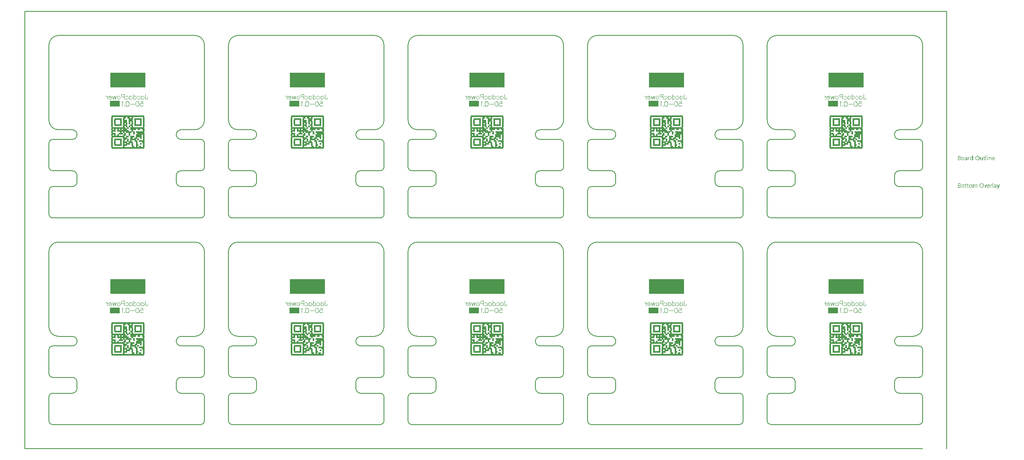
<source format=gbo>
G04*
G04 #@! TF.GenerationSoftware,Altium Limited,Altium Designer,21.5.1 (32)*
G04*
G04 Layer_Color=32896*
%FSAX25Y25*%
%MOIN*%
G70*
G04*
G04 #@! TF.SameCoordinates,E99C0FF3-4C0A-44BC-87B1-091C8A248283*
G04*
G04*
G04 #@! TF.FilePolarity,Positive*
G04*
G01*
G75*
%ADD40C,0.00787*%
%ADD54C,0.00394*%
%ADD86C,0.00315*%
%ADD87R,0.01181X0.01181*%
%ADD88R,0.05906X0.01181*%
%ADD89R,0.03543X0.01181*%
%ADD90R,0.02362X0.01181*%
%ADD91R,0.11811X0.01181*%
%ADD92R,0.01181X0.01181*%
%ADD93R,0.01181X0.01181*%
%ADD94R,0.05906X0.01181*%
%ADD95R,0.01181X0.01181*%
%ADD96R,0.03543X0.01181*%
%ADD97R,0.02362X0.01181*%
%ADD98R,0.27165X0.01181*%
%ADD99R,0.05906X0.01181*%
%ADD100R,0.02362X0.01181*%
%ADD101R,0.10630X0.01181*%
%ADD102R,0.04724X0.01181*%
%ADD103R,0.04724X0.01181*%
%ADD104R,0.05906X0.01181*%
%ADD105R,0.07087X0.01181*%
%ADD106R,0.09449X0.01181*%
%ADD107R,0.07972X0.04575*%
%ADD108R,0.28642X0.12106*%
G36*
X0768500Y0220551D02*
X0768525D01*
X0768581Y0220526D01*
X0768612Y0220508D01*
X0768643Y0220483D01*
X0768649Y0220477D01*
X0768655Y0220470D01*
X0768686Y0220433D01*
X0768711Y0220371D01*
X0768717Y0220334D01*
X0768723Y0220297D01*
Y0220291D01*
Y0220279D01*
X0768717Y0220260D01*
X0768711Y0220235D01*
X0768692Y0220173D01*
X0768668Y0220142D01*
X0768643Y0220111D01*
X0768637D01*
X0768630Y0220099D01*
X0768593Y0220074D01*
X0768538Y0220050D01*
X0768500Y0220043D01*
X0768463Y0220037D01*
X0768445D01*
X0768426Y0220043D01*
X0768401D01*
X0768339Y0220068D01*
X0768308Y0220080D01*
X0768278Y0220105D01*
Y0220111D01*
X0768265Y0220118D01*
X0768253Y0220136D01*
X0768240Y0220155D01*
X0768216Y0220217D01*
X0768210Y0220254D01*
X0768203Y0220297D01*
Y0220303D01*
Y0220316D01*
X0768210Y0220334D01*
X0768216Y0220365D01*
X0768234Y0220421D01*
X0768253Y0220452D01*
X0768278Y0220483D01*
X0768284Y0220489D01*
X0768290Y0220495D01*
X0768327Y0220520D01*
X0768389Y0220545D01*
X0768426Y0220557D01*
X0768482D01*
X0768500Y0220551D01*
D02*
G37*
G36*
X0756510Y0216886D02*
X0756108D01*
Y0217307D01*
X0756096D01*
Y0217301D01*
X0756083Y0217289D01*
X0756065Y0217264D01*
X0756046Y0217233D01*
X0756015Y0217196D01*
X0755978Y0217159D01*
X0755935Y0217115D01*
X0755885Y0217072D01*
X0755829Y0217023D01*
X0755761Y0216979D01*
X0755693Y0216942D01*
X0755613Y0216905D01*
X0755532Y0216874D01*
X0755440Y0216849D01*
X0755340Y0216837D01*
X0755235Y0216831D01*
X0755192D01*
X0755155Y0216837D01*
X0755118Y0216843D01*
X0755068Y0216849D01*
X0754963Y0216874D01*
X0754839Y0216911D01*
X0754715Y0216973D01*
X0754647Y0217010D01*
X0754592Y0217054D01*
X0754530Y0217109D01*
X0754474Y0217165D01*
Y0217171D01*
X0754461Y0217183D01*
X0754449Y0217202D01*
X0754431Y0217227D01*
X0754412Y0217258D01*
X0754387Y0217301D01*
X0754362Y0217351D01*
X0754338Y0217406D01*
X0754307Y0217468D01*
X0754282Y0217536D01*
X0754257Y0217611D01*
X0754239Y0217691D01*
X0754220Y0217778D01*
X0754208Y0217877D01*
X0754202Y0217976D01*
X0754195Y0218081D01*
Y0218087D01*
Y0218106D01*
Y0218143D01*
X0754202Y0218186D01*
X0754208Y0218236D01*
X0754214Y0218298D01*
X0754220Y0218366D01*
X0754233Y0218440D01*
X0754270Y0218601D01*
X0754325Y0218768D01*
X0754362Y0218849D01*
X0754406Y0218929D01*
X0754449Y0219003D01*
X0754505Y0219078D01*
X0754511Y0219084D01*
X0754517Y0219096D01*
X0754536Y0219115D01*
X0754561Y0219140D01*
X0754592Y0219164D01*
X0754635Y0219195D01*
X0754678Y0219232D01*
X0754728Y0219270D01*
X0754851Y0219338D01*
X0754994Y0219400D01*
X0755074Y0219418D01*
X0755161Y0219437D01*
X0755248Y0219449D01*
X0755347Y0219455D01*
X0755396D01*
X0755433Y0219449D01*
X0755471Y0219443D01*
X0755520Y0219437D01*
X0755631Y0219406D01*
X0755755Y0219356D01*
X0755817Y0219325D01*
X0755879Y0219282D01*
X0755941Y0219239D01*
X0755997Y0219183D01*
X0756046Y0219121D01*
X0756096Y0219047D01*
X0756108D01*
Y0220607D01*
X0756510D01*
Y0216886D01*
D02*
G37*
G36*
X0770778Y0219449D02*
X0770853Y0219443D01*
X0770946Y0219424D01*
X0771044Y0219393D01*
X0771150Y0219344D01*
X0771255Y0219276D01*
X0771298Y0219239D01*
X0771342Y0219189D01*
X0771354Y0219177D01*
X0771379Y0219140D01*
X0771410Y0219078D01*
X0771453Y0218991D01*
X0771490Y0218886D01*
X0771527Y0218756D01*
X0771552Y0218601D01*
X0771558Y0218422D01*
Y0216886D01*
X0771156D01*
Y0218316D01*
Y0218322D01*
Y0218354D01*
X0771150Y0218391D01*
Y0218440D01*
X0771137Y0218502D01*
X0771125Y0218570D01*
X0771106Y0218644D01*
X0771082Y0218719D01*
X0771051Y0218793D01*
X0771014Y0218861D01*
X0770964Y0218929D01*
X0770908Y0218991D01*
X0770846Y0219040D01*
X0770766Y0219078D01*
X0770679Y0219109D01*
X0770574Y0219115D01*
X0770562D01*
X0770525Y0219109D01*
X0770469Y0219102D01*
X0770401Y0219084D01*
X0770320Y0219059D01*
X0770234Y0219016D01*
X0770153Y0218960D01*
X0770073Y0218886D01*
X0770066Y0218873D01*
X0770042Y0218849D01*
X0770011Y0218799D01*
X0769974Y0218731D01*
X0769937Y0218651D01*
X0769906Y0218551D01*
X0769881Y0218440D01*
X0769875Y0218316D01*
Y0216886D01*
X0769472D01*
Y0219400D01*
X0769875D01*
Y0218979D01*
X0769887D01*
X0769893Y0218985D01*
X0769899Y0218997D01*
X0769918Y0219022D01*
X0769943Y0219053D01*
X0769968Y0219090D01*
X0770005Y0219127D01*
X0770048Y0219170D01*
X0770097Y0219220D01*
X0770153Y0219263D01*
X0770215Y0219307D01*
X0770283Y0219344D01*
X0770357Y0219381D01*
X0770432Y0219412D01*
X0770518Y0219437D01*
X0770611Y0219449D01*
X0770710Y0219455D01*
X0770747D01*
X0770778Y0219449D01*
D02*
G37*
G36*
X0753781Y0219437D02*
X0753855Y0219430D01*
X0753898Y0219418D01*
X0753929Y0219406D01*
Y0218991D01*
X0753923Y0218997D01*
X0753911Y0219003D01*
X0753886Y0219016D01*
X0753855Y0219034D01*
X0753812Y0219047D01*
X0753756Y0219059D01*
X0753694Y0219065D01*
X0753626Y0219072D01*
X0753614D01*
X0753582Y0219065D01*
X0753533Y0219059D01*
X0753477Y0219040D01*
X0753403Y0219010D01*
X0753335Y0218966D01*
X0753261Y0218904D01*
X0753193Y0218824D01*
X0753186Y0218811D01*
X0753168Y0218781D01*
X0753137Y0218725D01*
X0753106Y0218651D01*
X0753075Y0218558D01*
X0753044Y0218440D01*
X0753025Y0218310D01*
X0753019Y0218162D01*
Y0216886D01*
X0752617D01*
Y0219400D01*
X0753019D01*
Y0218880D01*
X0753032D01*
Y0218886D01*
X0753038Y0218892D01*
X0753050Y0218923D01*
X0753069Y0218972D01*
X0753100Y0219034D01*
X0753131Y0219096D01*
X0753180Y0219164D01*
X0753230Y0219232D01*
X0753292Y0219294D01*
X0753298Y0219301D01*
X0753323Y0219319D01*
X0753360Y0219344D01*
X0753409Y0219369D01*
X0753465Y0219393D01*
X0753533Y0219418D01*
X0753607Y0219437D01*
X0753688Y0219443D01*
X0753744D01*
X0753781Y0219437D01*
D02*
G37*
G36*
X0764520Y0216886D02*
X0764118D01*
Y0217283D01*
X0764106D01*
Y0217276D01*
X0764093Y0217264D01*
X0764081Y0217239D01*
X0764056Y0217214D01*
X0764000Y0217140D01*
X0763914Y0217060D01*
X0763864Y0217016D01*
X0763808Y0216973D01*
X0763747Y0216936D01*
X0763672Y0216899D01*
X0763598Y0216874D01*
X0763518Y0216849D01*
X0763425Y0216837D01*
X0763332Y0216831D01*
X0763295D01*
X0763251Y0216837D01*
X0763189Y0216849D01*
X0763121Y0216862D01*
X0763047Y0216886D01*
X0762967Y0216917D01*
X0762886Y0216967D01*
X0762799Y0217023D01*
X0762719Y0217091D01*
X0762645Y0217177D01*
X0762577Y0217283D01*
X0762515Y0217400D01*
X0762471Y0217543D01*
X0762447Y0217710D01*
X0762434Y0217796D01*
Y0217895D01*
Y0219400D01*
X0762830D01*
Y0217957D01*
Y0217951D01*
Y0217926D01*
X0762837Y0217883D01*
X0762843Y0217833D01*
X0762849Y0217772D01*
X0762861Y0217710D01*
X0762880Y0217635D01*
X0762905Y0217561D01*
X0762942Y0217487D01*
X0762979Y0217419D01*
X0763028Y0217351D01*
X0763090Y0217289D01*
X0763158Y0217239D01*
X0763239Y0217202D01*
X0763338Y0217171D01*
X0763443Y0217165D01*
X0763456D01*
X0763493Y0217171D01*
X0763548Y0217177D01*
X0763610Y0217190D01*
X0763691Y0217221D01*
X0763771Y0217258D01*
X0763852Y0217307D01*
X0763926Y0217382D01*
X0763932Y0217394D01*
X0763957Y0217419D01*
X0763988Y0217468D01*
X0764025Y0217536D01*
X0764056Y0217617D01*
X0764087Y0217716D01*
X0764112Y0217827D01*
X0764118Y0217951D01*
Y0219400D01*
X0764520D01*
Y0216886D01*
D02*
G37*
G36*
X0768655D02*
X0768253D01*
Y0219400D01*
X0768655D01*
Y0216886D01*
D02*
G37*
G36*
X0767436D02*
X0767033D01*
Y0220607D01*
X0767436D01*
Y0216886D01*
D02*
G37*
G36*
X0751057Y0219449D02*
X0751113Y0219443D01*
X0751181Y0219424D01*
X0751255Y0219406D01*
X0751335Y0219375D01*
X0751422Y0219338D01*
X0751503Y0219288D01*
X0751583Y0219226D01*
X0751657Y0219152D01*
X0751725Y0219059D01*
X0751781Y0218954D01*
X0751825Y0218830D01*
X0751849Y0218688D01*
X0751862Y0218521D01*
Y0216886D01*
X0751459D01*
Y0217276D01*
X0751447D01*
Y0217270D01*
X0751435Y0217258D01*
X0751422Y0217233D01*
X0751398Y0217208D01*
X0751335Y0217134D01*
X0751255Y0217054D01*
X0751144Y0216973D01*
X0751014Y0216899D01*
X0750933Y0216874D01*
X0750853Y0216849D01*
X0750766Y0216837D01*
X0750673Y0216831D01*
X0750636D01*
X0750611Y0216837D01*
X0750543Y0216843D01*
X0750463Y0216856D01*
X0750364Y0216880D01*
X0750271Y0216911D01*
X0750172Y0216961D01*
X0750085Y0217023D01*
X0750079Y0217035D01*
X0750054Y0217060D01*
X0750017Y0217103D01*
X0749980Y0217165D01*
X0749943Y0217239D01*
X0749906Y0217326D01*
X0749881Y0217431D01*
X0749875Y0217549D01*
Y0217555D01*
Y0217580D01*
X0749881Y0217617D01*
X0749887Y0217660D01*
X0749899Y0217716D01*
X0749918Y0217778D01*
X0749943Y0217846D01*
X0749980Y0217914D01*
X0750023Y0217988D01*
X0750079Y0218062D01*
X0750147Y0218131D01*
X0750227Y0218193D01*
X0750320Y0218254D01*
X0750432Y0218304D01*
X0750556Y0218341D01*
X0750704Y0218372D01*
X0751459Y0218477D01*
Y0218483D01*
Y0218502D01*
X0751453Y0218539D01*
Y0218576D01*
X0751441Y0218626D01*
X0751435Y0218682D01*
X0751398Y0218799D01*
X0751367Y0218855D01*
X0751335Y0218911D01*
X0751292Y0218966D01*
X0751243Y0219016D01*
X0751181Y0219059D01*
X0751113Y0219090D01*
X0751032Y0219109D01*
X0750939Y0219115D01*
X0750896D01*
X0750865Y0219109D01*
X0750822D01*
X0750778Y0219096D01*
X0750667Y0219078D01*
X0750543Y0219040D01*
X0750407Y0218985D01*
X0750333Y0218948D01*
X0750265Y0218911D01*
X0750190Y0218861D01*
X0750122Y0218805D01*
Y0219220D01*
X0750129D01*
X0750141Y0219232D01*
X0750160Y0219245D01*
X0750190Y0219257D01*
X0750221Y0219276D01*
X0750265Y0219294D01*
X0750314Y0219313D01*
X0750370Y0219338D01*
X0750494Y0219381D01*
X0750642Y0219418D01*
X0750803Y0219443D01*
X0750977Y0219455D01*
X0751014D01*
X0751057Y0219449D01*
D02*
G37*
G36*
X0745368Y0220396D02*
X0745412D01*
X0745455Y0220390D01*
X0745554Y0220378D01*
X0745672Y0220347D01*
X0745795Y0220309D01*
X0745913Y0220254D01*
X0746018Y0220180D01*
X0746025D01*
X0746031Y0220167D01*
X0746062Y0220142D01*
X0746105Y0220093D01*
X0746154Y0220025D01*
X0746198Y0219938D01*
X0746241Y0219839D01*
X0746272Y0219728D01*
X0746284Y0219666D01*
Y0219598D01*
Y0219591D01*
Y0219585D01*
Y0219548D01*
X0746278Y0219492D01*
X0746266Y0219424D01*
X0746247Y0219338D01*
X0746216Y0219251D01*
X0746179Y0219164D01*
X0746124Y0219078D01*
X0746117Y0219065D01*
X0746093Y0219040D01*
X0746056Y0219003D01*
X0746006Y0218954D01*
X0745944Y0218904D01*
X0745870Y0218849D01*
X0745777Y0218805D01*
X0745678Y0218762D01*
Y0218756D01*
X0745696D01*
X0745715Y0218750D01*
X0745734Y0218743D01*
X0745802Y0218731D01*
X0745882Y0218706D01*
X0745969Y0218669D01*
X0746062Y0218626D01*
X0746154Y0218564D01*
X0746241Y0218483D01*
X0746254Y0218471D01*
X0746278Y0218440D01*
X0746309Y0218397D01*
X0746353Y0218329D01*
X0746390Y0218242D01*
X0746427Y0218143D01*
X0746452Y0218025D01*
X0746458Y0217895D01*
Y0217889D01*
Y0217877D01*
Y0217852D01*
X0746452Y0217821D01*
X0746445Y0217784D01*
X0746439Y0217741D01*
X0746415Y0217635D01*
X0746377Y0217518D01*
X0746322Y0217394D01*
X0746284Y0217338D01*
X0746241Y0217276D01*
X0746185Y0217221D01*
X0746130Y0217165D01*
X0746124D01*
X0746117Y0217153D01*
X0746099Y0217140D01*
X0746074Y0217122D01*
X0746043Y0217103D01*
X0746000Y0217078D01*
X0745907Y0217029D01*
X0745789Y0216973D01*
X0745653Y0216930D01*
X0745492Y0216899D01*
X0745412Y0216893D01*
X0745319Y0216886D01*
X0744291D01*
Y0220402D01*
X0745337D01*
X0745368Y0220396D01*
D02*
G37*
G36*
X0765864Y0219400D02*
X0766501D01*
Y0219053D01*
X0765864D01*
Y0217635D01*
Y0217623D01*
Y0217592D01*
X0765870Y0217549D01*
X0765876Y0217493D01*
X0765901Y0217375D01*
X0765919Y0217320D01*
X0765950Y0217276D01*
X0765956Y0217270D01*
X0765969Y0217258D01*
X0765987Y0217245D01*
X0766018Y0217227D01*
X0766055Y0217202D01*
X0766105Y0217190D01*
X0766167Y0217177D01*
X0766235Y0217171D01*
X0766260D01*
X0766291Y0217177D01*
X0766328Y0217183D01*
X0766414Y0217208D01*
X0766458Y0217227D01*
X0766501Y0217252D01*
Y0216905D01*
X0766495D01*
X0766476Y0216893D01*
X0766445Y0216886D01*
X0766402Y0216874D01*
X0766346Y0216862D01*
X0766284Y0216849D01*
X0766210Y0216843D01*
X0766123Y0216837D01*
X0766092D01*
X0766062Y0216843D01*
X0766018Y0216849D01*
X0765969Y0216862D01*
X0765913Y0216874D01*
X0765857Y0216899D01*
X0765795Y0216930D01*
X0765733Y0216967D01*
X0765672Y0217016D01*
X0765616Y0217072D01*
X0765566Y0217146D01*
X0765523Y0217227D01*
X0765492Y0217326D01*
X0765467Y0217437D01*
X0765461Y0217567D01*
Y0219053D01*
X0765034D01*
Y0219400D01*
X0765461D01*
Y0220012D01*
X0765864Y0220142D01*
Y0219400D01*
D02*
G37*
G36*
X0773390Y0219449D02*
X0773434Y0219443D01*
X0773477Y0219437D01*
X0773589Y0219418D01*
X0773712Y0219375D01*
X0773836Y0219319D01*
X0773898Y0219282D01*
X0773960Y0219239D01*
X0774016Y0219189D01*
X0774071Y0219133D01*
X0774078Y0219127D01*
X0774084Y0219121D01*
X0774096Y0219102D01*
X0774115Y0219078D01*
X0774133Y0219040D01*
X0774158Y0219003D01*
X0774183Y0218960D01*
X0774208Y0218904D01*
X0774232Y0218843D01*
X0774257Y0218781D01*
X0774282Y0218706D01*
X0774300Y0218626D01*
X0774319Y0218539D01*
X0774331Y0218453D01*
X0774344Y0218354D01*
Y0218248D01*
Y0218038D01*
X0772567D01*
Y0218032D01*
Y0218019D01*
Y0218001D01*
X0772573Y0217970D01*
X0772580Y0217933D01*
Y0217895D01*
X0772598Y0217796D01*
X0772629Y0217697D01*
X0772666Y0217586D01*
X0772722Y0217481D01*
X0772790Y0217388D01*
X0772802Y0217375D01*
X0772827Y0217351D01*
X0772877Y0217320D01*
X0772945Y0217276D01*
X0773032Y0217233D01*
X0773131Y0217202D01*
X0773248Y0217177D01*
X0773384Y0217165D01*
X0773428D01*
X0773459Y0217171D01*
X0773496D01*
X0773539Y0217177D01*
X0773644Y0217202D01*
X0773762Y0217233D01*
X0773892Y0217283D01*
X0774028Y0217351D01*
X0774096Y0217394D01*
X0774164Y0217443D01*
Y0217066D01*
X0774158D01*
X0774152Y0217054D01*
X0774133Y0217047D01*
X0774102Y0217029D01*
X0774071Y0217010D01*
X0774034Y0216992D01*
X0773985Y0216973D01*
X0773935Y0216948D01*
X0773873Y0216924D01*
X0773805Y0216905D01*
X0773657Y0216868D01*
X0773483Y0216843D01*
X0773291Y0216831D01*
X0773242D01*
X0773205Y0216837D01*
X0773162Y0216843D01*
X0773106Y0216849D01*
X0772988Y0216874D01*
X0772852Y0216911D01*
X0772716Y0216973D01*
X0772648Y0217016D01*
X0772580Y0217060D01*
X0772518Y0217109D01*
X0772456Y0217171D01*
X0772450Y0217177D01*
X0772443Y0217190D01*
X0772431Y0217208D01*
X0772406Y0217233D01*
X0772388Y0217270D01*
X0772363Y0217314D01*
X0772332Y0217363D01*
X0772307Y0217419D01*
X0772276Y0217481D01*
X0772252Y0217555D01*
X0772221Y0217635D01*
X0772202Y0217722D01*
X0772184Y0217815D01*
X0772165Y0217914D01*
X0772159Y0218019D01*
X0772153Y0218131D01*
Y0218137D01*
Y0218155D01*
Y0218186D01*
X0772159Y0218230D01*
X0772165Y0218279D01*
X0772171Y0218335D01*
X0772177Y0218403D01*
X0772196Y0218471D01*
X0772233Y0218620D01*
X0772289Y0218781D01*
X0772326Y0218861D01*
X0772375Y0218935D01*
X0772425Y0219016D01*
X0772481Y0219084D01*
X0772487Y0219090D01*
X0772499Y0219102D01*
X0772518Y0219121D01*
X0772542Y0219140D01*
X0772573Y0219170D01*
X0772611Y0219201D01*
X0772660Y0219232D01*
X0772710Y0219270D01*
X0772827Y0219338D01*
X0772970Y0219400D01*
X0773050Y0219418D01*
X0773131Y0219437D01*
X0773217Y0219449D01*
X0773310Y0219455D01*
X0773360D01*
X0773390Y0219449D01*
D02*
G37*
G36*
X0760348Y0220458D02*
X0760410Y0220452D01*
X0760484Y0220440D01*
X0760565Y0220421D01*
X0760651Y0220402D01*
X0760738Y0220378D01*
X0760837Y0220347D01*
X0760930Y0220303D01*
X0761029Y0220254D01*
X0761128Y0220198D01*
X0761221Y0220130D01*
X0761314Y0220056D01*
X0761401Y0219969D01*
X0761407Y0219963D01*
X0761419Y0219944D01*
X0761444Y0219919D01*
X0761469Y0219882D01*
X0761506Y0219833D01*
X0761543Y0219771D01*
X0761580Y0219703D01*
X0761623Y0219629D01*
X0761667Y0219536D01*
X0761704Y0219443D01*
X0761741Y0219338D01*
X0761778Y0219220D01*
X0761803Y0219102D01*
X0761828Y0218972D01*
X0761840Y0218830D01*
X0761846Y0218688D01*
Y0218675D01*
Y0218651D01*
Y0218607D01*
X0761840Y0218545D01*
X0761834Y0218471D01*
X0761821Y0218391D01*
X0761809Y0218298D01*
X0761791Y0218193D01*
X0761766Y0218087D01*
X0761735Y0217976D01*
X0761698Y0217864D01*
X0761654Y0217753D01*
X0761599Y0217635D01*
X0761537Y0217530D01*
X0761469Y0217425D01*
X0761388Y0217326D01*
X0761382Y0217320D01*
X0761370Y0217307D01*
X0761339Y0217283D01*
X0761308Y0217252D01*
X0761258Y0217208D01*
X0761202Y0217171D01*
X0761140Y0217122D01*
X0761066Y0217078D01*
X0760986Y0217035D01*
X0760893Y0216986D01*
X0760794Y0216948D01*
X0760682Y0216911D01*
X0760565Y0216874D01*
X0760441Y0216849D01*
X0760311Y0216837D01*
X0760169Y0216831D01*
X0760138D01*
X0760094Y0216837D01*
X0760045D01*
X0759983Y0216843D01*
X0759909Y0216856D01*
X0759828Y0216874D01*
X0759735Y0216893D01*
X0759643Y0216917D01*
X0759544Y0216948D01*
X0759444Y0216992D01*
X0759345Y0217035D01*
X0759246Y0217091D01*
X0759147Y0217159D01*
X0759055Y0217233D01*
X0758968Y0217320D01*
X0758962Y0217326D01*
X0758949Y0217344D01*
X0758924Y0217369D01*
X0758900Y0217406D01*
X0758863Y0217456D01*
X0758825Y0217518D01*
X0758788Y0217586D01*
X0758745Y0217666D01*
X0758702Y0217753D01*
X0758665Y0217846D01*
X0758627Y0217951D01*
X0758590Y0218069D01*
X0758566Y0218186D01*
X0758541Y0218316D01*
X0758528Y0218459D01*
X0758522Y0218601D01*
Y0218613D01*
Y0218638D01*
X0758528Y0218682D01*
Y0218743D01*
X0758534Y0218811D01*
X0758547Y0218898D01*
X0758559Y0218991D01*
X0758578Y0219090D01*
X0758603Y0219195D01*
X0758634Y0219307D01*
X0758671Y0219418D01*
X0758714Y0219530D01*
X0758770Y0219641D01*
X0758832Y0219752D01*
X0758900Y0219858D01*
X0758980Y0219957D01*
X0758986Y0219963D01*
X0758999Y0219981D01*
X0759030Y0220006D01*
X0759067Y0220037D01*
X0759110Y0220074D01*
X0759166Y0220118D01*
X0759234Y0220161D01*
X0759308Y0220210D01*
X0759395Y0220260D01*
X0759488Y0220303D01*
X0759587Y0220347D01*
X0759698Y0220384D01*
X0759822Y0220415D01*
X0759952Y0220446D01*
X0760088Y0220458D01*
X0760231Y0220464D01*
X0760299D01*
X0760348Y0220458D01*
D02*
G37*
G36*
X0748321Y0219449D02*
X0748364Y0219443D01*
X0748420Y0219437D01*
X0748544Y0219412D01*
X0748686Y0219369D01*
X0748829Y0219307D01*
X0748903Y0219270D01*
X0748971Y0219226D01*
X0749039Y0219170D01*
X0749101Y0219109D01*
X0749107Y0219102D01*
X0749113Y0219090D01*
X0749132Y0219072D01*
X0749151Y0219047D01*
X0749175Y0219010D01*
X0749200Y0218966D01*
X0749231Y0218917D01*
X0749262Y0218861D01*
X0749287Y0218793D01*
X0749318Y0218725D01*
X0749342Y0218644D01*
X0749367Y0218558D01*
X0749386Y0218465D01*
X0749404Y0218366D01*
X0749410Y0218261D01*
X0749417Y0218149D01*
Y0218143D01*
Y0218124D01*
Y0218093D01*
X0749410Y0218050D01*
X0749404Y0218001D01*
X0749398Y0217939D01*
X0749386Y0217877D01*
X0749373Y0217803D01*
X0749336Y0217654D01*
X0749274Y0217493D01*
X0749237Y0217413D01*
X0749188Y0217332D01*
X0749138Y0217258D01*
X0749076Y0217190D01*
X0749070Y0217183D01*
X0749058Y0217177D01*
X0749039Y0217159D01*
X0749014Y0217134D01*
X0748977Y0217109D01*
X0748940Y0217078D01*
X0748890Y0217041D01*
X0748835Y0217010D01*
X0748773Y0216979D01*
X0748705Y0216942D01*
X0748631Y0216911D01*
X0748550Y0216886D01*
X0748463Y0216862D01*
X0748371Y0216849D01*
X0748272Y0216837D01*
X0748166Y0216831D01*
X0748111D01*
X0748073Y0216837D01*
X0748030Y0216843D01*
X0747974Y0216849D01*
X0747913Y0216862D01*
X0747844Y0216874D01*
X0747702Y0216917D01*
X0747553Y0216979D01*
X0747479Y0217016D01*
X0747411Y0217066D01*
X0747343Y0217115D01*
X0747275Y0217177D01*
X0747269Y0217183D01*
X0747262Y0217196D01*
X0747244Y0217214D01*
X0747225Y0217239D01*
X0747201Y0217276D01*
X0747170Y0217320D01*
X0747139Y0217369D01*
X0747114Y0217425D01*
X0747083Y0217493D01*
X0747052Y0217561D01*
X0747021Y0217635D01*
X0746996Y0217722D01*
X0746959Y0217908D01*
X0746953Y0218007D01*
X0746947Y0218112D01*
Y0218118D01*
Y0218143D01*
Y0218174D01*
X0746953Y0218217D01*
X0746959Y0218267D01*
X0746965Y0218329D01*
X0746978Y0218397D01*
X0746990Y0218471D01*
X0747027Y0218632D01*
X0747089Y0218793D01*
X0747132Y0218873D01*
X0747176Y0218954D01*
X0747225Y0219028D01*
X0747287Y0219096D01*
X0747294Y0219102D01*
X0747306Y0219115D01*
X0747324Y0219127D01*
X0747349Y0219152D01*
X0747386Y0219177D01*
X0747430Y0219208D01*
X0747479Y0219245D01*
X0747535Y0219276D01*
X0747597Y0219307D01*
X0747671Y0219344D01*
X0747745Y0219375D01*
X0747832Y0219400D01*
X0747919Y0219424D01*
X0748018Y0219443D01*
X0748123Y0219449D01*
X0748228Y0219455D01*
X0748284D01*
X0748321Y0219449D01*
D02*
G37*
G36*
X0759228Y0196954D02*
X0759283Y0196941D01*
X0759345Y0196929D01*
X0759413Y0196904D01*
X0759494Y0196873D01*
X0759568Y0196830D01*
X0759649Y0196780D01*
X0759723Y0196712D01*
X0759791Y0196625D01*
X0759853Y0196527D01*
X0759909Y0196415D01*
X0759946Y0196273D01*
X0759977Y0196118D01*
X0759983Y0195938D01*
Y0194391D01*
X0759581D01*
Y0195833D01*
Y0195839D01*
Y0195852D01*
Y0195870D01*
Y0195901D01*
X0759574Y0195976D01*
X0759562Y0196062D01*
X0759550Y0196161D01*
X0759525Y0196260D01*
X0759494Y0196353D01*
X0759451Y0196434D01*
X0759444Y0196440D01*
X0759426Y0196465D01*
X0759395Y0196496D01*
X0759345Y0196527D01*
X0759290Y0196564D01*
X0759215Y0196588D01*
X0759123Y0196613D01*
X0759017Y0196619D01*
X0759005D01*
X0758974Y0196613D01*
X0758924Y0196607D01*
X0758863Y0196588D01*
X0758794Y0196564D01*
X0758720Y0196520D01*
X0758646Y0196465D01*
X0758578Y0196384D01*
X0758572Y0196372D01*
X0758553Y0196341D01*
X0758522Y0196291D01*
X0758491Y0196223D01*
X0758454Y0196143D01*
X0758429Y0196050D01*
X0758404Y0195938D01*
X0758398Y0195821D01*
Y0194391D01*
X0757996D01*
Y0195883D01*
Y0195889D01*
Y0195914D01*
X0757990Y0195951D01*
Y0196000D01*
X0757977Y0196056D01*
X0757965Y0196118D01*
X0757946Y0196180D01*
X0757928Y0196254D01*
X0757897Y0196322D01*
X0757860Y0196384D01*
X0757810Y0196446D01*
X0757755Y0196502D01*
X0757693Y0196551D01*
X0757612Y0196588D01*
X0757526Y0196613D01*
X0757427Y0196619D01*
X0757414D01*
X0757383Y0196613D01*
X0757334Y0196607D01*
X0757272Y0196595D01*
X0757204Y0196564D01*
X0757129Y0196527D01*
X0757055Y0196471D01*
X0756987Y0196397D01*
X0756981Y0196384D01*
X0756962Y0196359D01*
X0756931Y0196310D01*
X0756900Y0196242D01*
X0756869Y0196161D01*
X0756839Y0196062D01*
X0756820Y0195951D01*
X0756814Y0195821D01*
Y0194391D01*
X0756411D01*
Y0196904D01*
X0756814D01*
Y0196502D01*
X0756826D01*
X0756832Y0196508D01*
X0756839Y0196520D01*
X0756857Y0196545D01*
X0756876Y0196576D01*
X0756938Y0196644D01*
X0757024Y0196731D01*
X0757136Y0196817D01*
X0757266Y0196886D01*
X0757346Y0196916D01*
X0757427Y0196941D01*
X0757513Y0196954D01*
X0757606Y0196960D01*
X0757649D01*
X0757699Y0196954D01*
X0757761Y0196941D01*
X0757829Y0196923D01*
X0757903Y0196898D01*
X0757977Y0196867D01*
X0758052Y0196817D01*
X0758058Y0196811D01*
X0758083Y0196793D01*
X0758114Y0196762D01*
X0758157Y0196718D01*
X0758200Y0196663D01*
X0758244Y0196601D01*
X0758287Y0196527D01*
X0758318Y0196440D01*
X0758324Y0196446D01*
X0758330Y0196465D01*
X0758349Y0196489D01*
X0758367Y0196520D01*
X0758398Y0196564D01*
X0758435Y0196607D01*
X0758479Y0196650D01*
X0758528Y0196700D01*
X0758584Y0196749D01*
X0758646Y0196793D01*
X0758714Y0196842D01*
X0758788Y0196879D01*
X0758869Y0196910D01*
X0758955Y0196935D01*
X0759055Y0196954D01*
X0759154Y0196960D01*
X0759191D01*
X0759228Y0196954D01*
D02*
G37*
G36*
X0772103Y0196941D02*
X0772177Y0196935D01*
X0772221Y0196923D01*
X0772252Y0196910D01*
Y0196496D01*
X0772245Y0196502D01*
X0772233Y0196508D01*
X0772208Y0196520D01*
X0772177Y0196539D01*
X0772134Y0196551D01*
X0772078Y0196564D01*
X0772016Y0196570D01*
X0771948Y0196576D01*
X0771936D01*
X0771905Y0196570D01*
X0771855Y0196564D01*
X0771800Y0196545D01*
X0771725Y0196514D01*
X0771657Y0196471D01*
X0771583Y0196409D01*
X0771515Y0196328D01*
X0771509Y0196316D01*
X0771490Y0196285D01*
X0771459Y0196229D01*
X0771428Y0196155D01*
X0771397Y0196062D01*
X0771366Y0195945D01*
X0771348Y0195815D01*
X0771342Y0195666D01*
Y0194391D01*
X0770939D01*
Y0196904D01*
X0771342D01*
Y0196384D01*
X0771354D01*
Y0196390D01*
X0771360Y0196397D01*
X0771373Y0196428D01*
X0771391Y0196477D01*
X0771422Y0196539D01*
X0771453Y0196601D01*
X0771503Y0196669D01*
X0771552Y0196737D01*
X0771614Y0196799D01*
X0771620Y0196805D01*
X0771645Y0196824D01*
X0771682Y0196848D01*
X0771732Y0196873D01*
X0771787Y0196898D01*
X0771855Y0196923D01*
X0771930Y0196941D01*
X0772010Y0196947D01*
X0772066D01*
X0772103Y0196941D01*
D02*
G37*
G36*
X0777309Y0193989D02*
X0777303Y0193982D01*
X0777296Y0193958D01*
X0777278Y0193914D01*
X0777253Y0193865D01*
X0777222Y0193809D01*
X0777179Y0193741D01*
X0777136Y0193673D01*
X0777086Y0193599D01*
X0777024Y0193524D01*
X0776962Y0193456D01*
X0776888Y0193388D01*
X0776807Y0193333D01*
X0776727Y0193283D01*
X0776634Y0193240D01*
X0776541Y0193215D01*
X0776436Y0193209D01*
X0776380D01*
X0776343Y0193215D01*
X0776263Y0193227D01*
X0776176Y0193246D01*
Y0193605D01*
X0776182D01*
X0776201Y0193599D01*
X0776226Y0193592D01*
X0776257Y0193586D01*
X0776331Y0193568D01*
X0776411Y0193561D01*
X0776424D01*
X0776461Y0193568D01*
X0776516Y0193580D01*
X0776585Y0193605D01*
X0776659Y0193648D01*
X0776696Y0193679D01*
X0776733Y0193716D01*
X0776770Y0193753D01*
X0776807Y0193803D01*
X0776838Y0193859D01*
X0776869Y0193921D01*
X0777074Y0194391D01*
X0776089Y0196904D01*
X0776535D01*
X0777216Y0194967D01*
Y0194960D01*
X0777222Y0194948D01*
X0777228Y0194930D01*
X0777235Y0194905D01*
X0777241Y0194868D01*
X0777253Y0194830D01*
X0777266Y0194775D01*
X0777284D01*
Y0194787D01*
X0777296Y0194824D01*
X0777309Y0194880D01*
X0777334Y0194960D01*
X0778045Y0196904D01*
X0778460D01*
X0777309Y0193989D01*
D02*
G37*
G36*
X0766879Y0194391D02*
X0766482D01*
X0765529Y0196904D01*
X0765969D01*
X0766612Y0195078D01*
X0766619Y0195072D01*
X0766625Y0195047D01*
X0766637Y0195004D01*
X0766650Y0194960D01*
X0766662Y0194905D01*
X0766681Y0194843D01*
X0766699Y0194725D01*
X0766705D01*
Y0194731D01*
X0766712Y0194756D01*
X0766718Y0194793D01*
X0766724Y0194837D01*
X0766736Y0194892D01*
X0766749Y0194948D01*
X0766786Y0195066D01*
X0767454Y0196904D01*
X0767875D01*
X0766879Y0194391D01*
D02*
G37*
G36*
X0774901Y0196954D02*
X0774957Y0196947D01*
X0775025Y0196929D01*
X0775099Y0196910D01*
X0775179Y0196879D01*
X0775266Y0196842D01*
X0775347Y0196793D01*
X0775427Y0196731D01*
X0775501Y0196657D01*
X0775569Y0196564D01*
X0775625Y0196458D01*
X0775668Y0196335D01*
X0775693Y0196192D01*
X0775706Y0196025D01*
Y0194391D01*
X0775303D01*
Y0194781D01*
X0775291D01*
Y0194775D01*
X0775279Y0194762D01*
X0775266Y0194738D01*
X0775241Y0194713D01*
X0775179Y0194639D01*
X0775099Y0194558D01*
X0774988Y0194478D01*
X0774858Y0194403D01*
X0774777Y0194379D01*
X0774697Y0194354D01*
X0774610Y0194341D01*
X0774517Y0194335D01*
X0774480D01*
X0774455Y0194341D01*
X0774387Y0194348D01*
X0774307Y0194360D01*
X0774208Y0194385D01*
X0774115Y0194416D01*
X0774016Y0194465D01*
X0773929Y0194527D01*
X0773923Y0194539D01*
X0773898Y0194564D01*
X0773861Y0194608D01*
X0773824Y0194669D01*
X0773787Y0194744D01*
X0773749Y0194830D01*
X0773725Y0194936D01*
X0773719Y0195053D01*
Y0195060D01*
Y0195084D01*
X0773725Y0195121D01*
X0773731Y0195165D01*
X0773743Y0195220D01*
X0773762Y0195282D01*
X0773787Y0195350D01*
X0773824Y0195419D01*
X0773867Y0195493D01*
X0773923Y0195567D01*
X0773991Y0195635D01*
X0774071Y0195697D01*
X0774164Y0195759D01*
X0774276Y0195808D01*
X0774400Y0195846D01*
X0774548Y0195877D01*
X0775303Y0195982D01*
Y0195988D01*
Y0196007D01*
X0775297Y0196044D01*
Y0196081D01*
X0775285Y0196130D01*
X0775279Y0196186D01*
X0775241Y0196304D01*
X0775210Y0196359D01*
X0775179Y0196415D01*
X0775136Y0196471D01*
X0775087Y0196520D01*
X0775025Y0196564D01*
X0774957Y0196595D01*
X0774876Y0196613D01*
X0774783Y0196619D01*
X0774740D01*
X0774709Y0196613D01*
X0774666D01*
X0774622Y0196601D01*
X0774511Y0196582D01*
X0774387Y0196545D01*
X0774251Y0196489D01*
X0774177Y0196452D01*
X0774109Y0196415D01*
X0774034Y0196366D01*
X0773966Y0196310D01*
Y0196725D01*
X0773972D01*
X0773985Y0196737D01*
X0774003Y0196749D01*
X0774034Y0196762D01*
X0774065Y0196780D01*
X0774109Y0196799D01*
X0774158Y0196817D01*
X0774214Y0196842D01*
X0774338Y0196886D01*
X0774486Y0196923D01*
X0774647Y0196947D01*
X0774820Y0196960D01*
X0774858D01*
X0774901Y0196954D01*
D02*
G37*
G36*
X0773087Y0194391D02*
X0772685D01*
Y0198111D01*
X0773087D01*
Y0194391D01*
D02*
G37*
G36*
X0745368Y0197901D02*
X0745412D01*
X0745455Y0197895D01*
X0745554Y0197882D01*
X0745672Y0197851D01*
X0745795Y0197814D01*
X0745913Y0197758D01*
X0746018Y0197684D01*
X0746025D01*
X0746031Y0197672D01*
X0746062Y0197647D01*
X0746105Y0197597D01*
X0746154Y0197529D01*
X0746198Y0197443D01*
X0746241Y0197344D01*
X0746272Y0197232D01*
X0746284Y0197170D01*
Y0197102D01*
Y0197096D01*
Y0197090D01*
Y0197053D01*
X0746278Y0196997D01*
X0746266Y0196929D01*
X0746247Y0196842D01*
X0746216Y0196756D01*
X0746179Y0196669D01*
X0746124Y0196582D01*
X0746117Y0196570D01*
X0746093Y0196545D01*
X0746056Y0196508D01*
X0746006Y0196458D01*
X0745944Y0196409D01*
X0745870Y0196353D01*
X0745777Y0196310D01*
X0745678Y0196266D01*
Y0196260D01*
X0745696D01*
X0745715Y0196254D01*
X0745734Y0196248D01*
X0745802Y0196236D01*
X0745882Y0196211D01*
X0745969Y0196174D01*
X0746062Y0196130D01*
X0746154Y0196068D01*
X0746241Y0195988D01*
X0746254Y0195976D01*
X0746278Y0195945D01*
X0746309Y0195901D01*
X0746353Y0195833D01*
X0746390Y0195747D01*
X0746427Y0195648D01*
X0746452Y0195530D01*
X0746458Y0195400D01*
Y0195394D01*
Y0195381D01*
Y0195357D01*
X0746452Y0195326D01*
X0746445Y0195289D01*
X0746439Y0195245D01*
X0746415Y0195140D01*
X0746377Y0195022D01*
X0746322Y0194898D01*
X0746284Y0194843D01*
X0746241Y0194781D01*
X0746185Y0194725D01*
X0746130Y0194669D01*
X0746124D01*
X0746117Y0194657D01*
X0746099Y0194645D01*
X0746074Y0194626D01*
X0746043Y0194608D01*
X0746000Y0194583D01*
X0745907Y0194533D01*
X0745789Y0194478D01*
X0745653Y0194434D01*
X0745492Y0194403D01*
X0745412Y0194397D01*
X0745319Y0194391D01*
X0744291D01*
Y0197907D01*
X0745337D01*
X0745368Y0197901D01*
D02*
G37*
G36*
X0752295Y0196904D02*
X0752933D01*
Y0196557D01*
X0752295D01*
Y0195140D01*
Y0195128D01*
Y0195097D01*
X0752301Y0195053D01*
X0752307Y0194998D01*
X0752332Y0194880D01*
X0752351Y0194824D01*
X0752382Y0194781D01*
X0752388Y0194775D01*
X0752400Y0194762D01*
X0752419Y0194750D01*
X0752450Y0194731D01*
X0752487Y0194707D01*
X0752536Y0194694D01*
X0752598Y0194682D01*
X0752666Y0194676D01*
X0752691D01*
X0752722Y0194682D01*
X0752759Y0194688D01*
X0752846Y0194713D01*
X0752889Y0194731D01*
X0752933Y0194756D01*
Y0194410D01*
X0752926D01*
X0752908Y0194397D01*
X0752877Y0194391D01*
X0752834Y0194379D01*
X0752778Y0194366D01*
X0752716Y0194354D01*
X0752642Y0194348D01*
X0752555Y0194341D01*
X0752524D01*
X0752493Y0194348D01*
X0752450Y0194354D01*
X0752400Y0194366D01*
X0752345Y0194379D01*
X0752289Y0194403D01*
X0752227Y0194434D01*
X0752165Y0194471D01*
X0752103Y0194521D01*
X0752047Y0194577D01*
X0751998Y0194651D01*
X0751955Y0194731D01*
X0751924Y0194830D01*
X0751899Y0194942D01*
X0751893Y0195072D01*
Y0196557D01*
X0751466D01*
Y0196904D01*
X0751893D01*
Y0197517D01*
X0752295Y0197647D01*
Y0196904D01*
D02*
G37*
G36*
X0750593D02*
X0751230D01*
Y0196557D01*
X0750593D01*
Y0195140D01*
Y0195128D01*
Y0195097D01*
X0750599Y0195053D01*
X0750605Y0194998D01*
X0750630Y0194880D01*
X0750648Y0194824D01*
X0750679Y0194781D01*
X0750686Y0194775D01*
X0750698Y0194762D01*
X0750717Y0194750D01*
X0750747Y0194731D01*
X0750785Y0194707D01*
X0750834Y0194694D01*
X0750896Y0194682D01*
X0750964Y0194676D01*
X0750989D01*
X0751020Y0194682D01*
X0751057Y0194688D01*
X0751144Y0194713D01*
X0751187Y0194731D01*
X0751230Y0194756D01*
Y0194410D01*
X0751224D01*
X0751206Y0194397D01*
X0751175Y0194391D01*
X0751131Y0194379D01*
X0751076Y0194366D01*
X0751014Y0194354D01*
X0750939Y0194348D01*
X0750853Y0194341D01*
X0750822D01*
X0750791Y0194348D01*
X0750747Y0194354D01*
X0750698Y0194366D01*
X0750642Y0194379D01*
X0750587Y0194403D01*
X0750525Y0194434D01*
X0750463Y0194471D01*
X0750401Y0194521D01*
X0750345Y0194577D01*
X0750296Y0194651D01*
X0750252Y0194731D01*
X0750221Y0194830D01*
X0750197Y0194942D01*
X0750190Y0195072D01*
Y0196557D01*
X0749763D01*
Y0196904D01*
X0750190D01*
Y0197517D01*
X0750593Y0197647D01*
Y0196904D01*
D02*
G37*
G36*
X0769379Y0196954D02*
X0769423Y0196947D01*
X0769466Y0196941D01*
X0769578Y0196923D01*
X0769701Y0196879D01*
X0769825Y0196824D01*
X0769887Y0196786D01*
X0769949Y0196743D01*
X0770005Y0196694D01*
X0770060Y0196638D01*
X0770066Y0196632D01*
X0770073Y0196625D01*
X0770085Y0196607D01*
X0770104Y0196582D01*
X0770122Y0196545D01*
X0770147Y0196508D01*
X0770172Y0196465D01*
X0770196Y0196409D01*
X0770221Y0196347D01*
X0770246Y0196285D01*
X0770271Y0196211D01*
X0770289Y0196130D01*
X0770308Y0196044D01*
X0770320Y0195957D01*
X0770333Y0195858D01*
Y0195753D01*
Y0195542D01*
X0768556D01*
Y0195536D01*
Y0195524D01*
Y0195505D01*
X0768562Y0195474D01*
X0768569Y0195437D01*
Y0195400D01*
X0768587Y0195301D01*
X0768618Y0195202D01*
X0768655Y0195090D01*
X0768711Y0194985D01*
X0768779Y0194892D01*
X0768791Y0194880D01*
X0768816Y0194855D01*
X0768866Y0194824D01*
X0768934Y0194781D01*
X0769020Y0194738D01*
X0769119Y0194707D01*
X0769237Y0194682D01*
X0769373Y0194669D01*
X0769417D01*
X0769448Y0194676D01*
X0769485D01*
X0769528Y0194682D01*
X0769633Y0194707D01*
X0769751Y0194738D01*
X0769881Y0194787D01*
X0770017Y0194855D01*
X0770085Y0194898D01*
X0770153Y0194948D01*
Y0194571D01*
X0770147D01*
X0770141Y0194558D01*
X0770122Y0194552D01*
X0770091Y0194533D01*
X0770060Y0194515D01*
X0770023Y0194496D01*
X0769974Y0194478D01*
X0769924Y0194453D01*
X0769862Y0194428D01*
X0769794Y0194410D01*
X0769646Y0194372D01*
X0769472Y0194348D01*
X0769280Y0194335D01*
X0769231D01*
X0769194Y0194341D01*
X0769150Y0194348D01*
X0769095Y0194354D01*
X0768977Y0194379D01*
X0768841Y0194416D01*
X0768705Y0194478D01*
X0768637Y0194521D01*
X0768569Y0194564D01*
X0768507Y0194614D01*
X0768445Y0194676D01*
X0768438Y0194682D01*
X0768432Y0194694D01*
X0768420Y0194713D01*
X0768395Y0194738D01*
X0768377Y0194775D01*
X0768352Y0194818D01*
X0768321Y0194868D01*
X0768296Y0194923D01*
X0768265Y0194985D01*
X0768240Y0195060D01*
X0768210Y0195140D01*
X0768191Y0195227D01*
X0768172Y0195319D01*
X0768154Y0195419D01*
X0768148Y0195524D01*
X0768141Y0195635D01*
Y0195641D01*
Y0195660D01*
Y0195691D01*
X0768148Y0195734D01*
X0768154Y0195784D01*
X0768160Y0195839D01*
X0768166Y0195907D01*
X0768185Y0195976D01*
X0768222Y0196124D01*
X0768278Y0196285D01*
X0768315Y0196366D01*
X0768364Y0196440D01*
X0768414Y0196520D01*
X0768469Y0196588D01*
X0768476Y0196595D01*
X0768488Y0196607D01*
X0768507Y0196625D01*
X0768531Y0196644D01*
X0768562Y0196675D01*
X0768600Y0196706D01*
X0768649Y0196737D01*
X0768699Y0196774D01*
X0768816Y0196842D01*
X0768959Y0196904D01*
X0769039Y0196923D01*
X0769119Y0196941D01*
X0769206Y0196954D01*
X0769299Y0196960D01*
X0769348D01*
X0769379Y0196954D01*
D02*
G37*
G36*
X0763765Y0197963D02*
X0763827Y0197956D01*
X0763901Y0197944D01*
X0763982Y0197925D01*
X0764068Y0197907D01*
X0764155Y0197882D01*
X0764254Y0197851D01*
X0764347Y0197808D01*
X0764446Y0197758D01*
X0764545Y0197703D01*
X0764638Y0197634D01*
X0764731Y0197560D01*
X0764817Y0197474D01*
X0764824Y0197467D01*
X0764836Y0197449D01*
X0764861Y0197424D01*
X0764886Y0197387D01*
X0764923Y0197337D01*
X0764960Y0197275D01*
X0764997Y0197207D01*
X0765040Y0197133D01*
X0765084Y0197040D01*
X0765121Y0196947D01*
X0765158Y0196842D01*
X0765195Y0196725D01*
X0765220Y0196607D01*
X0765244Y0196477D01*
X0765257Y0196335D01*
X0765263Y0196192D01*
Y0196180D01*
Y0196155D01*
Y0196112D01*
X0765257Y0196050D01*
X0765251Y0195976D01*
X0765238Y0195895D01*
X0765226Y0195802D01*
X0765207Y0195697D01*
X0765183Y0195592D01*
X0765152Y0195480D01*
X0765114Y0195369D01*
X0765071Y0195257D01*
X0765015Y0195140D01*
X0764954Y0195035D01*
X0764886Y0194930D01*
X0764805Y0194830D01*
X0764799Y0194824D01*
X0764786Y0194812D01*
X0764755Y0194787D01*
X0764724Y0194756D01*
X0764675Y0194713D01*
X0764619Y0194676D01*
X0764557Y0194626D01*
X0764483Y0194583D01*
X0764403Y0194539D01*
X0764310Y0194490D01*
X0764211Y0194453D01*
X0764099Y0194416D01*
X0763982Y0194379D01*
X0763858Y0194354D01*
X0763728Y0194341D01*
X0763586Y0194335D01*
X0763555D01*
X0763511Y0194341D01*
X0763462D01*
X0763400Y0194348D01*
X0763326Y0194360D01*
X0763245Y0194379D01*
X0763152Y0194397D01*
X0763059Y0194422D01*
X0762960Y0194453D01*
X0762861Y0194496D01*
X0762762Y0194539D01*
X0762663Y0194595D01*
X0762564Y0194663D01*
X0762471Y0194738D01*
X0762385Y0194824D01*
X0762379Y0194830D01*
X0762366Y0194849D01*
X0762341Y0194874D01*
X0762317Y0194911D01*
X0762280Y0194960D01*
X0762242Y0195022D01*
X0762205Y0195090D01*
X0762162Y0195171D01*
X0762118Y0195257D01*
X0762081Y0195350D01*
X0762044Y0195456D01*
X0762007Y0195573D01*
X0761982Y0195691D01*
X0761958Y0195821D01*
X0761945Y0195963D01*
X0761939Y0196106D01*
Y0196118D01*
Y0196143D01*
X0761945Y0196186D01*
Y0196248D01*
X0761951Y0196316D01*
X0761964Y0196403D01*
X0761976Y0196496D01*
X0761995Y0196595D01*
X0762019Y0196700D01*
X0762050Y0196811D01*
X0762088Y0196923D01*
X0762131Y0197034D01*
X0762187Y0197145D01*
X0762249Y0197257D01*
X0762317Y0197362D01*
X0762397Y0197461D01*
X0762403Y0197467D01*
X0762416Y0197486D01*
X0762447Y0197511D01*
X0762484Y0197542D01*
X0762527Y0197579D01*
X0762583Y0197622D01*
X0762651Y0197666D01*
X0762725Y0197715D01*
X0762812Y0197765D01*
X0762905Y0197808D01*
X0763004Y0197851D01*
X0763115Y0197888D01*
X0763239Y0197919D01*
X0763369Y0197950D01*
X0763505Y0197963D01*
X0763648Y0197969D01*
X0763716D01*
X0763765Y0197963D01*
D02*
G37*
G36*
X0754672Y0196954D02*
X0754715Y0196947D01*
X0754771Y0196941D01*
X0754895Y0196916D01*
X0755037Y0196873D01*
X0755180Y0196811D01*
X0755254Y0196774D01*
X0755322Y0196731D01*
X0755390Y0196675D01*
X0755452Y0196613D01*
X0755458Y0196607D01*
X0755464Y0196595D01*
X0755483Y0196576D01*
X0755501Y0196551D01*
X0755526Y0196514D01*
X0755551Y0196471D01*
X0755582Y0196421D01*
X0755613Y0196366D01*
X0755638Y0196298D01*
X0755668Y0196229D01*
X0755693Y0196149D01*
X0755718Y0196062D01*
X0755737Y0195969D01*
X0755755Y0195870D01*
X0755761Y0195765D01*
X0755768Y0195654D01*
Y0195648D01*
Y0195629D01*
Y0195598D01*
X0755761Y0195555D01*
X0755755Y0195505D01*
X0755749Y0195443D01*
X0755737Y0195381D01*
X0755724Y0195307D01*
X0755687Y0195159D01*
X0755625Y0194998D01*
X0755588Y0194917D01*
X0755539Y0194837D01*
X0755489Y0194762D01*
X0755427Y0194694D01*
X0755421Y0194688D01*
X0755409Y0194682D01*
X0755390Y0194663D01*
X0755365Y0194639D01*
X0755328Y0194614D01*
X0755291Y0194583D01*
X0755241Y0194546D01*
X0755186Y0194515D01*
X0755124Y0194484D01*
X0755056Y0194447D01*
X0754982Y0194416D01*
X0754901Y0194391D01*
X0754814Y0194366D01*
X0754721Y0194354D01*
X0754622Y0194341D01*
X0754517Y0194335D01*
X0754461D01*
X0754424Y0194341D01*
X0754381Y0194348D01*
X0754325Y0194354D01*
X0754263Y0194366D01*
X0754195Y0194379D01*
X0754053Y0194422D01*
X0753904Y0194484D01*
X0753830Y0194521D01*
X0753762Y0194571D01*
X0753694Y0194620D01*
X0753626Y0194682D01*
X0753620Y0194688D01*
X0753614Y0194701D01*
X0753595Y0194719D01*
X0753576Y0194744D01*
X0753552Y0194781D01*
X0753521Y0194824D01*
X0753490Y0194874D01*
X0753465Y0194930D01*
X0753434Y0194998D01*
X0753403Y0195066D01*
X0753372Y0195140D01*
X0753347Y0195227D01*
X0753310Y0195412D01*
X0753304Y0195511D01*
X0753298Y0195617D01*
Y0195623D01*
Y0195648D01*
Y0195678D01*
X0753304Y0195722D01*
X0753310Y0195771D01*
X0753316Y0195833D01*
X0753329Y0195901D01*
X0753341Y0195976D01*
X0753378Y0196136D01*
X0753440Y0196298D01*
X0753483Y0196378D01*
X0753527Y0196458D01*
X0753576Y0196533D01*
X0753638Y0196601D01*
X0753644Y0196607D01*
X0753657Y0196619D01*
X0753675Y0196632D01*
X0753700Y0196657D01*
X0753737Y0196681D01*
X0753781Y0196712D01*
X0753830Y0196749D01*
X0753886Y0196780D01*
X0753948Y0196811D01*
X0754022Y0196848D01*
X0754096Y0196879D01*
X0754183Y0196904D01*
X0754270Y0196929D01*
X0754369Y0196947D01*
X0754474Y0196954D01*
X0754579Y0196960D01*
X0754635D01*
X0754672Y0196954D01*
D02*
G37*
G36*
X0748321D02*
X0748364Y0196947D01*
X0748420Y0196941D01*
X0748544Y0196916D01*
X0748686Y0196873D01*
X0748829Y0196811D01*
X0748903Y0196774D01*
X0748971Y0196731D01*
X0749039Y0196675D01*
X0749101Y0196613D01*
X0749107Y0196607D01*
X0749113Y0196595D01*
X0749132Y0196576D01*
X0749151Y0196551D01*
X0749175Y0196514D01*
X0749200Y0196471D01*
X0749231Y0196421D01*
X0749262Y0196366D01*
X0749287Y0196298D01*
X0749318Y0196229D01*
X0749342Y0196149D01*
X0749367Y0196062D01*
X0749386Y0195969D01*
X0749404Y0195870D01*
X0749410Y0195765D01*
X0749417Y0195654D01*
Y0195648D01*
Y0195629D01*
Y0195598D01*
X0749410Y0195555D01*
X0749404Y0195505D01*
X0749398Y0195443D01*
X0749386Y0195381D01*
X0749373Y0195307D01*
X0749336Y0195159D01*
X0749274Y0194998D01*
X0749237Y0194917D01*
X0749188Y0194837D01*
X0749138Y0194762D01*
X0749076Y0194694D01*
X0749070Y0194688D01*
X0749058Y0194682D01*
X0749039Y0194663D01*
X0749014Y0194639D01*
X0748977Y0194614D01*
X0748940Y0194583D01*
X0748890Y0194546D01*
X0748835Y0194515D01*
X0748773Y0194484D01*
X0748705Y0194447D01*
X0748631Y0194416D01*
X0748550Y0194391D01*
X0748463Y0194366D01*
X0748371Y0194354D01*
X0748272Y0194341D01*
X0748166Y0194335D01*
X0748111D01*
X0748073Y0194341D01*
X0748030Y0194348D01*
X0747974Y0194354D01*
X0747913Y0194366D01*
X0747844Y0194379D01*
X0747702Y0194422D01*
X0747553Y0194484D01*
X0747479Y0194521D01*
X0747411Y0194571D01*
X0747343Y0194620D01*
X0747275Y0194682D01*
X0747269Y0194688D01*
X0747262Y0194701D01*
X0747244Y0194719D01*
X0747225Y0194744D01*
X0747201Y0194781D01*
X0747170Y0194824D01*
X0747139Y0194874D01*
X0747114Y0194930D01*
X0747083Y0194998D01*
X0747052Y0195066D01*
X0747021Y0195140D01*
X0746996Y0195227D01*
X0746959Y0195412D01*
X0746953Y0195511D01*
X0746947Y0195617D01*
Y0195623D01*
Y0195648D01*
Y0195678D01*
X0746953Y0195722D01*
X0746959Y0195771D01*
X0746965Y0195833D01*
X0746978Y0195901D01*
X0746990Y0195976D01*
X0747027Y0196136D01*
X0747089Y0196298D01*
X0747132Y0196378D01*
X0747176Y0196458D01*
X0747225Y0196533D01*
X0747287Y0196601D01*
X0747294Y0196607D01*
X0747306Y0196619D01*
X0747324Y0196632D01*
X0747349Y0196657D01*
X0747386Y0196681D01*
X0747430Y0196712D01*
X0747479Y0196749D01*
X0747535Y0196780D01*
X0747597Y0196811D01*
X0747671Y0196848D01*
X0747745Y0196879D01*
X0747832Y0196904D01*
X0747919Y0196929D01*
X0748018Y0196947D01*
X0748123Y0196954D01*
X0748228Y0196960D01*
X0748284D01*
X0748321Y0196954D01*
D02*
G37*
%LPC*%
G36*
X0755396Y0219115D02*
X0755359D01*
X0755334Y0219109D01*
X0755266Y0219102D01*
X0755186Y0219084D01*
X0755093Y0219047D01*
X0754994Y0218997D01*
X0754901Y0218935D01*
X0754858Y0218892D01*
X0754814Y0218843D01*
X0754808Y0218830D01*
X0754783Y0218793D01*
X0754746Y0218731D01*
X0754709Y0218651D01*
X0754672Y0218545D01*
X0754635Y0218415D01*
X0754610Y0218267D01*
X0754604Y0218100D01*
Y0218093D01*
Y0218081D01*
Y0218056D01*
X0754610Y0218025D01*
Y0217994D01*
X0754616Y0217951D01*
X0754629Y0217852D01*
X0754653Y0217741D01*
X0754691Y0217629D01*
X0754740Y0217518D01*
X0754808Y0217413D01*
X0754820Y0217400D01*
X0754845Y0217375D01*
X0754889Y0217332D01*
X0754951Y0217289D01*
X0755031Y0217245D01*
X0755124Y0217202D01*
X0755229Y0217177D01*
X0755353Y0217165D01*
X0755384D01*
X0755409Y0217171D01*
X0755471Y0217177D01*
X0755545Y0217196D01*
X0755631Y0217227D01*
X0755724Y0217264D01*
X0755811Y0217326D01*
X0755898Y0217406D01*
X0755904Y0217419D01*
X0755929Y0217450D01*
X0755966Y0217505D01*
X0756003Y0217573D01*
X0756040Y0217660D01*
X0756077Y0217765D01*
X0756102Y0217889D01*
X0756108Y0218019D01*
Y0218391D01*
Y0218397D01*
Y0218403D01*
Y0218440D01*
X0756096Y0218496D01*
X0756083Y0218570D01*
X0756059Y0218651D01*
X0756021Y0218737D01*
X0755972Y0218824D01*
X0755904Y0218904D01*
X0755898Y0218911D01*
X0755867Y0218935D01*
X0755823Y0218972D01*
X0755768Y0219010D01*
X0755693Y0219047D01*
X0755607Y0219084D01*
X0755508Y0219109D01*
X0755396Y0219115D01*
D02*
G37*
G36*
X0751459Y0218155D02*
X0750853Y0218069D01*
X0750840D01*
X0750809Y0218062D01*
X0750760Y0218050D01*
X0750698Y0218038D01*
X0750630Y0218019D01*
X0750556Y0217994D01*
X0750494Y0217970D01*
X0750432Y0217933D01*
X0750426Y0217926D01*
X0750407Y0217914D01*
X0750388Y0217889D01*
X0750364Y0217852D01*
X0750333Y0217803D01*
X0750314Y0217741D01*
X0750296Y0217666D01*
X0750289Y0217580D01*
Y0217573D01*
Y0217549D01*
X0750296Y0217518D01*
X0750308Y0217475D01*
X0750320Y0217425D01*
X0750345Y0217375D01*
X0750376Y0217326D01*
X0750419Y0217276D01*
X0750426Y0217270D01*
X0750444Y0217258D01*
X0750475Y0217239D01*
X0750512Y0217221D01*
X0750562Y0217202D01*
X0750624Y0217183D01*
X0750692Y0217171D01*
X0750772Y0217165D01*
X0750785D01*
X0750822Y0217171D01*
X0750878Y0217177D01*
X0750946Y0217190D01*
X0751020Y0217214D01*
X0751107Y0217252D01*
X0751187Y0217307D01*
X0751261Y0217375D01*
X0751267Y0217388D01*
X0751292Y0217413D01*
X0751323Y0217456D01*
X0751360Y0217518D01*
X0751398Y0217598D01*
X0751428Y0217685D01*
X0751453Y0217790D01*
X0751459Y0217902D01*
Y0218155D01*
D02*
G37*
G36*
X0745177Y0220031D02*
X0744706D01*
Y0218892D01*
X0745183D01*
X0745245Y0218898D01*
X0745319Y0218911D01*
X0745405Y0218929D01*
X0745498Y0218960D01*
X0745579Y0218997D01*
X0745659Y0219053D01*
X0745666Y0219059D01*
X0745690Y0219084D01*
X0745721Y0219121D01*
X0745758Y0219177D01*
X0745789Y0219239D01*
X0745820Y0219319D01*
X0745845Y0219412D01*
X0745851Y0219517D01*
Y0219523D01*
Y0219542D01*
X0745845Y0219567D01*
X0745839Y0219598D01*
X0745814Y0219678D01*
X0745795Y0219728D01*
X0745764Y0219777D01*
X0745734Y0219820D01*
X0745684Y0219870D01*
X0745635Y0219913D01*
X0745567Y0219951D01*
X0745492Y0219981D01*
X0745399Y0220006D01*
X0745294Y0220025D01*
X0745177Y0220031D01*
D02*
G37*
G36*
Y0218521D02*
X0744706D01*
Y0217258D01*
X0745325D01*
X0745387Y0217264D01*
X0745474Y0217276D01*
X0745560Y0217301D01*
X0745653Y0217326D01*
X0745746Y0217369D01*
X0745826Y0217425D01*
X0745833Y0217431D01*
X0745857Y0217456D01*
X0745888Y0217493D01*
X0745926Y0217549D01*
X0745963Y0217617D01*
X0745994Y0217697D01*
X0746018Y0217796D01*
X0746025Y0217902D01*
Y0217908D01*
Y0217926D01*
X0746018Y0217957D01*
X0746012Y0218001D01*
X0746000Y0218044D01*
X0745981Y0218100D01*
X0745956Y0218155D01*
X0745919Y0218211D01*
X0745876Y0218267D01*
X0745820Y0218322D01*
X0745752Y0218378D01*
X0745666Y0218422D01*
X0745573Y0218465D01*
X0745455Y0218496D01*
X0745325Y0218514D01*
X0745177Y0218521D01*
D02*
G37*
G36*
X0773304Y0219115D02*
X0773254D01*
X0773205Y0219102D01*
X0773137Y0219090D01*
X0773062Y0219065D01*
X0772976Y0219028D01*
X0772895Y0218979D01*
X0772815Y0218911D01*
X0772809Y0218904D01*
X0772784Y0218873D01*
X0772753Y0218830D01*
X0772710Y0218768D01*
X0772666Y0218694D01*
X0772629Y0218601D01*
X0772598Y0218496D01*
X0772573Y0218378D01*
X0773929D01*
Y0218384D01*
Y0218397D01*
Y0218409D01*
Y0218434D01*
X0773923Y0218502D01*
X0773911Y0218576D01*
X0773886Y0218669D01*
X0773861Y0218756D01*
X0773818Y0218843D01*
X0773762Y0218923D01*
X0773756Y0218929D01*
X0773731Y0218954D01*
X0773694Y0218985D01*
X0773644Y0219022D01*
X0773576Y0219053D01*
X0773496Y0219084D01*
X0773409Y0219109D01*
X0773304Y0219115D01*
D02*
G37*
G36*
X0760200Y0220087D02*
X0760144D01*
X0760107Y0220080D01*
X0760057Y0220074D01*
X0760008Y0220068D01*
X0759946Y0220056D01*
X0759878Y0220037D01*
X0759735Y0219988D01*
X0759661Y0219957D01*
X0759581Y0219919D01*
X0759506Y0219870D01*
X0759432Y0219814D01*
X0759364Y0219752D01*
X0759296Y0219684D01*
X0759290Y0219678D01*
X0759283Y0219666D01*
X0759265Y0219641D01*
X0759240Y0219610D01*
X0759215Y0219573D01*
X0759191Y0219523D01*
X0759160Y0219468D01*
X0759129Y0219406D01*
X0759092Y0219332D01*
X0759061Y0219257D01*
X0759036Y0219170D01*
X0759011Y0219078D01*
X0758986Y0218979D01*
X0758968Y0218867D01*
X0758962Y0218756D01*
X0758955Y0218638D01*
Y0218632D01*
Y0218607D01*
Y0218576D01*
X0758962Y0218533D01*
X0758968Y0218477D01*
X0758974Y0218409D01*
X0758986Y0218341D01*
X0758999Y0218267D01*
X0759036Y0218100D01*
X0759098Y0217920D01*
X0759135Y0217833D01*
X0759178Y0217753D01*
X0759234Y0217666D01*
X0759290Y0217592D01*
X0759296Y0217586D01*
X0759308Y0217573D01*
X0759327Y0217555D01*
X0759352Y0217530D01*
X0759382Y0217499D01*
X0759426Y0217468D01*
X0759475Y0217431D01*
X0759525Y0217394D01*
X0759587Y0217357D01*
X0759655Y0217320D01*
X0759803Y0217258D01*
X0759890Y0217233D01*
X0759977Y0217214D01*
X0760070Y0217202D01*
X0760169Y0217196D01*
X0760224D01*
X0760268Y0217202D01*
X0760311Y0217208D01*
X0760373Y0217214D01*
X0760435Y0217227D01*
X0760503Y0217245D01*
X0760645Y0217289D01*
X0760726Y0217320D01*
X0760800Y0217357D01*
X0760874Y0217400D01*
X0760949Y0217450D01*
X0761017Y0217505D01*
X0761085Y0217573D01*
X0761091Y0217580D01*
X0761097Y0217592D01*
X0761116Y0217611D01*
X0761134Y0217642D01*
X0761165Y0217685D01*
X0761190Y0217728D01*
X0761221Y0217784D01*
X0761252Y0217846D01*
X0761283Y0217920D01*
X0761314Y0218001D01*
X0761345Y0218087D01*
X0761370Y0218180D01*
X0761388Y0218279D01*
X0761407Y0218391D01*
X0761413Y0218508D01*
X0761419Y0218632D01*
Y0218638D01*
Y0218663D01*
Y0218700D01*
X0761413Y0218743D01*
X0761407Y0218805D01*
X0761401Y0218873D01*
X0761394Y0218948D01*
X0761376Y0219028D01*
X0761339Y0219195D01*
X0761283Y0219375D01*
X0761246Y0219461D01*
X0761202Y0219548D01*
X0761147Y0219629D01*
X0761091Y0219703D01*
X0761085Y0219709D01*
X0761079Y0219721D01*
X0761060Y0219740D01*
X0761029Y0219765D01*
X0760998Y0219790D01*
X0760961Y0219827D01*
X0760912Y0219858D01*
X0760862Y0219895D01*
X0760800Y0219932D01*
X0760732Y0219963D01*
X0760658Y0220000D01*
X0760577Y0220025D01*
X0760491Y0220050D01*
X0760404Y0220068D01*
X0760305Y0220080D01*
X0760200Y0220087D01*
D02*
G37*
G36*
X0748197Y0219115D02*
X0748160D01*
X0748135Y0219109D01*
X0748061Y0219102D01*
X0747974Y0219084D01*
X0747875Y0219053D01*
X0747770Y0219003D01*
X0747671Y0218935D01*
X0747622Y0218898D01*
X0747578Y0218849D01*
X0747566Y0218836D01*
X0747541Y0218799D01*
X0747510Y0218743D01*
X0747467Y0218663D01*
X0747424Y0218558D01*
X0747393Y0218434D01*
X0747368Y0218292D01*
X0747355Y0218124D01*
Y0218118D01*
Y0218106D01*
Y0218081D01*
X0747362Y0218050D01*
Y0218013D01*
X0747368Y0217970D01*
X0747386Y0217871D01*
X0747411Y0217759D01*
X0747454Y0217642D01*
X0747510Y0217524D01*
X0747584Y0217419D01*
X0747597Y0217406D01*
X0747628Y0217382D01*
X0747677Y0217338D01*
X0747745Y0217295D01*
X0747832Y0217245D01*
X0747937Y0217202D01*
X0748061Y0217177D01*
X0748197Y0217165D01*
X0748234D01*
X0748259Y0217171D01*
X0748333Y0217177D01*
X0748420Y0217196D01*
X0748513Y0217227D01*
X0748618Y0217270D01*
X0748711Y0217332D01*
X0748798Y0217413D01*
X0748804Y0217425D01*
X0748829Y0217462D01*
X0748866Y0217518D01*
X0748903Y0217598D01*
X0748940Y0217704D01*
X0748977Y0217827D01*
X0749002Y0217970D01*
X0749008Y0218137D01*
Y0218143D01*
Y0218155D01*
Y0218180D01*
Y0218217D01*
X0749002Y0218254D01*
X0748996Y0218298D01*
X0748983Y0218403D01*
X0748959Y0218521D01*
X0748921Y0218638D01*
X0748866Y0218756D01*
X0748798Y0218861D01*
X0748785Y0218873D01*
X0748761Y0218898D01*
X0748711Y0218941D01*
X0748643Y0218991D01*
X0748556Y0219034D01*
X0748457Y0219078D01*
X0748333Y0219102D01*
X0748197Y0219115D01*
D02*
G37*
G36*
X0775303Y0195660D02*
X0774697Y0195573D01*
X0774684D01*
X0774653Y0195567D01*
X0774604Y0195555D01*
X0774542Y0195542D01*
X0774474Y0195524D01*
X0774400Y0195499D01*
X0774338Y0195474D01*
X0774276Y0195437D01*
X0774269Y0195431D01*
X0774251Y0195419D01*
X0774232Y0195394D01*
X0774208Y0195357D01*
X0774177Y0195307D01*
X0774158Y0195245D01*
X0774139Y0195171D01*
X0774133Y0195084D01*
Y0195078D01*
Y0195053D01*
X0774139Y0195022D01*
X0774152Y0194979D01*
X0774164Y0194930D01*
X0774189Y0194880D01*
X0774220Y0194830D01*
X0774263Y0194781D01*
X0774269Y0194775D01*
X0774288Y0194762D01*
X0774319Y0194744D01*
X0774356Y0194725D01*
X0774406Y0194707D01*
X0774468Y0194688D01*
X0774536Y0194676D01*
X0774616Y0194669D01*
X0774628D01*
X0774666Y0194676D01*
X0774721Y0194682D01*
X0774789Y0194694D01*
X0774864Y0194719D01*
X0774950Y0194756D01*
X0775031Y0194812D01*
X0775105Y0194880D01*
X0775111Y0194892D01*
X0775136Y0194917D01*
X0775167Y0194960D01*
X0775204Y0195022D01*
X0775241Y0195103D01*
X0775272Y0195189D01*
X0775297Y0195295D01*
X0775303Y0195406D01*
Y0195660D01*
D02*
G37*
G36*
X0745177Y0197536D02*
X0744706D01*
Y0196397D01*
X0745183D01*
X0745245Y0196403D01*
X0745319Y0196415D01*
X0745405Y0196434D01*
X0745498Y0196465D01*
X0745579Y0196502D01*
X0745659Y0196557D01*
X0745666Y0196564D01*
X0745690Y0196588D01*
X0745721Y0196625D01*
X0745758Y0196681D01*
X0745789Y0196743D01*
X0745820Y0196824D01*
X0745845Y0196916D01*
X0745851Y0197022D01*
Y0197028D01*
Y0197046D01*
X0745845Y0197071D01*
X0745839Y0197102D01*
X0745814Y0197183D01*
X0745795Y0197232D01*
X0745764Y0197282D01*
X0745734Y0197325D01*
X0745684Y0197374D01*
X0745635Y0197418D01*
X0745567Y0197455D01*
X0745492Y0197486D01*
X0745399Y0197511D01*
X0745294Y0197529D01*
X0745177Y0197536D01*
D02*
G37*
G36*
Y0196025D02*
X0744706D01*
Y0194762D01*
X0745325D01*
X0745387Y0194769D01*
X0745474Y0194781D01*
X0745560Y0194806D01*
X0745653Y0194830D01*
X0745746Y0194874D01*
X0745826Y0194930D01*
X0745833Y0194936D01*
X0745857Y0194960D01*
X0745888Y0194998D01*
X0745926Y0195053D01*
X0745963Y0195121D01*
X0745994Y0195202D01*
X0746018Y0195301D01*
X0746025Y0195406D01*
Y0195412D01*
Y0195431D01*
X0746018Y0195462D01*
X0746012Y0195505D01*
X0746000Y0195548D01*
X0745981Y0195604D01*
X0745956Y0195660D01*
X0745919Y0195716D01*
X0745876Y0195771D01*
X0745820Y0195827D01*
X0745752Y0195883D01*
X0745666Y0195926D01*
X0745573Y0195969D01*
X0745455Y0196000D01*
X0745325Y0196019D01*
X0745177Y0196025D01*
D02*
G37*
G36*
X0769293Y0196619D02*
X0769243D01*
X0769194Y0196607D01*
X0769126Y0196595D01*
X0769051Y0196570D01*
X0768965Y0196533D01*
X0768884Y0196483D01*
X0768804Y0196415D01*
X0768797Y0196409D01*
X0768773Y0196378D01*
X0768742Y0196335D01*
X0768699Y0196273D01*
X0768655Y0196198D01*
X0768618Y0196106D01*
X0768587Y0196000D01*
X0768562Y0195883D01*
X0769918D01*
Y0195889D01*
Y0195901D01*
Y0195914D01*
Y0195938D01*
X0769912Y0196007D01*
X0769899Y0196081D01*
X0769875Y0196174D01*
X0769850Y0196260D01*
X0769806Y0196347D01*
X0769751Y0196428D01*
X0769745Y0196434D01*
X0769720Y0196458D01*
X0769683Y0196489D01*
X0769633Y0196527D01*
X0769565Y0196557D01*
X0769485Y0196588D01*
X0769398Y0196613D01*
X0769293Y0196619D01*
D02*
G37*
G36*
X0763617Y0197591D02*
X0763561D01*
X0763524Y0197585D01*
X0763474Y0197579D01*
X0763425Y0197573D01*
X0763363Y0197560D01*
X0763295Y0197542D01*
X0763152Y0197492D01*
X0763078Y0197461D01*
X0762997Y0197424D01*
X0762923Y0197374D01*
X0762849Y0197319D01*
X0762781Y0197257D01*
X0762713Y0197189D01*
X0762707Y0197183D01*
X0762700Y0197170D01*
X0762682Y0197145D01*
X0762657Y0197115D01*
X0762632Y0197077D01*
X0762607Y0197028D01*
X0762577Y0196972D01*
X0762546Y0196910D01*
X0762508Y0196836D01*
X0762477Y0196762D01*
X0762453Y0196675D01*
X0762428Y0196582D01*
X0762403Y0196483D01*
X0762385Y0196372D01*
X0762379Y0196260D01*
X0762372Y0196143D01*
Y0196136D01*
Y0196112D01*
Y0196081D01*
X0762379Y0196037D01*
X0762385Y0195982D01*
X0762391Y0195914D01*
X0762403Y0195846D01*
X0762416Y0195771D01*
X0762453Y0195604D01*
X0762515Y0195425D01*
X0762552Y0195338D01*
X0762595Y0195257D01*
X0762651Y0195171D01*
X0762707Y0195097D01*
X0762713Y0195090D01*
X0762725Y0195078D01*
X0762744Y0195060D01*
X0762769Y0195035D01*
X0762799Y0195004D01*
X0762843Y0194973D01*
X0762892Y0194936D01*
X0762942Y0194898D01*
X0763004Y0194861D01*
X0763072Y0194824D01*
X0763220Y0194762D01*
X0763307Y0194738D01*
X0763394Y0194719D01*
X0763486Y0194707D01*
X0763586Y0194701D01*
X0763641D01*
X0763685Y0194707D01*
X0763728Y0194713D01*
X0763790Y0194719D01*
X0763852Y0194731D01*
X0763920Y0194750D01*
X0764062Y0194793D01*
X0764143Y0194824D01*
X0764217Y0194861D01*
X0764291Y0194905D01*
X0764365Y0194954D01*
X0764434Y0195010D01*
X0764502Y0195078D01*
X0764508Y0195084D01*
X0764514Y0195097D01*
X0764533Y0195115D01*
X0764551Y0195146D01*
X0764582Y0195189D01*
X0764607Y0195233D01*
X0764638Y0195289D01*
X0764669Y0195350D01*
X0764700Y0195425D01*
X0764731Y0195505D01*
X0764762Y0195592D01*
X0764786Y0195685D01*
X0764805Y0195784D01*
X0764824Y0195895D01*
X0764830Y0196013D01*
X0764836Y0196136D01*
Y0196143D01*
Y0196168D01*
Y0196205D01*
X0764830Y0196248D01*
X0764824Y0196310D01*
X0764817Y0196378D01*
X0764811Y0196452D01*
X0764793Y0196533D01*
X0764755Y0196700D01*
X0764700Y0196879D01*
X0764663Y0196966D01*
X0764619Y0197053D01*
X0764564Y0197133D01*
X0764508Y0197207D01*
X0764502Y0197214D01*
X0764496Y0197226D01*
X0764477Y0197245D01*
X0764446Y0197269D01*
X0764415Y0197294D01*
X0764378Y0197331D01*
X0764328Y0197362D01*
X0764279Y0197399D01*
X0764217Y0197436D01*
X0764149Y0197467D01*
X0764075Y0197504D01*
X0763994Y0197529D01*
X0763907Y0197554D01*
X0763821Y0197573D01*
X0763722Y0197585D01*
X0763617Y0197591D01*
D02*
G37*
G36*
X0754548Y0196619D02*
X0754511D01*
X0754486Y0196613D01*
X0754412Y0196607D01*
X0754325Y0196588D01*
X0754226Y0196557D01*
X0754121Y0196508D01*
X0754022Y0196440D01*
X0753972Y0196403D01*
X0753929Y0196353D01*
X0753917Y0196341D01*
X0753892Y0196304D01*
X0753861Y0196248D01*
X0753818Y0196168D01*
X0753774Y0196062D01*
X0753744Y0195938D01*
X0753719Y0195796D01*
X0753706Y0195629D01*
Y0195623D01*
Y0195610D01*
Y0195586D01*
X0753713Y0195555D01*
Y0195518D01*
X0753719Y0195474D01*
X0753737Y0195375D01*
X0753762Y0195264D01*
X0753805Y0195146D01*
X0753861Y0195028D01*
X0753935Y0194923D01*
X0753948Y0194911D01*
X0753979Y0194886D01*
X0754028Y0194843D01*
X0754096Y0194799D01*
X0754183Y0194750D01*
X0754288Y0194707D01*
X0754412Y0194682D01*
X0754548Y0194669D01*
X0754585D01*
X0754610Y0194676D01*
X0754684Y0194682D01*
X0754771Y0194701D01*
X0754864Y0194731D01*
X0754969Y0194775D01*
X0755062Y0194837D01*
X0755149Y0194917D01*
X0755155Y0194930D01*
X0755180Y0194967D01*
X0755217Y0195022D01*
X0755254Y0195103D01*
X0755291Y0195208D01*
X0755328Y0195332D01*
X0755353Y0195474D01*
X0755359Y0195641D01*
Y0195648D01*
Y0195660D01*
Y0195685D01*
Y0195722D01*
X0755353Y0195759D01*
X0755347Y0195802D01*
X0755334Y0195907D01*
X0755309Y0196025D01*
X0755272Y0196143D01*
X0755217Y0196260D01*
X0755149Y0196366D01*
X0755136Y0196378D01*
X0755111Y0196403D01*
X0755062Y0196446D01*
X0754994Y0196496D01*
X0754907Y0196539D01*
X0754808Y0196582D01*
X0754684Y0196607D01*
X0754548Y0196619D01*
D02*
G37*
G36*
X0748197D02*
X0748160D01*
X0748135Y0196613D01*
X0748061Y0196607D01*
X0747974Y0196588D01*
X0747875Y0196557D01*
X0747770Y0196508D01*
X0747671Y0196440D01*
X0747622Y0196403D01*
X0747578Y0196353D01*
X0747566Y0196341D01*
X0747541Y0196304D01*
X0747510Y0196248D01*
X0747467Y0196168D01*
X0747424Y0196062D01*
X0747393Y0195938D01*
X0747368Y0195796D01*
X0747355Y0195629D01*
Y0195623D01*
Y0195610D01*
Y0195586D01*
X0747362Y0195555D01*
Y0195518D01*
X0747368Y0195474D01*
X0747386Y0195375D01*
X0747411Y0195264D01*
X0747454Y0195146D01*
X0747510Y0195028D01*
X0747584Y0194923D01*
X0747597Y0194911D01*
X0747628Y0194886D01*
X0747677Y0194843D01*
X0747745Y0194799D01*
X0747832Y0194750D01*
X0747937Y0194707D01*
X0748061Y0194682D01*
X0748197Y0194669D01*
X0748234D01*
X0748259Y0194676D01*
X0748333Y0194682D01*
X0748420Y0194701D01*
X0748513Y0194731D01*
X0748618Y0194775D01*
X0748711Y0194837D01*
X0748798Y0194917D01*
X0748804Y0194930D01*
X0748829Y0194967D01*
X0748866Y0195022D01*
X0748903Y0195103D01*
X0748940Y0195208D01*
X0748977Y0195332D01*
X0749002Y0195474D01*
X0749008Y0195641D01*
Y0195648D01*
Y0195660D01*
Y0195685D01*
Y0195722D01*
X0749002Y0195759D01*
X0748996Y0195802D01*
X0748983Y0195907D01*
X0748959Y0196025D01*
X0748921Y0196143D01*
X0748866Y0196260D01*
X0748798Y0196366D01*
X0748785Y0196378D01*
X0748761Y0196403D01*
X0748711Y0196446D01*
X0748643Y0196496D01*
X0748556Y0196539D01*
X0748457Y0196582D01*
X0748333Y0196607D01*
X0748197Y0196619D01*
D02*
G37*
%LPD*%
D40*
X-0019685Y0338878D02*
X0735039D01*
X-0019685Y-0019685D02*
X0715316D01*
X0735039Y0338878D02*
X0735039Y-0019685D01*
X-0019685D02*
Y0338878D01*
X0000000Y0003150D02*
G03*
X0003150Y0000000I0003145J-0000004D01*
G01*
X0127319Y0141890D02*
G03*
X0119445Y0149764I-0007874J0000000D01*
G01*
X0023031Y0034803D02*
G03*
X0019094Y0038740I-0003937J-0000000D01*
G01*
X0119445Y0072366D02*
G03*
X0127319Y0080240I-0000003J0007877D01*
G01*
X0003150Y0025748D02*
G03*
X0000000Y0022598I-0000004J-0003145D01*
G01*
X0104287Y0029687D02*
G03*
X0108224Y0025748I0003939J0000000D01*
G01*
X0019094Y0064488D02*
G03*
X0019094Y0072366I-0000002J0003939D01*
G01*
X0124169Y0038740D02*
G03*
X0127319Y0041890I0000004J0003145D01*
G01*
X0108228Y0072366D02*
G03*
X0108224Y0064488I-0000002J-0003939D01*
G01*
X0000004Y0080240D02*
G03*
X0007878Y0072366I0007877J0000003D01*
G01*
X0003150Y0064488D02*
G03*
X0000000Y0061339I-0000004J-0003145D01*
G01*
X0019094Y0025748D02*
G03*
X0023031Y0029687I-0000002J0003939D01*
G01*
X0124169Y0000000D02*
G03*
X0127319Y0003150I0000004J0003145D01*
G01*
X0108224Y0038740D02*
G03*
X0104287Y0034803I0000000J-0003937D01*
G01*
X0007878Y0149764D02*
G03*
X0000004Y0141890I0000000J-0007874D01*
G01*
X0000000Y0041890D02*
G03*
X0003150Y0038740I0003145J-0000004D01*
G01*
X0127319Y0061339D02*
G03*
X0124169Y0064488I-0003145J0000004D01*
G01*
X0127319Y0022598D02*
G03*
X0124169Y0025748I-0003145J0000004D01*
G01*
X0000000Y0041890D02*
Y0061339D01*
X0108228Y0072366D02*
X0119445D01*
X0127319Y0003150D02*
Y0022598D01*
X0003150Y0038740D02*
X0019094D01*
X0127319Y0080240D02*
Y0141890D01*
X0108224Y0025748D02*
X0124169D01*
X0007878Y0149764D02*
X0119445D01*
X0023031Y0029687D02*
Y0034803D01*
X0104287Y0029687D02*
Y0034803D01*
X0000004Y0080240D02*
Y0141890D01*
X0003150Y0025748D02*
X0019094D01*
X0108224Y0038740D02*
X0124169D01*
X0007878Y0072366D02*
X0019094D01*
X0000000Y0003150D02*
Y0022598D01*
X0127319Y0041890D02*
Y0061339D01*
X0003150Y0064488D02*
X0019094D01*
X0108224D02*
X0124169D01*
X0003150Y0000000D02*
X0124169D01*
X0147004Y0003150D02*
G03*
X0150154Y0000000I0003145J-0000004D01*
G01*
X0274323Y0141890D02*
G03*
X0266449Y0149764I-0007874J0000000D01*
G01*
X0170036Y0034803D02*
G03*
X0166098Y0038740I-0003937J-0000000D01*
G01*
X0266449Y0072366D02*
G03*
X0274323Y0080240I-0000003J0007877D01*
G01*
X0150154Y0025748D02*
G03*
X0147004Y0022598I-0000004J-0003145D01*
G01*
X0251291Y0029687D02*
G03*
X0255228Y0025748I0003939J0000000D01*
G01*
X0166098Y0064488D02*
G03*
X0166098Y0072366I-0000002J0003939D01*
G01*
X0271173Y0038740D02*
G03*
X0274323Y0041890I0000004J0003145D01*
G01*
X0255232Y0072366D02*
G03*
X0255228Y0064488I-0000002J-0003939D01*
G01*
X0147008Y0080240D02*
G03*
X0154882Y0072366I0007877J0000003D01*
G01*
X0150154Y0064488D02*
G03*
X0147004Y0061339I-0000004J-0003145D01*
G01*
X0166098Y0025748D02*
G03*
X0170036Y0029687I-0000002J0003939D01*
G01*
X0271173Y0000000D02*
G03*
X0274323Y0003150I0000004J0003145D01*
G01*
X0255228Y0038740D02*
G03*
X0251291Y0034803I0000000J-0003937D01*
G01*
X0154882Y0149764D02*
G03*
X0147008Y0141890I0000000J-0007874D01*
G01*
X0147004Y0041890D02*
G03*
X0150154Y0038740I0003145J-0000004D01*
G01*
X0274323Y0061339D02*
G03*
X0271173Y0064488I-0003145J0000004D01*
G01*
X0274323Y0022598D02*
G03*
X0271173Y0025748I-0003145J0000004D01*
G01*
X0147004Y0041890D02*
Y0061339D01*
X0255232Y0072366D02*
X0266449D01*
X0274323Y0003150D02*
Y0022598D01*
X0150154Y0038740D02*
X0166098D01*
X0274323Y0080240D02*
Y0141890D01*
X0255228Y0025748D02*
X0271173D01*
X0154882Y0149764D02*
X0266449D01*
X0170036Y0029687D02*
Y0034803D01*
X0251291Y0029687D02*
Y0034803D01*
X0147008Y0080240D02*
Y0141890D01*
X0150154Y0025748D02*
X0166098D01*
X0255228Y0038740D02*
X0271173D01*
X0154882Y0072366D02*
X0166098D01*
X0147004Y0003150D02*
Y0022598D01*
X0274323Y0041890D02*
Y0061339D01*
X0150154Y0064488D02*
X0166098D01*
X0255228D02*
X0271173D01*
X0150154Y0000000D02*
X0271173D01*
X0294008Y0003150D02*
G03*
X0297158Y0000000I0003145J-0000004D01*
G01*
X0421327Y0141890D02*
G03*
X0413453Y0149764I-0007874J0000000D01*
G01*
X0317039Y0034803D02*
G03*
X0313102Y0038740I-0003937J-0000000D01*
G01*
X0413453Y0072366D02*
G03*
X0421327Y0080240I-0000003J0007877D01*
G01*
X0297158Y0025748D02*
G03*
X0294008Y0022598I-0000004J-0003145D01*
G01*
X0398295Y0029687D02*
G03*
X0402232Y0025748I0003939J0000000D01*
G01*
X0313102Y0064488D02*
G03*
X0313102Y0072366I-0000002J0003939D01*
G01*
X0418177Y0038740D02*
G03*
X0421327Y0041890I0000004J0003145D01*
G01*
X0402236Y0072366D02*
G03*
X0402232Y0064488I-0000002J-0003939D01*
G01*
X0294012Y0080240D02*
G03*
X0301886Y0072366I0007877J0000003D01*
G01*
X0297158Y0064488D02*
G03*
X0294008Y0061339I-0000004J-0003145D01*
G01*
X0313102Y0025748D02*
G03*
X0317039Y0029687I-0000002J0003939D01*
G01*
X0418177Y0000000D02*
G03*
X0421327Y0003150I0000004J0003145D01*
G01*
X0402232Y0038740D02*
G03*
X0398295Y0034803I0000000J-0003937D01*
G01*
X0301886Y0149764D02*
G03*
X0294012Y0141890I0000000J-0007874D01*
G01*
X0294008Y0041890D02*
G03*
X0297158Y0038740I0003145J-0000004D01*
G01*
X0421327Y0061339D02*
G03*
X0418177Y0064488I-0003145J0000004D01*
G01*
X0421327Y0022598D02*
G03*
X0418177Y0025748I-0003145J0000004D01*
G01*
X0294008Y0041890D02*
Y0061339D01*
X0402236Y0072366D02*
X0413453D01*
X0421327Y0003150D02*
Y0022598D01*
X0297158Y0038740D02*
X0313102D01*
X0421327Y0080240D02*
Y0141890D01*
X0402232Y0025748D02*
X0418177D01*
X0301886Y0149764D02*
X0413453D01*
X0317039Y0029687D02*
Y0034803D01*
X0398295Y0029687D02*
Y0034803D01*
X0294012Y0080240D02*
Y0141890D01*
X0297158Y0025748D02*
X0313102D01*
X0402232Y0038740D02*
X0418177D01*
X0301886Y0072366D02*
X0313102D01*
X0294008Y0003150D02*
Y0022598D01*
X0421327Y0041890D02*
Y0061339D01*
X0297158Y0064488D02*
X0313102D01*
X0402232D02*
X0418177D01*
X0297158Y0000000D02*
X0418177D01*
X0441012Y0003150D02*
G03*
X0444162Y0000000I0003145J-0000004D01*
G01*
X0568331Y0141890D02*
G03*
X0560457Y0149764I-0007874J0000000D01*
G01*
X0464043Y0034803D02*
G03*
X0460106Y0038740I-0003937J-0000000D01*
G01*
X0560457Y0072366D02*
G03*
X0568331Y0080240I-0000003J0007877D01*
G01*
X0444162Y0025748D02*
G03*
X0441012Y0022598I-0000004J-0003145D01*
G01*
X0545299Y0029687D02*
G03*
X0549236Y0025748I0003939J0000000D01*
G01*
X0460106Y0064488D02*
G03*
X0460106Y0072366I-0000002J0003939D01*
G01*
X0565181Y0038740D02*
G03*
X0568331Y0041890I0000004J0003145D01*
G01*
X0549240Y0072366D02*
G03*
X0549236Y0064488I-0000002J-0003939D01*
G01*
X0441016Y0080240D02*
G03*
X0448890Y0072366I0007877J0000003D01*
G01*
X0444162Y0064488D02*
G03*
X0441012Y0061339I-0000004J-0003145D01*
G01*
X0460106Y0025748D02*
G03*
X0464043Y0029687I-0000002J0003939D01*
G01*
X0565181Y0000000D02*
G03*
X0568331Y0003150I0000004J0003145D01*
G01*
X0549236Y0038740D02*
G03*
X0545299Y0034803I0000000J-0003937D01*
G01*
X0448890Y0149764D02*
G03*
X0441016Y0141890I0000000J-0007874D01*
G01*
X0441012Y0041890D02*
G03*
X0444162Y0038740I0003145J-0000004D01*
G01*
X0568331Y0061339D02*
G03*
X0565181Y0064488I-0003145J0000004D01*
G01*
X0568331Y0022598D02*
G03*
X0565181Y0025748I-0003145J0000004D01*
G01*
X0441012Y0041890D02*
Y0061339D01*
X0549240Y0072366D02*
X0560457D01*
X0568331Y0003150D02*
Y0022598D01*
X0444162Y0038740D02*
X0460106D01*
X0568331Y0080240D02*
Y0141890D01*
X0549236Y0025748D02*
X0565181D01*
X0448890Y0149764D02*
X0560457D01*
X0464043Y0029687D02*
Y0034803D01*
X0545299Y0029687D02*
Y0034803D01*
X0441016Y0080240D02*
Y0141890D01*
X0444162Y0025748D02*
X0460106D01*
X0549236Y0038740D02*
X0565181D01*
X0448890Y0072366D02*
X0460106D01*
X0441012Y0003150D02*
Y0022598D01*
X0568331Y0041890D02*
Y0061339D01*
X0444162Y0064488D02*
X0460106D01*
X0549236D02*
X0565181D01*
X0444162Y0000000D02*
X0565181D01*
X0588016Y0003150D02*
G03*
X0591165Y0000000I0003145J-0000004D01*
G01*
X0715335Y0141890D02*
G03*
X0707461Y0149764I-0007874J0000000D01*
G01*
X0611047Y0034803D02*
G03*
X0607110Y0038740I-0003937J-0000000D01*
G01*
X0707461Y0072366D02*
G03*
X0715335Y0080240I-0000003J0007877D01*
G01*
X0591165Y0025748D02*
G03*
X0588016Y0022598I-0000004J-0003145D01*
G01*
X0692303Y0029687D02*
G03*
X0696240Y0025748I0003939J0000000D01*
G01*
X0607110Y0064488D02*
G03*
X0607110Y0072366I-0000002J0003939D01*
G01*
X0712185Y0038740D02*
G03*
X0715335Y0041890I0000004J0003145D01*
G01*
X0696244Y0072366D02*
G03*
X0696240Y0064488I-0000002J-0003939D01*
G01*
X0588020Y0080240D02*
G03*
X0595894Y0072366I0007877J0000003D01*
G01*
X0591165Y0064488D02*
G03*
X0588016Y0061339I-0000004J-0003145D01*
G01*
X0607110Y0025748D02*
G03*
X0611047Y0029687I-0000002J0003939D01*
G01*
X0712185Y0000000D02*
G03*
X0715335Y0003150I0000004J0003145D01*
G01*
X0696240Y0038740D02*
G03*
X0692303Y0034803I0000000J-0003937D01*
G01*
X0595894Y0149764D02*
G03*
X0588020Y0141890I0000000J-0007874D01*
G01*
X0588016Y0041890D02*
G03*
X0591165Y0038740I0003145J-0000004D01*
G01*
X0715335Y0061339D02*
G03*
X0712185Y0064488I-0003145J0000004D01*
G01*
X0715335Y0022598D02*
G03*
X0712185Y0025748I-0003145J0000004D01*
G01*
X0588016Y0041890D02*
Y0061339D01*
X0696244Y0072366D02*
X0707461D01*
X0715335Y0003150D02*
Y0022598D01*
X0591165Y0038740D02*
X0607110D01*
X0715335Y0080240D02*
Y0141890D01*
X0696240Y0025748D02*
X0712185D01*
X0595894Y0149764D02*
X0707461D01*
X0611047Y0029687D02*
Y0034803D01*
X0692303Y0029687D02*
Y0034803D01*
X0588020Y0080240D02*
Y0141890D01*
X0591165Y0025748D02*
X0607110D01*
X0696240Y0038740D02*
X0712185D01*
X0595894Y0072366D02*
X0607110D01*
X0588016Y0003150D02*
Y0022598D01*
X0715335Y0041890D02*
Y0061339D01*
X0591165Y0064488D02*
X0607110D01*
X0696240D02*
X0712185D01*
X0591165Y0000000D02*
X0712185D01*
X0000000Y0172599D02*
G03*
X0003150Y0169449I0003145J-0000004D01*
G01*
X0127319Y0311339D02*
G03*
X0119445Y0319213I-0007874J0000000D01*
G01*
X0023031Y0204252D02*
G03*
X0019094Y0208189I-0003937J-0000000D01*
G01*
X0119445Y0241815D02*
G03*
X0127319Y0249689I-0000003J0007877D01*
G01*
X0003150Y0195197D02*
G03*
X0000000Y0192047I-0000004J-0003145D01*
G01*
X0104287Y0199136D02*
G03*
X0108224Y0195197I0003939J0000000D01*
G01*
X0019094Y0233937D02*
G03*
X0019094Y0241815I-0000002J0003939D01*
G01*
X0124169Y0208189D02*
G03*
X0127319Y0211339I0000004J0003145D01*
G01*
X0108228Y0241815D02*
G03*
X0108224Y0233937I-0000002J-0003939D01*
G01*
X0000004Y0249689D02*
G03*
X0007878Y0241815I0007877J0000003D01*
G01*
X0003150Y0233937D02*
G03*
X0000000Y0230787I-0000004J-0003145D01*
G01*
X0019094Y0195197D02*
G03*
X0023031Y0199136I-0000002J0003939D01*
G01*
X0124169Y0169449D02*
G03*
X0127319Y0172599I0000004J0003145D01*
G01*
X0108224Y0208189D02*
G03*
X0104287Y0204252I0000000J-0003937D01*
G01*
X0007878Y0319213D02*
G03*
X0000004Y0311339I0000000J-0007874D01*
G01*
X0000000Y0211339D02*
G03*
X0003150Y0208189I0003145J-0000004D01*
G01*
X0127319Y0230787D02*
G03*
X0124169Y0233937I-0003145J0000004D01*
G01*
X0127319Y0192047D02*
G03*
X0124169Y0195197I-0003145J0000004D01*
G01*
X0000000Y0211339D02*
Y0230787D01*
X0108228Y0241815D02*
X0119445D01*
X0127319Y0172599D02*
Y0192047D01*
X0003150Y0208189D02*
X0019094D01*
X0127319Y0249689D02*
Y0311339D01*
X0108224Y0195197D02*
X0124169D01*
X0007878Y0319213D02*
X0119445D01*
X0023031Y0199136D02*
Y0204252D01*
X0104287Y0199136D02*
Y0204252D01*
X0000004Y0249689D02*
Y0311339D01*
X0003150Y0195197D02*
X0019094D01*
X0108224Y0208189D02*
X0124169D01*
X0007878Y0241815D02*
X0019094D01*
X0000000Y0172599D02*
Y0192047D01*
X0127319Y0211339D02*
Y0230787D01*
X0003150Y0233937D02*
X0019094D01*
X0108224D02*
X0124169D01*
X0003150Y0169449D02*
X0124169D01*
X0147004Y0172599D02*
G03*
X0150154Y0169449I0003145J-0000004D01*
G01*
X0274323Y0311339D02*
G03*
X0266449Y0319213I-0007874J0000000D01*
G01*
X0170036Y0204252D02*
G03*
X0166098Y0208189I-0003937J-0000000D01*
G01*
X0266449Y0241815D02*
G03*
X0274323Y0249689I-0000003J0007877D01*
G01*
X0150154Y0195197D02*
G03*
X0147004Y0192047I-0000004J-0003145D01*
G01*
X0251291Y0199136D02*
G03*
X0255228Y0195197I0003939J0000000D01*
G01*
X0166098Y0233937D02*
G03*
X0166098Y0241815I-0000002J0003939D01*
G01*
X0271173Y0208189D02*
G03*
X0274323Y0211339I0000004J0003145D01*
G01*
X0255232Y0241815D02*
G03*
X0255228Y0233937I-0000002J-0003939D01*
G01*
X0147008Y0249689D02*
G03*
X0154882Y0241815I0007877J0000003D01*
G01*
X0150154Y0233937D02*
G03*
X0147004Y0230787I-0000004J-0003145D01*
G01*
X0166098Y0195197D02*
G03*
X0170036Y0199136I-0000002J0003939D01*
G01*
X0271173Y0169449D02*
G03*
X0274323Y0172599I0000004J0003145D01*
G01*
X0255228Y0208189D02*
G03*
X0251291Y0204252I0000000J-0003937D01*
G01*
X0154882Y0319213D02*
G03*
X0147008Y0311339I0000000J-0007874D01*
G01*
X0147004Y0211339D02*
G03*
X0150154Y0208189I0003145J-0000004D01*
G01*
X0274323Y0230787D02*
G03*
X0271173Y0233937I-0003145J0000004D01*
G01*
X0274323Y0192047D02*
G03*
X0271173Y0195197I-0003145J0000004D01*
G01*
X0147004Y0211339D02*
Y0230787D01*
X0255232Y0241815D02*
X0266449D01*
X0274323Y0172599D02*
Y0192047D01*
X0150154Y0208189D02*
X0166098D01*
X0274323Y0249689D02*
Y0311339D01*
X0255228Y0195197D02*
X0271173D01*
X0154882Y0319213D02*
X0266449D01*
X0170036Y0199136D02*
Y0204252D01*
X0251291Y0199136D02*
Y0204252D01*
X0147008Y0249689D02*
Y0311339D01*
X0150154Y0195197D02*
X0166098D01*
X0255228Y0208189D02*
X0271173D01*
X0154882Y0241815D02*
X0166098D01*
X0147004Y0172599D02*
Y0192047D01*
X0274323Y0211339D02*
Y0230787D01*
X0150154Y0233937D02*
X0166098D01*
X0255228D02*
X0271173D01*
X0150154Y0169449D02*
X0271173D01*
X0294008Y0172599D02*
G03*
X0297158Y0169449I0003145J-0000004D01*
G01*
X0421327Y0311339D02*
G03*
X0413453Y0319213I-0007874J0000000D01*
G01*
X0317039Y0204252D02*
G03*
X0313102Y0208189I-0003937J-0000000D01*
G01*
X0413453Y0241815D02*
G03*
X0421327Y0249689I-0000003J0007877D01*
G01*
X0297158Y0195197D02*
G03*
X0294008Y0192047I-0000004J-0003145D01*
G01*
X0398295Y0199136D02*
G03*
X0402232Y0195197I0003939J0000000D01*
G01*
X0313102Y0233937D02*
G03*
X0313102Y0241815I-0000002J0003939D01*
G01*
X0418177Y0208189D02*
G03*
X0421327Y0211339I0000004J0003145D01*
G01*
X0402236Y0241815D02*
G03*
X0402232Y0233937I-0000002J-0003939D01*
G01*
X0294012Y0249689D02*
G03*
X0301886Y0241815I0007877J0000003D01*
G01*
X0297158Y0233937D02*
G03*
X0294008Y0230787I-0000004J-0003145D01*
G01*
X0313102Y0195197D02*
G03*
X0317039Y0199136I-0000002J0003939D01*
G01*
X0418177Y0169449D02*
G03*
X0421327Y0172599I0000004J0003145D01*
G01*
X0402232Y0208189D02*
G03*
X0398295Y0204252I0000000J-0003937D01*
G01*
X0301886Y0319213D02*
G03*
X0294012Y0311339I0000000J-0007874D01*
G01*
X0294008Y0211339D02*
G03*
X0297158Y0208189I0003145J-0000004D01*
G01*
X0421327Y0230787D02*
G03*
X0418177Y0233937I-0003145J0000004D01*
G01*
X0421327Y0192047D02*
G03*
X0418177Y0195197I-0003145J0000004D01*
G01*
X0294008Y0211339D02*
Y0230787D01*
X0402236Y0241815D02*
X0413453D01*
X0421327Y0172599D02*
Y0192047D01*
X0297158Y0208189D02*
X0313102D01*
X0421327Y0249689D02*
Y0311339D01*
X0402232Y0195197D02*
X0418177D01*
X0301886Y0319213D02*
X0413453D01*
X0317039Y0199136D02*
Y0204252D01*
X0398295Y0199136D02*
Y0204252D01*
X0294012Y0249689D02*
Y0311339D01*
X0297158Y0195197D02*
X0313102D01*
X0402232Y0208189D02*
X0418177D01*
X0301886Y0241815D02*
X0313102D01*
X0294008Y0172599D02*
Y0192047D01*
X0421327Y0211339D02*
Y0230787D01*
X0297158Y0233937D02*
X0313102D01*
X0402232D02*
X0418177D01*
X0297158Y0169449D02*
X0418177D01*
X0441012Y0172599D02*
G03*
X0444162Y0169449I0003145J-0000004D01*
G01*
X0568331Y0311339D02*
G03*
X0560457Y0319213I-0007874J0000000D01*
G01*
X0464043Y0204252D02*
G03*
X0460106Y0208189I-0003937J-0000000D01*
G01*
X0560457Y0241815D02*
G03*
X0568331Y0249689I-0000003J0007877D01*
G01*
X0444162Y0195197D02*
G03*
X0441012Y0192047I-0000004J-0003145D01*
G01*
X0545299Y0199136D02*
G03*
X0549236Y0195197I0003939J0000000D01*
G01*
X0460106Y0233937D02*
G03*
X0460106Y0241815I-0000002J0003939D01*
G01*
X0565181Y0208189D02*
G03*
X0568331Y0211339I0000004J0003145D01*
G01*
X0549240Y0241815D02*
G03*
X0549236Y0233937I-0000002J-0003939D01*
G01*
X0441016Y0249689D02*
G03*
X0448890Y0241815I0007877J0000003D01*
G01*
X0444162Y0233937D02*
G03*
X0441012Y0230787I-0000004J-0003145D01*
G01*
X0460106Y0195197D02*
G03*
X0464043Y0199136I-0000002J0003939D01*
G01*
X0565181Y0169449D02*
G03*
X0568331Y0172599I0000004J0003145D01*
G01*
X0549236Y0208189D02*
G03*
X0545299Y0204252I0000000J-0003937D01*
G01*
X0448890Y0319213D02*
G03*
X0441016Y0311339I0000000J-0007874D01*
G01*
X0441012Y0211339D02*
G03*
X0444162Y0208189I0003145J-0000004D01*
G01*
X0568331Y0230787D02*
G03*
X0565181Y0233937I-0003145J0000004D01*
G01*
X0568331Y0192047D02*
G03*
X0565181Y0195197I-0003145J0000004D01*
G01*
X0441012Y0211339D02*
Y0230787D01*
X0549240Y0241815D02*
X0560457D01*
X0568331Y0172599D02*
Y0192047D01*
X0444162Y0208189D02*
X0460106D01*
X0568331Y0249689D02*
Y0311339D01*
X0549236Y0195197D02*
X0565181D01*
X0448890Y0319213D02*
X0560457D01*
X0464043Y0199136D02*
Y0204252D01*
X0545299Y0199136D02*
Y0204252D01*
X0441016Y0249689D02*
Y0311339D01*
X0444162Y0195197D02*
X0460106D01*
X0549236Y0208189D02*
X0565181D01*
X0448890Y0241815D02*
X0460106D01*
X0441012Y0172599D02*
Y0192047D01*
X0568331Y0211339D02*
Y0230787D01*
X0444162Y0233937D02*
X0460106D01*
X0549236D02*
X0565181D01*
X0444162Y0169449D02*
X0565181D01*
X0588016Y0172599D02*
G03*
X0591165Y0169449I0003145J-0000004D01*
G01*
X0715335Y0311339D02*
G03*
X0707461Y0319213I-0007874J0000000D01*
G01*
X0611047Y0204252D02*
G03*
X0607110Y0208189I-0003937J-0000000D01*
G01*
X0707461Y0241815D02*
G03*
X0715335Y0249689I-0000003J0007877D01*
G01*
X0591165Y0195197D02*
G03*
X0588016Y0192047I-0000004J-0003145D01*
G01*
X0692303Y0199136D02*
G03*
X0696240Y0195197I0003939J0000000D01*
G01*
X0607110Y0233937D02*
G03*
X0607110Y0241815I-0000002J0003939D01*
G01*
X0712185Y0208189D02*
G03*
X0715335Y0211339I0000004J0003145D01*
G01*
X0696244Y0241815D02*
G03*
X0696240Y0233937I-0000002J-0003939D01*
G01*
X0588020Y0249689D02*
G03*
X0595894Y0241815I0007877J0000003D01*
G01*
X0591165Y0233937D02*
G03*
X0588016Y0230787I-0000004J-0003145D01*
G01*
X0607110Y0195197D02*
G03*
X0611047Y0199136I-0000002J0003939D01*
G01*
X0712185Y0169449D02*
G03*
X0715335Y0172599I0000004J0003145D01*
G01*
X0696240Y0208189D02*
G03*
X0692303Y0204252I0000000J-0003937D01*
G01*
X0595894Y0319213D02*
G03*
X0588020Y0311339I0000000J-0007874D01*
G01*
X0588016Y0211339D02*
G03*
X0591165Y0208189I0003145J-0000004D01*
G01*
X0715335Y0230787D02*
G03*
X0712185Y0233937I-0003145J0000004D01*
G01*
X0715335Y0192047D02*
G03*
X0712185Y0195197I-0003145J0000004D01*
G01*
X0588016Y0211339D02*
Y0230787D01*
X0696244Y0241815D02*
X0707461D01*
X0715335Y0172599D02*
Y0192047D01*
X0591165Y0208189D02*
X0607110D01*
X0715335Y0249689D02*
Y0311339D01*
X0696240Y0195197D02*
X0712185D01*
X0595894Y0319213D02*
X0707461D01*
X0611047Y0199136D02*
Y0204252D01*
X0692303Y0199136D02*
Y0204252D01*
X0588020Y0249689D02*
Y0311339D01*
X0591165Y0195197D02*
X0607110D01*
X0696240Y0208189D02*
X0712185D01*
X0595894Y0241815D02*
X0607110D01*
X0588016Y0172599D02*
Y0192047D01*
X0715335Y0211339D02*
Y0230787D01*
X0591165Y0233937D02*
X0607110D01*
X0696240D02*
X0712185D01*
X0591165Y0169449D02*
X0712185D01*
D54*
X0078859Y0101440D02*
Y0098441D01*
X0079046Y0097878D01*
X0079233Y0097691D01*
X0079608Y0097503D01*
X0079983D01*
X0080358Y0097691D01*
X0080546Y0097878D01*
X0080733Y0098441D01*
Y0098815D01*
X0075597Y0100127D02*
Y0097503D01*
Y0099565D02*
X0075972Y0099940D01*
X0076347Y0100127D01*
X0076909D01*
X0077284Y0099940D01*
X0077659Y0099565D01*
X0077846Y0099003D01*
Y0098628D01*
X0077659Y0098066D01*
X0077284Y0097691D01*
X0076909Y0097503D01*
X0076347D01*
X0075972Y0097691D01*
X0075597Y0098066D01*
X0072298Y0099565D02*
X0072673Y0099940D01*
X0073048Y0100127D01*
X0073610D01*
X0073985Y0099940D01*
X0074360Y0099565D01*
X0074548Y0099003D01*
Y0098628D01*
X0074360Y0098066D01*
X0073985Y0097691D01*
X0073610Y0097503D01*
X0073048D01*
X0072673Y0097691D01*
X0072298Y0098066D01*
X0069206Y0101440D02*
Y0097503D01*
Y0099565D02*
X0069581Y0099940D01*
X0069955Y0100127D01*
X0070518D01*
X0070893Y0099940D01*
X0071267Y0099565D01*
X0071455Y0099003D01*
Y0098628D01*
X0071267Y0098066D01*
X0070893Y0097691D01*
X0070518Y0097503D01*
X0069955D01*
X0069581Y0097691D01*
X0069206Y0098066D01*
X0065907Y0100127D02*
Y0097503D01*
Y0099565D02*
X0066282Y0099940D01*
X0066657Y0100127D01*
X0067219D01*
X0067594Y0099940D01*
X0067969Y0099565D01*
X0068156Y0099003D01*
Y0098628D01*
X0067969Y0098066D01*
X0067594Y0097691D01*
X0067219Y0097503D01*
X0066657D01*
X0066282Y0097691D01*
X0065907Y0098066D01*
X0062608Y0099565D02*
X0062983Y0099940D01*
X0063358Y0100127D01*
X0063920D01*
X0064295Y0099940D01*
X0064670Y0099565D01*
X0064857Y0099003D01*
Y0098628D01*
X0064670Y0098066D01*
X0064295Y0097691D01*
X0063920Y0097503D01*
X0063358D01*
X0062983Y0097691D01*
X0062608Y0098066D01*
X0061764Y0099378D02*
X0060078D01*
X0059515Y0099565D01*
X0059328Y0099753D01*
X0059140Y0100127D01*
Y0100690D01*
X0059328Y0101065D01*
X0059515Y0101252D01*
X0060078Y0101440D01*
X0061764D01*
Y0097503D01*
X0057322Y0100127D02*
X0057697Y0099940D01*
X0058072Y0099565D01*
X0058259Y0099003D01*
Y0098628D01*
X0058072Y0098066D01*
X0057697Y0097691D01*
X0057322Y0097503D01*
X0056760D01*
X0056385Y0097691D01*
X0056010Y0098066D01*
X0055823Y0098628D01*
Y0099003D01*
X0056010Y0099565D01*
X0056385Y0099940D01*
X0056760Y0100127D01*
X0057322D01*
X0054961D02*
X0054211Y0097503D01*
X0053461Y0100127D02*
X0054211Y0097503D01*
X0053461Y0100127D02*
X0052711Y0097503D01*
X0051961Y0100127D02*
X0052711Y0097503D01*
X0051043Y0099003D02*
X0048794D01*
Y0099378D01*
X0048981Y0099753D01*
X0049169Y0099940D01*
X0049544Y0100127D01*
X0050106D01*
X0050481Y0099940D01*
X0050856Y0099565D01*
X0051043Y0099003D01*
Y0098628D01*
X0050856Y0098066D01*
X0050481Y0097691D01*
X0050106Y0097503D01*
X0049544D01*
X0049169Y0097691D01*
X0048794Y0098066D01*
X0047950Y0100127D02*
Y0097503D01*
Y0099003D02*
X0047763Y0099565D01*
X0047388Y0099940D01*
X0047013Y0100127D01*
X0046451D01*
X0225863Y0101440D02*
Y0098441D01*
X0226050Y0097878D01*
X0226238Y0097691D01*
X0226612Y0097503D01*
X0226987D01*
X0227362Y0097691D01*
X0227550Y0097878D01*
X0227737Y0098441D01*
Y0098815D01*
X0222601Y0100127D02*
Y0097503D01*
Y0099565D02*
X0222976Y0099940D01*
X0223351Y0100127D01*
X0223913D01*
X0224288Y0099940D01*
X0224663Y0099565D01*
X0224850Y0099003D01*
Y0098628D01*
X0224663Y0098066D01*
X0224288Y0097691D01*
X0223913Y0097503D01*
X0223351D01*
X0222976Y0097691D01*
X0222601Y0098066D01*
X0219302Y0099565D02*
X0219677Y0099940D01*
X0220052Y0100127D01*
X0220614D01*
X0220989Y0099940D01*
X0221364Y0099565D01*
X0221551Y0099003D01*
Y0098628D01*
X0221364Y0098066D01*
X0220989Y0097691D01*
X0220614Y0097503D01*
X0220052D01*
X0219677Y0097691D01*
X0219302Y0098066D01*
X0216210Y0101440D02*
Y0097503D01*
Y0099565D02*
X0216584Y0099940D01*
X0216959Y0100127D01*
X0217522D01*
X0217897Y0099940D01*
X0218271Y0099565D01*
X0218459Y0099003D01*
Y0098628D01*
X0218271Y0098066D01*
X0217897Y0097691D01*
X0217522Y0097503D01*
X0216959D01*
X0216584Y0097691D01*
X0216210Y0098066D01*
X0212911Y0100127D02*
Y0097503D01*
Y0099565D02*
X0213286Y0099940D01*
X0213661Y0100127D01*
X0214223D01*
X0214598Y0099940D01*
X0214972Y0099565D01*
X0215160Y0099003D01*
Y0098628D01*
X0214972Y0098066D01*
X0214598Y0097691D01*
X0214223Y0097503D01*
X0213661D01*
X0213286Y0097691D01*
X0212911Y0098066D01*
X0209612Y0099565D02*
X0209987Y0099940D01*
X0210362Y0100127D01*
X0210924D01*
X0211299Y0099940D01*
X0211674Y0099565D01*
X0211861Y0099003D01*
Y0098628D01*
X0211674Y0098066D01*
X0211299Y0097691D01*
X0210924Y0097503D01*
X0210362D01*
X0209987Y0097691D01*
X0209612Y0098066D01*
X0208768Y0099378D02*
X0207082D01*
X0206519Y0099565D01*
X0206332Y0099753D01*
X0206144Y0100127D01*
Y0100690D01*
X0206332Y0101065D01*
X0206519Y0101252D01*
X0207082Y0101440D01*
X0208768D01*
Y0097503D01*
X0204326Y0100127D02*
X0204701Y0099940D01*
X0205076Y0099565D01*
X0205263Y0099003D01*
Y0098628D01*
X0205076Y0098066D01*
X0204701Y0097691D01*
X0204326Y0097503D01*
X0203764D01*
X0203389Y0097691D01*
X0203014Y0098066D01*
X0202827Y0098628D01*
Y0099003D01*
X0203014Y0099565D01*
X0203389Y0099940D01*
X0203764Y0100127D01*
X0204326D01*
X0201964D02*
X0201215Y0097503D01*
X0200465Y0100127D02*
X0201215Y0097503D01*
X0200465Y0100127D02*
X0199715Y0097503D01*
X0198966Y0100127D02*
X0199715Y0097503D01*
X0198047Y0099003D02*
X0195798D01*
Y0099378D01*
X0195985Y0099753D01*
X0196173Y0099940D01*
X0196547Y0100127D01*
X0197110D01*
X0197485Y0099940D01*
X0197860Y0099565D01*
X0198047Y0099003D01*
Y0098628D01*
X0197860Y0098066D01*
X0197485Y0097691D01*
X0197110Y0097503D01*
X0196547D01*
X0196173Y0097691D01*
X0195798Y0098066D01*
X0194954Y0100127D02*
Y0097503D01*
Y0099003D02*
X0194767Y0099565D01*
X0194392Y0099940D01*
X0194017Y0100127D01*
X0193455D01*
X0372867Y0101440D02*
Y0098441D01*
X0373054Y0097878D01*
X0373241Y0097691D01*
X0373616Y0097503D01*
X0373991D01*
X0374366Y0097691D01*
X0374553Y0097878D01*
X0374741Y0098441D01*
Y0098815D01*
X0369605Y0100127D02*
Y0097503D01*
Y0099565D02*
X0369980Y0099940D01*
X0370355Y0100127D01*
X0370917D01*
X0371292Y0099940D01*
X0371667Y0099565D01*
X0371854Y0099003D01*
Y0098628D01*
X0371667Y0098066D01*
X0371292Y0097691D01*
X0370917Y0097503D01*
X0370355D01*
X0369980Y0097691D01*
X0369605Y0098066D01*
X0366306Y0099565D02*
X0366681Y0099940D01*
X0367056Y0100127D01*
X0367618D01*
X0367993Y0099940D01*
X0368368Y0099565D01*
X0368555Y0099003D01*
Y0098628D01*
X0368368Y0098066D01*
X0367993Y0097691D01*
X0367618Y0097503D01*
X0367056D01*
X0366681Y0097691D01*
X0366306Y0098066D01*
X0363214Y0101440D02*
Y0097503D01*
Y0099565D02*
X0363588Y0099940D01*
X0363963Y0100127D01*
X0364526D01*
X0364900Y0099940D01*
X0365275Y0099565D01*
X0365463Y0099003D01*
Y0098628D01*
X0365275Y0098066D01*
X0364900Y0097691D01*
X0364526Y0097503D01*
X0363963D01*
X0363588Y0097691D01*
X0363214Y0098066D01*
X0359915Y0100127D02*
Y0097503D01*
Y0099565D02*
X0360290Y0099940D01*
X0360664Y0100127D01*
X0361227D01*
X0361602Y0099940D01*
X0361977Y0099565D01*
X0362164Y0099003D01*
Y0098628D01*
X0361977Y0098066D01*
X0361602Y0097691D01*
X0361227Y0097503D01*
X0360664D01*
X0360290Y0097691D01*
X0359915Y0098066D01*
X0356616Y0099565D02*
X0356991Y0099940D01*
X0357366Y0100127D01*
X0357928D01*
X0358303Y0099940D01*
X0358678Y0099565D01*
X0358865Y0099003D01*
Y0098628D01*
X0358678Y0098066D01*
X0358303Y0097691D01*
X0357928Y0097503D01*
X0357366D01*
X0356991Y0097691D01*
X0356616Y0098066D01*
X0355772Y0099378D02*
X0354085D01*
X0353523Y0099565D01*
X0353336Y0099753D01*
X0353148Y0100127D01*
Y0100690D01*
X0353336Y0101065D01*
X0353523Y0101252D01*
X0354085Y0101440D01*
X0355772D01*
Y0097503D01*
X0351330Y0100127D02*
X0351705Y0099940D01*
X0352080Y0099565D01*
X0352267Y0099003D01*
Y0098628D01*
X0352080Y0098066D01*
X0351705Y0097691D01*
X0351330Y0097503D01*
X0350768D01*
X0350393Y0097691D01*
X0350018Y0098066D01*
X0349831Y0098628D01*
Y0099003D01*
X0350018Y0099565D01*
X0350393Y0099940D01*
X0350768Y0100127D01*
X0351330D01*
X0348968D02*
X0348219Y0097503D01*
X0347469Y0100127D02*
X0348219Y0097503D01*
X0347469Y0100127D02*
X0346719Y0097503D01*
X0345969Y0100127D02*
X0346719Y0097503D01*
X0345051Y0099003D02*
X0342802D01*
Y0099378D01*
X0342989Y0099753D01*
X0343177Y0099940D01*
X0343551Y0100127D01*
X0344114D01*
X0344489Y0099940D01*
X0344864Y0099565D01*
X0345051Y0099003D01*
Y0098628D01*
X0344864Y0098066D01*
X0344489Y0097691D01*
X0344114Y0097503D01*
X0343551D01*
X0343177Y0097691D01*
X0342802Y0098066D01*
X0341958Y0100127D02*
Y0097503D01*
Y0099003D02*
X0341771Y0099565D01*
X0341396Y0099940D01*
X0341021Y0100127D01*
X0340459D01*
X0519871Y0101440D02*
Y0098441D01*
X0520058Y0097878D01*
X0520245Y0097691D01*
X0520620Y0097503D01*
X0520995D01*
X0521370Y0097691D01*
X0521557Y0097878D01*
X0521745Y0098441D01*
Y0098815D01*
X0516609Y0100127D02*
Y0097503D01*
Y0099565D02*
X0516984Y0099940D01*
X0517359Y0100127D01*
X0517921D01*
X0518296Y0099940D01*
X0518671Y0099565D01*
X0518858Y0099003D01*
Y0098628D01*
X0518671Y0098066D01*
X0518296Y0097691D01*
X0517921Y0097503D01*
X0517359D01*
X0516984Y0097691D01*
X0516609Y0098066D01*
X0513310Y0099565D02*
X0513685Y0099940D01*
X0514060Y0100127D01*
X0514622D01*
X0514997Y0099940D01*
X0515372Y0099565D01*
X0515559Y0099003D01*
Y0098628D01*
X0515372Y0098066D01*
X0514997Y0097691D01*
X0514622Y0097503D01*
X0514060D01*
X0513685Y0097691D01*
X0513310Y0098066D01*
X0510218Y0101440D02*
Y0097503D01*
Y0099565D02*
X0510592Y0099940D01*
X0510967Y0100127D01*
X0511530D01*
X0511904Y0099940D01*
X0512279Y0099565D01*
X0512467Y0099003D01*
Y0098628D01*
X0512279Y0098066D01*
X0511904Y0097691D01*
X0511530Y0097503D01*
X0510967D01*
X0510592Y0097691D01*
X0510218Y0098066D01*
X0506919Y0100127D02*
Y0097503D01*
Y0099565D02*
X0507294Y0099940D01*
X0507668Y0100127D01*
X0508231D01*
X0508606Y0099940D01*
X0508981Y0099565D01*
X0509168Y0099003D01*
Y0098628D01*
X0508981Y0098066D01*
X0508606Y0097691D01*
X0508231Y0097503D01*
X0507668D01*
X0507294Y0097691D01*
X0506919Y0098066D01*
X0503620Y0099565D02*
X0503995Y0099940D01*
X0504369Y0100127D01*
X0504932D01*
X0505307Y0099940D01*
X0505682Y0099565D01*
X0505869Y0099003D01*
Y0098628D01*
X0505682Y0098066D01*
X0505307Y0097691D01*
X0504932Y0097503D01*
X0504369D01*
X0503995Y0097691D01*
X0503620Y0098066D01*
X0502776Y0099378D02*
X0501089D01*
X0500527Y0099565D01*
X0500340Y0099753D01*
X0500152Y0100127D01*
Y0100690D01*
X0500340Y0101065D01*
X0500527Y0101252D01*
X0501089Y0101440D01*
X0502776D01*
Y0097503D01*
X0498334Y0100127D02*
X0498709Y0099940D01*
X0499084Y0099565D01*
X0499271Y0099003D01*
Y0098628D01*
X0499084Y0098066D01*
X0498709Y0097691D01*
X0498334Y0097503D01*
X0497772D01*
X0497397Y0097691D01*
X0497022Y0098066D01*
X0496835Y0098628D01*
Y0099003D01*
X0497022Y0099565D01*
X0497397Y0099940D01*
X0497772Y0100127D01*
X0498334D01*
X0495972D02*
X0495223Y0097503D01*
X0494473Y0100127D02*
X0495223Y0097503D01*
X0494473Y0100127D02*
X0493723Y0097503D01*
X0492973Y0100127D02*
X0493723Y0097503D01*
X0492055Y0099003D02*
X0489806D01*
Y0099378D01*
X0489993Y0099753D01*
X0490181Y0099940D01*
X0490555Y0100127D01*
X0491118D01*
X0491493Y0099940D01*
X0491867Y0099565D01*
X0492055Y0099003D01*
Y0098628D01*
X0491867Y0098066D01*
X0491493Y0097691D01*
X0491118Y0097503D01*
X0490555D01*
X0490181Y0097691D01*
X0489806Y0098066D01*
X0488962Y0100127D02*
Y0097503D01*
Y0099003D02*
X0488775Y0099565D01*
X0488400Y0099940D01*
X0488025Y0100127D01*
X0487463D01*
X0666875Y0101440D02*
Y0098441D01*
X0667062Y0097878D01*
X0667249Y0097691D01*
X0667624Y0097503D01*
X0667999D01*
X0668374Y0097691D01*
X0668561Y0097878D01*
X0668749Y0098441D01*
Y0098815D01*
X0663613Y0100127D02*
Y0097503D01*
Y0099565D02*
X0663988Y0099940D01*
X0664363Y0100127D01*
X0664925D01*
X0665300Y0099940D01*
X0665675Y0099565D01*
X0665862Y0099003D01*
Y0098628D01*
X0665675Y0098066D01*
X0665300Y0097691D01*
X0664925Y0097503D01*
X0664363D01*
X0663988Y0097691D01*
X0663613Y0098066D01*
X0660314Y0099565D02*
X0660689Y0099940D01*
X0661064Y0100127D01*
X0661626D01*
X0662001Y0099940D01*
X0662376Y0099565D01*
X0662563Y0099003D01*
Y0098628D01*
X0662376Y0098066D01*
X0662001Y0097691D01*
X0661626Y0097503D01*
X0661064D01*
X0660689Y0097691D01*
X0660314Y0098066D01*
X0657222Y0101440D02*
Y0097503D01*
Y0099565D02*
X0657596Y0099940D01*
X0657971Y0100127D01*
X0658534D01*
X0658908Y0099940D01*
X0659283Y0099565D01*
X0659471Y0099003D01*
Y0098628D01*
X0659283Y0098066D01*
X0658908Y0097691D01*
X0658534Y0097503D01*
X0657971D01*
X0657596Y0097691D01*
X0657222Y0098066D01*
X0653923Y0100127D02*
Y0097503D01*
Y0099565D02*
X0654297Y0099940D01*
X0654672Y0100127D01*
X0655235D01*
X0655610Y0099940D01*
X0655984Y0099565D01*
X0656172Y0099003D01*
Y0098628D01*
X0655984Y0098066D01*
X0655610Y0097691D01*
X0655235Y0097503D01*
X0654672D01*
X0654297Y0097691D01*
X0653923Y0098066D01*
X0650624Y0099565D02*
X0650999Y0099940D01*
X0651373Y0100127D01*
X0651936D01*
X0652311Y0099940D01*
X0652685Y0099565D01*
X0652873Y0099003D01*
Y0098628D01*
X0652685Y0098066D01*
X0652311Y0097691D01*
X0651936Y0097503D01*
X0651373D01*
X0650999Y0097691D01*
X0650624Y0098066D01*
X0649780Y0099378D02*
X0648093D01*
X0647531Y0099565D01*
X0647344Y0099753D01*
X0647156Y0100127D01*
Y0100690D01*
X0647344Y0101065D01*
X0647531Y0101252D01*
X0648093Y0101440D01*
X0649780D01*
Y0097503D01*
X0645338Y0100127D02*
X0645713Y0099940D01*
X0646088Y0099565D01*
X0646275Y0099003D01*
Y0098628D01*
X0646088Y0098066D01*
X0645713Y0097691D01*
X0645338Y0097503D01*
X0644776D01*
X0644401Y0097691D01*
X0644026Y0098066D01*
X0643839Y0098628D01*
Y0099003D01*
X0644026Y0099565D01*
X0644401Y0099940D01*
X0644776Y0100127D01*
X0645338D01*
X0642976D02*
X0642227Y0097503D01*
X0641477Y0100127D02*
X0642227Y0097503D01*
X0641477Y0100127D02*
X0640727Y0097503D01*
X0639977Y0100127D02*
X0640727Y0097503D01*
X0639059Y0099003D02*
X0636810D01*
Y0099378D01*
X0636997Y0099753D01*
X0637184Y0099940D01*
X0637559Y0100127D01*
X0638122D01*
X0638497Y0099940D01*
X0638871Y0099565D01*
X0639059Y0099003D01*
Y0098628D01*
X0638871Y0098066D01*
X0638497Y0097691D01*
X0638122Y0097503D01*
X0637559D01*
X0637184Y0097691D01*
X0636810Y0098066D01*
X0635966Y0100127D02*
Y0097503D01*
Y0099003D02*
X0635779Y0099565D01*
X0635404Y0099940D01*
X0635029Y0100127D01*
X0634467D01*
X0078859Y0270888D02*
Y0267889D01*
X0079046Y0267327D01*
X0079233Y0267140D01*
X0079608Y0266952D01*
X0079983D01*
X0080358Y0267140D01*
X0080546Y0267327D01*
X0080733Y0267889D01*
Y0268264D01*
X0075597Y0269576D02*
Y0266952D01*
Y0269014D02*
X0075972Y0269389D01*
X0076347Y0269576D01*
X0076909D01*
X0077284Y0269389D01*
X0077659Y0269014D01*
X0077846Y0268452D01*
Y0268077D01*
X0077659Y0267514D01*
X0077284Y0267140D01*
X0076909Y0266952D01*
X0076347D01*
X0075972Y0267140D01*
X0075597Y0267514D01*
X0072298Y0269014D02*
X0072673Y0269389D01*
X0073048Y0269576D01*
X0073610D01*
X0073985Y0269389D01*
X0074360Y0269014D01*
X0074548Y0268452D01*
Y0268077D01*
X0074360Y0267514D01*
X0073985Y0267140D01*
X0073610Y0266952D01*
X0073048D01*
X0072673Y0267140D01*
X0072298Y0267514D01*
X0069206Y0270888D02*
Y0266952D01*
Y0269014D02*
X0069581Y0269389D01*
X0069955Y0269576D01*
X0070518D01*
X0070893Y0269389D01*
X0071267Y0269014D01*
X0071455Y0268452D01*
Y0268077D01*
X0071267Y0267514D01*
X0070893Y0267140D01*
X0070518Y0266952D01*
X0069955D01*
X0069581Y0267140D01*
X0069206Y0267514D01*
X0065907Y0269576D02*
Y0266952D01*
Y0269014D02*
X0066282Y0269389D01*
X0066657Y0269576D01*
X0067219D01*
X0067594Y0269389D01*
X0067969Y0269014D01*
X0068156Y0268452D01*
Y0268077D01*
X0067969Y0267514D01*
X0067594Y0267140D01*
X0067219Y0266952D01*
X0066657D01*
X0066282Y0267140D01*
X0065907Y0267514D01*
X0062608Y0269014D02*
X0062983Y0269389D01*
X0063358Y0269576D01*
X0063920D01*
X0064295Y0269389D01*
X0064670Y0269014D01*
X0064857Y0268452D01*
Y0268077D01*
X0064670Y0267514D01*
X0064295Y0267140D01*
X0063920Y0266952D01*
X0063358D01*
X0062983Y0267140D01*
X0062608Y0267514D01*
X0061764Y0268827D02*
X0060078D01*
X0059515Y0269014D01*
X0059328Y0269201D01*
X0059140Y0269576D01*
Y0270139D01*
X0059328Y0270514D01*
X0059515Y0270701D01*
X0060078Y0270888D01*
X0061764D01*
Y0266952D01*
X0057322Y0269576D02*
X0057697Y0269389D01*
X0058072Y0269014D01*
X0058259Y0268452D01*
Y0268077D01*
X0058072Y0267514D01*
X0057697Y0267140D01*
X0057322Y0266952D01*
X0056760D01*
X0056385Y0267140D01*
X0056010Y0267514D01*
X0055823Y0268077D01*
Y0268452D01*
X0056010Y0269014D01*
X0056385Y0269389D01*
X0056760Y0269576D01*
X0057322D01*
X0054961D02*
X0054211Y0266952D01*
X0053461Y0269576D02*
X0054211Y0266952D01*
X0053461Y0269576D02*
X0052711Y0266952D01*
X0051961Y0269576D02*
X0052711Y0266952D01*
X0051043Y0268452D02*
X0048794D01*
Y0268827D01*
X0048981Y0269201D01*
X0049169Y0269389D01*
X0049544Y0269576D01*
X0050106D01*
X0050481Y0269389D01*
X0050856Y0269014D01*
X0051043Y0268452D01*
Y0268077D01*
X0050856Y0267514D01*
X0050481Y0267140D01*
X0050106Y0266952D01*
X0049544D01*
X0049169Y0267140D01*
X0048794Y0267514D01*
X0047950Y0269576D02*
Y0266952D01*
Y0268452D02*
X0047763Y0269014D01*
X0047388Y0269389D01*
X0047013Y0269576D01*
X0046451D01*
X0225863Y0270888D02*
Y0267889D01*
X0226050Y0267327D01*
X0226238Y0267140D01*
X0226612Y0266952D01*
X0226987D01*
X0227362Y0267140D01*
X0227550Y0267327D01*
X0227737Y0267889D01*
Y0268264D01*
X0222601Y0269576D02*
Y0266952D01*
Y0269014D02*
X0222976Y0269389D01*
X0223351Y0269576D01*
X0223913D01*
X0224288Y0269389D01*
X0224663Y0269014D01*
X0224850Y0268452D01*
Y0268077D01*
X0224663Y0267514D01*
X0224288Y0267140D01*
X0223913Y0266952D01*
X0223351D01*
X0222976Y0267140D01*
X0222601Y0267514D01*
X0219302Y0269014D02*
X0219677Y0269389D01*
X0220052Y0269576D01*
X0220614D01*
X0220989Y0269389D01*
X0221364Y0269014D01*
X0221551Y0268452D01*
Y0268077D01*
X0221364Y0267514D01*
X0220989Y0267140D01*
X0220614Y0266952D01*
X0220052D01*
X0219677Y0267140D01*
X0219302Y0267514D01*
X0216210Y0270888D02*
Y0266952D01*
Y0269014D02*
X0216584Y0269389D01*
X0216959Y0269576D01*
X0217522D01*
X0217897Y0269389D01*
X0218271Y0269014D01*
X0218459Y0268452D01*
Y0268077D01*
X0218271Y0267514D01*
X0217897Y0267140D01*
X0217522Y0266952D01*
X0216959D01*
X0216584Y0267140D01*
X0216210Y0267514D01*
X0212911Y0269576D02*
Y0266952D01*
Y0269014D02*
X0213286Y0269389D01*
X0213661Y0269576D01*
X0214223D01*
X0214598Y0269389D01*
X0214972Y0269014D01*
X0215160Y0268452D01*
Y0268077D01*
X0214972Y0267514D01*
X0214598Y0267140D01*
X0214223Y0266952D01*
X0213661D01*
X0213286Y0267140D01*
X0212911Y0267514D01*
X0209612Y0269014D02*
X0209987Y0269389D01*
X0210362Y0269576D01*
X0210924D01*
X0211299Y0269389D01*
X0211674Y0269014D01*
X0211861Y0268452D01*
Y0268077D01*
X0211674Y0267514D01*
X0211299Y0267140D01*
X0210924Y0266952D01*
X0210362D01*
X0209987Y0267140D01*
X0209612Y0267514D01*
X0208768Y0268827D02*
X0207082D01*
X0206519Y0269014D01*
X0206332Y0269201D01*
X0206144Y0269576D01*
Y0270139D01*
X0206332Y0270514D01*
X0206519Y0270701D01*
X0207082Y0270888D01*
X0208768D01*
Y0266952D01*
X0204326Y0269576D02*
X0204701Y0269389D01*
X0205076Y0269014D01*
X0205263Y0268452D01*
Y0268077D01*
X0205076Y0267514D01*
X0204701Y0267140D01*
X0204326Y0266952D01*
X0203764D01*
X0203389Y0267140D01*
X0203014Y0267514D01*
X0202827Y0268077D01*
Y0268452D01*
X0203014Y0269014D01*
X0203389Y0269389D01*
X0203764Y0269576D01*
X0204326D01*
X0201964D02*
X0201215Y0266952D01*
X0200465Y0269576D02*
X0201215Y0266952D01*
X0200465Y0269576D02*
X0199715Y0266952D01*
X0198966Y0269576D02*
X0199715Y0266952D01*
X0198047Y0268452D02*
X0195798D01*
Y0268827D01*
X0195985Y0269201D01*
X0196173Y0269389D01*
X0196547Y0269576D01*
X0197110D01*
X0197485Y0269389D01*
X0197860Y0269014D01*
X0198047Y0268452D01*
Y0268077D01*
X0197860Y0267514D01*
X0197485Y0267140D01*
X0197110Y0266952D01*
X0196547D01*
X0196173Y0267140D01*
X0195798Y0267514D01*
X0194954Y0269576D02*
Y0266952D01*
Y0268452D02*
X0194767Y0269014D01*
X0194392Y0269389D01*
X0194017Y0269576D01*
X0193455D01*
X0372867Y0270888D02*
Y0267889D01*
X0373054Y0267327D01*
X0373241Y0267140D01*
X0373616Y0266952D01*
X0373991D01*
X0374366Y0267140D01*
X0374553Y0267327D01*
X0374741Y0267889D01*
Y0268264D01*
X0369605Y0269576D02*
Y0266952D01*
Y0269014D02*
X0369980Y0269389D01*
X0370355Y0269576D01*
X0370917D01*
X0371292Y0269389D01*
X0371667Y0269014D01*
X0371854Y0268452D01*
Y0268077D01*
X0371667Y0267514D01*
X0371292Y0267140D01*
X0370917Y0266952D01*
X0370355D01*
X0369980Y0267140D01*
X0369605Y0267514D01*
X0366306Y0269014D02*
X0366681Y0269389D01*
X0367056Y0269576D01*
X0367618D01*
X0367993Y0269389D01*
X0368368Y0269014D01*
X0368555Y0268452D01*
Y0268077D01*
X0368368Y0267514D01*
X0367993Y0267140D01*
X0367618Y0266952D01*
X0367056D01*
X0366681Y0267140D01*
X0366306Y0267514D01*
X0363214Y0270888D02*
Y0266952D01*
Y0269014D02*
X0363588Y0269389D01*
X0363963Y0269576D01*
X0364526D01*
X0364900Y0269389D01*
X0365275Y0269014D01*
X0365463Y0268452D01*
Y0268077D01*
X0365275Y0267514D01*
X0364900Y0267140D01*
X0364526Y0266952D01*
X0363963D01*
X0363588Y0267140D01*
X0363214Y0267514D01*
X0359915Y0269576D02*
Y0266952D01*
Y0269014D02*
X0360290Y0269389D01*
X0360664Y0269576D01*
X0361227D01*
X0361602Y0269389D01*
X0361977Y0269014D01*
X0362164Y0268452D01*
Y0268077D01*
X0361977Y0267514D01*
X0361602Y0267140D01*
X0361227Y0266952D01*
X0360664D01*
X0360290Y0267140D01*
X0359915Y0267514D01*
X0356616Y0269014D02*
X0356991Y0269389D01*
X0357366Y0269576D01*
X0357928D01*
X0358303Y0269389D01*
X0358678Y0269014D01*
X0358865Y0268452D01*
Y0268077D01*
X0358678Y0267514D01*
X0358303Y0267140D01*
X0357928Y0266952D01*
X0357366D01*
X0356991Y0267140D01*
X0356616Y0267514D01*
X0355772Y0268827D02*
X0354085D01*
X0353523Y0269014D01*
X0353336Y0269201D01*
X0353148Y0269576D01*
Y0270139D01*
X0353336Y0270514D01*
X0353523Y0270701D01*
X0354085Y0270888D01*
X0355772D01*
Y0266952D01*
X0351330Y0269576D02*
X0351705Y0269389D01*
X0352080Y0269014D01*
X0352267Y0268452D01*
Y0268077D01*
X0352080Y0267514D01*
X0351705Y0267140D01*
X0351330Y0266952D01*
X0350768D01*
X0350393Y0267140D01*
X0350018Y0267514D01*
X0349831Y0268077D01*
Y0268452D01*
X0350018Y0269014D01*
X0350393Y0269389D01*
X0350768Y0269576D01*
X0351330D01*
X0348968D02*
X0348219Y0266952D01*
X0347469Y0269576D02*
X0348219Y0266952D01*
X0347469Y0269576D02*
X0346719Y0266952D01*
X0345969Y0269576D02*
X0346719Y0266952D01*
X0345051Y0268452D02*
X0342802D01*
Y0268827D01*
X0342989Y0269201D01*
X0343177Y0269389D01*
X0343551Y0269576D01*
X0344114D01*
X0344489Y0269389D01*
X0344864Y0269014D01*
X0345051Y0268452D01*
Y0268077D01*
X0344864Y0267514D01*
X0344489Y0267140D01*
X0344114Y0266952D01*
X0343551D01*
X0343177Y0267140D01*
X0342802Y0267514D01*
X0341958Y0269576D02*
Y0266952D01*
Y0268452D02*
X0341771Y0269014D01*
X0341396Y0269389D01*
X0341021Y0269576D01*
X0340459D01*
X0519871Y0270888D02*
Y0267889D01*
X0520058Y0267327D01*
X0520245Y0267140D01*
X0520620Y0266952D01*
X0520995D01*
X0521370Y0267140D01*
X0521557Y0267327D01*
X0521745Y0267889D01*
Y0268264D01*
X0516609Y0269576D02*
Y0266952D01*
Y0269014D02*
X0516984Y0269389D01*
X0517359Y0269576D01*
X0517921D01*
X0518296Y0269389D01*
X0518671Y0269014D01*
X0518858Y0268452D01*
Y0268077D01*
X0518671Y0267514D01*
X0518296Y0267140D01*
X0517921Y0266952D01*
X0517359D01*
X0516984Y0267140D01*
X0516609Y0267514D01*
X0513310Y0269014D02*
X0513685Y0269389D01*
X0514060Y0269576D01*
X0514622D01*
X0514997Y0269389D01*
X0515372Y0269014D01*
X0515559Y0268452D01*
Y0268077D01*
X0515372Y0267514D01*
X0514997Y0267140D01*
X0514622Y0266952D01*
X0514060D01*
X0513685Y0267140D01*
X0513310Y0267514D01*
X0510218Y0270888D02*
Y0266952D01*
Y0269014D02*
X0510592Y0269389D01*
X0510967Y0269576D01*
X0511530D01*
X0511904Y0269389D01*
X0512279Y0269014D01*
X0512467Y0268452D01*
Y0268077D01*
X0512279Y0267514D01*
X0511904Y0267140D01*
X0511530Y0266952D01*
X0510967D01*
X0510592Y0267140D01*
X0510218Y0267514D01*
X0506919Y0269576D02*
Y0266952D01*
Y0269014D02*
X0507294Y0269389D01*
X0507668Y0269576D01*
X0508231D01*
X0508606Y0269389D01*
X0508981Y0269014D01*
X0509168Y0268452D01*
Y0268077D01*
X0508981Y0267514D01*
X0508606Y0267140D01*
X0508231Y0266952D01*
X0507668D01*
X0507294Y0267140D01*
X0506919Y0267514D01*
X0503620Y0269014D02*
X0503995Y0269389D01*
X0504369Y0269576D01*
X0504932D01*
X0505307Y0269389D01*
X0505682Y0269014D01*
X0505869Y0268452D01*
Y0268077D01*
X0505682Y0267514D01*
X0505307Y0267140D01*
X0504932Y0266952D01*
X0504369D01*
X0503995Y0267140D01*
X0503620Y0267514D01*
X0502776Y0268827D02*
X0501089D01*
X0500527Y0269014D01*
X0500340Y0269201D01*
X0500152Y0269576D01*
Y0270139D01*
X0500340Y0270514D01*
X0500527Y0270701D01*
X0501089Y0270888D01*
X0502776D01*
Y0266952D01*
X0498334Y0269576D02*
X0498709Y0269389D01*
X0499084Y0269014D01*
X0499271Y0268452D01*
Y0268077D01*
X0499084Y0267514D01*
X0498709Y0267140D01*
X0498334Y0266952D01*
X0497772D01*
X0497397Y0267140D01*
X0497022Y0267514D01*
X0496835Y0268077D01*
Y0268452D01*
X0497022Y0269014D01*
X0497397Y0269389D01*
X0497772Y0269576D01*
X0498334D01*
X0495972D02*
X0495223Y0266952D01*
X0494473Y0269576D02*
X0495223Y0266952D01*
X0494473Y0269576D02*
X0493723Y0266952D01*
X0492973Y0269576D02*
X0493723Y0266952D01*
X0492055Y0268452D02*
X0489806D01*
Y0268827D01*
X0489993Y0269201D01*
X0490181Y0269389D01*
X0490555Y0269576D01*
X0491118D01*
X0491493Y0269389D01*
X0491867Y0269014D01*
X0492055Y0268452D01*
Y0268077D01*
X0491867Y0267514D01*
X0491493Y0267140D01*
X0491118Y0266952D01*
X0490555D01*
X0490181Y0267140D01*
X0489806Y0267514D01*
X0488962Y0269576D02*
Y0266952D01*
Y0268452D02*
X0488775Y0269014D01*
X0488400Y0269389D01*
X0488025Y0269576D01*
X0487463D01*
X0666875Y0270888D02*
Y0267889D01*
X0667062Y0267327D01*
X0667249Y0267140D01*
X0667624Y0266952D01*
X0667999D01*
X0668374Y0267140D01*
X0668561Y0267327D01*
X0668749Y0267889D01*
Y0268264D01*
X0663613Y0269576D02*
Y0266952D01*
Y0269014D02*
X0663988Y0269389D01*
X0664363Y0269576D01*
X0664925D01*
X0665300Y0269389D01*
X0665675Y0269014D01*
X0665862Y0268452D01*
Y0268077D01*
X0665675Y0267514D01*
X0665300Y0267140D01*
X0664925Y0266952D01*
X0664363D01*
X0663988Y0267140D01*
X0663613Y0267514D01*
X0660314Y0269014D02*
X0660689Y0269389D01*
X0661064Y0269576D01*
X0661626D01*
X0662001Y0269389D01*
X0662376Y0269014D01*
X0662563Y0268452D01*
Y0268077D01*
X0662376Y0267514D01*
X0662001Y0267140D01*
X0661626Y0266952D01*
X0661064D01*
X0660689Y0267140D01*
X0660314Y0267514D01*
X0657222Y0270888D02*
Y0266952D01*
Y0269014D02*
X0657596Y0269389D01*
X0657971Y0269576D01*
X0658534D01*
X0658908Y0269389D01*
X0659283Y0269014D01*
X0659471Y0268452D01*
Y0268077D01*
X0659283Y0267514D01*
X0658908Y0267140D01*
X0658534Y0266952D01*
X0657971D01*
X0657596Y0267140D01*
X0657222Y0267514D01*
X0653923Y0269576D02*
Y0266952D01*
Y0269014D02*
X0654297Y0269389D01*
X0654672Y0269576D01*
X0655235D01*
X0655610Y0269389D01*
X0655984Y0269014D01*
X0656172Y0268452D01*
Y0268077D01*
X0655984Y0267514D01*
X0655610Y0267140D01*
X0655235Y0266952D01*
X0654672D01*
X0654297Y0267140D01*
X0653923Y0267514D01*
X0650624Y0269014D02*
X0650999Y0269389D01*
X0651373Y0269576D01*
X0651936D01*
X0652311Y0269389D01*
X0652685Y0269014D01*
X0652873Y0268452D01*
Y0268077D01*
X0652685Y0267514D01*
X0652311Y0267140D01*
X0651936Y0266952D01*
X0651373D01*
X0650999Y0267140D01*
X0650624Y0267514D01*
X0649780Y0268827D02*
X0648093D01*
X0647531Y0269014D01*
X0647344Y0269201D01*
X0647156Y0269576D01*
Y0270139D01*
X0647344Y0270514D01*
X0647531Y0270701D01*
X0648093Y0270888D01*
X0649780D01*
Y0266952D01*
X0645338Y0269576D02*
X0645713Y0269389D01*
X0646088Y0269014D01*
X0646275Y0268452D01*
Y0268077D01*
X0646088Y0267514D01*
X0645713Y0267140D01*
X0645338Y0266952D01*
X0644776D01*
X0644401Y0267140D01*
X0644026Y0267514D01*
X0643839Y0268077D01*
Y0268452D01*
X0644026Y0269014D01*
X0644401Y0269389D01*
X0644776Y0269576D01*
X0645338D01*
X0642976D02*
X0642227Y0266952D01*
X0641477Y0269576D02*
X0642227Y0266952D01*
X0641477Y0269576D02*
X0640727Y0266952D01*
X0639977Y0269576D02*
X0640727Y0266952D01*
X0639059Y0268452D02*
X0636810D01*
Y0268827D01*
X0636997Y0269201D01*
X0637184Y0269389D01*
X0637559Y0269576D01*
X0638122D01*
X0638497Y0269389D01*
X0638871Y0269014D01*
X0639059Y0268452D01*
Y0268077D01*
X0638871Y0267514D01*
X0638497Y0267140D01*
X0638122Y0266952D01*
X0637559D01*
X0637184Y0267140D01*
X0636810Y0267514D01*
X0635966Y0269576D02*
Y0266952D01*
Y0268452D02*
X0635779Y0269014D01*
X0635404Y0269389D01*
X0635029Y0269576D01*
X0634467D01*
D86*
X0074795Y0095716D02*
X0076670D01*
X0076857Y0094029D01*
X0076670Y0094217D01*
X0076107Y0094404D01*
X0075545D01*
X0074983Y0094217D01*
X0074608Y0093842D01*
X0074420Y0093280D01*
Y0092905D01*
X0074608Y0092342D01*
X0074983Y0091967D01*
X0075545Y0091780D01*
X0076107D01*
X0076670Y0091967D01*
X0076857Y0092155D01*
X0077045Y0092530D01*
X0072415Y0095716D02*
X0072977Y0095529D01*
X0073352Y0094967D01*
X0073540Y0094029D01*
Y0093467D01*
X0073352Y0092530D01*
X0072977Y0091967D01*
X0072415Y0091780D01*
X0072040D01*
X0071478Y0091967D01*
X0071103Y0092530D01*
X0070915Y0093467D01*
Y0094029D01*
X0071103Y0094967D01*
X0071478Y0095529D01*
X0072040Y0095716D01*
X0072415D01*
X0070034Y0093467D02*
X0066661D01*
X0064374Y0095716D02*
X0064936Y0095529D01*
X0065311Y0094967D01*
X0065499Y0094029D01*
Y0093467D01*
X0065311Y0092530D01*
X0064936Y0091967D01*
X0064374Y0091780D01*
X0063999D01*
X0063437Y0091967D01*
X0063062Y0092530D01*
X0062874Y0093467D01*
Y0094029D01*
X0063062Y0094967D01*
X0063437Y0095529D01*
X0063999Y0095716D01*
X0064374D01*
X0061806Y0092155D02*
X0061993Y0091967D01*
X0061806Y0091780D01*
X0061619Y0091967D01*
X0061806Y0092155D01*
X0060756Y0094967D02*
X0060382Y0095154D01*
X0059819Y0095716D01*
Y0091780D01*
X0221799Y0095716D02*
X0223674D01*
X0223861Y0094029D01*
X0223674Y0094217D01*
X0223111Y0094404D01*
X0222549D01*
X0221987Y0094217D01*
X0221612Y0093842D01*
X0221424Y0093280D01*
Y0092905D01*
X0221612Y0092342D01*
X0221987Y0091967D01*
X0222549Y0091780D01*
X0223111D01*
X0223674Y0091967D01*
X0223861Y0092155D01*
X0224048Y0092530D01*
X0219419Y0095716D02*
X0219981Y0095529D01*
X0220356Y0094967D01*
X0220544Y0094029D01*
Y0093467D01*
X0220356Y0092530D01*
X0219981Y0091967D01*
X0219419Y0091780D01*
X0219044D01*
X0218482Y0091967D01*
X0218107Y0092530D01*
X0217919Y0093467D01*
Y0094029D01*
X0218107Y0094967D01*
X0218482Y0095529D01*
X0219044Y0095716D01*
X0219419D01*
X0217038Y0093467D02*
X0213665D01*
X0211378Y0095716D02*
X0211940Y0095529D01*
X0212315Y0094967D01*
X0212503Y0094029D01*
Y0093467D01*
X0212315Y0092530D01*
X0211940Y0091967D01*
X0211378Y0091780D01*
X0211003D01*
X0210441Y0091967D01*
X0210066Y0092530D01*
X0209878Y0093467D01*
Y0094029D01*
X0210066Y0094967D01*
X0210441Y0095529D01*
X0211003Y0095716D01*
X0211378D01*
X0208810Y0092155D02*
X0208997Y0091967D01*
X0208810Y0091780D01*
X0208623Y0091967D01*
X0208810Y0092155D01*
X0207760Y0094967D02*
X0207385Y0095154D01*
X0206823Y0095716D01*
Y0091780D01*
X0368803Y0095716D02*
X0370678D01*
X0370865Y0094029D01*
X0370678Y0094217D01*
X0370115Y0094404D01*
X0369553D01*
X0368991Y0094217D01*
X0368616Y0093842D01*
X0368428Y0093280D01*
Y0092905D01*
X0368616Y0092342D01*
X0368991Y0091967D01*
X0369553Y0091780D01*
X0370115D01*
X0370678Y0091967D01*
X0370865Y0092155D01*
X0371053Y0092530D01*
X0366423Y0095716D02*
X0366985Y0095529D01*
X0367360Y0094967D01*
X0367547Y0094029D01*
Y0093467D01*
X0367360Y0092530D01*
X0366985Y0091967D01*
X0366423Y0091780D01*
X0366048D01*
X0365486Y0091967D01*
X0365111Y0092530D01*
X0364923Y0093467D01*
Y0094029D01*
X0365111Y0094967D01*
X0365486Y0095529D01*
X0366048Y0095716D01*
X0366423D01*
X0364042Y0093467D02*
X0360668D01*
X0358382Y0095716D02*
X0358944Y0095529D01*
X0359319Y0094967D01*
X0359506Y0094029D01*
Y0093467D01*
X0359319Y0092530D01*
X0358944Y0091967D01*
X0358382Y0091780D01*
X0358007D01*
X0357445Y0091967D01*
X0357070Y0092530D01*
X0356882Y0093467D01*
Y0094029D01*
X0357070Y0094967D01*
X0357445Y0095529D01*
X0358007Y0095716D01*
X0358382D01*
X0355814Y0092155D02*
X0356001Y0091967D01*
X0355814Y0091780D01*
X0355627Y0091967D01*
X0355814Y0092155D01*
X0354764Y0094967D02*
X0354389Y0095154D01*
X0353827Y0095716D01*
Y0091780D01*
X0515807Y0095716D02*
X0517682D01*
X0517869Y0094029D01*
X0517682Y0094217D01*
X0517119Y0094404D01*
X0516557D01*
X0515995Y0094217D01*
X0515620Y0093842D01*
X0515432Y0093280D01*
Y0092905D01*
X0515620Y0092342D01*
X0515995Y0091967D01*
X0516557Y0091780D01*
X0517119D01*
X0517682Y0091967D01*
X0517869Y0092155D01*
X0518056Y0092530D01*
X0513427Y0095716D02*
X0513989Y0095529D01*
X0514364Y0094967D01*
X0514551Y0094029D01*
Y0093467D01*
X0514364Y0092530D01*
X0513989Y0091967D01*
X0513427Y0091780D01*
X0513052D01*
X0512490Y0091967D01*
X0512115Y0092530D01*
X0511927Y0093467D01*
Y0094029D01*
X0512115Y0094967D01*
X0512490Y0095529D01*
X0513052Y0095716D01*
X0513427D01*
X0511046Y0093467D02*
X0507673D01*
X0505386Y0095716D02*
X0505948Y0095529D01*
X0506323Y0094967D01*
X0506510Y0094029D01*
Y0093467D01*
X0506323Y0092530D01*
X0505948Y0091967D01*
X0505386Y0091780D01*
X0505011D01*
X0504449Y0091967D01*
X0504074Y0092530D01*
X0503886Y0093467D01*
Y0094029D01*
X0504074Y0094967D01*
X0504449Y0095529D01*
X0505011Y0095716D01*
X0505386D01*
X0502818Y0092155D02*
X0503005Y0091967D01*
X0502818Y0091780D01*
X0502631Y0091967D01*
X0502818Y0092155D01*
X0501768Y0094967D02*
X0501393Y0095154D01*
X0500831Y0095716D01*
Y0091780D01*
X0662811Y0095716D02*
X0664685D01*
X0664873Y0094029D01*
X0664685Y0094217D01*
X0664123Y0094404D01*
X0663561D01*
X0662999Y0094217D01*
X0662624Y0093842D01*
X0662436Y0093280D01*
Y0092905D01*
X0662624Y0092342D01*
X0662999Y0091967D01*
X0663561Y0091780D01*
X0664123D01*
X0664685Y0091967D01*
X0664873Y0092155D01*
X0665060Y0092530D01*
X0660431Y0095716D02*
X0660993Y0095529D01*
X0661368Y0094967D01*
X0661555Y0094029D01*
Y0093467D01*
X0661368Y0092530D01*
X0660993Y0091967D01*
X0660431Y0091780D01*
X0660056D01*
X0659494Y0091967D01*
X0659119Y0092530D01*
X0658931Y0093467D01*
Y0094029D01*
X0659119Y0094967D01*
X0659494Y0095529D01*
X0660056Y0095716D01*
X0660431D01*
X0658050Y0093467D02*
X0654676D01*
X0652390Y0095716D02*
X0652952Y0095529D01*
X0653327Y0094967D01*
X0653514Y0094029D01*
Y0093467D01*
X0653327Y0092530D01*
X0652952Y0091967D01*
X0652390Y0091780D01*
X0652015D01*
X0651452Y0091967D01*
X0651078Y0092530D01*
X0650890Y0093467D01*
Y0094029D01*
X0651078Y0094967D01*
X0651452Y0095529D01*
X0652015Y0095716D01*
X0652390D01*
X0649822Y0092155D02*
X0650009Y0091967D01*
X0649822Y0091780D01*
X0649634Y0091967D01*
X0649822Y0092155D01*
X0648772Y0094967D02*
X0648397Y0095154D01*
X0647835Y0095716D01*
Y0091780D01*
X0074795Y0265165D02*
X0076670D01*
X0076857Y0263478D01*
X0076670Y0263666D01*
X0076107Y0263853D01*
X0075545D01*
X0074983Y0263666D01*
X0074608Y0263291D01*
X0074420Y0262728D01*
Y0262353D01*
X0074608Y0261791D01*
X0074983Y0261416D01*
X0075545Y0261229D01*
X0076107D01*
X0076670Y0261416D01*
X0076857Y0261604D01*
X0077045Y0261979D01*
X0072415Y0265165D02*
X0072977Y0264978D01*
X0073352Y0264415D01*
X0073540Y0263478D01*
Y0262916D01*
X0073352Y0261979D01*
X0072977Y0261416D01*
X0072415Y0261229D01*
X0072040D01*
X0071478Y0261416D01*
X0071103Y0261979D01*
X0070915Y0262916D01*
Y0263478D01*
X0071103Y0264415D01*
X0071478Y0264978D01*
X0072040Y0265165D01*
X0072415D01*
X0070034Y0262916D02*
X0066661D01*
X0064374Y0265165D02*
X0064936Y0264978D01*
X0065311Y0264415D01*
X0065499Y0263478D01*
Y0262916D01*
X0065311Y0261979D01*
X0064936Y0261416D01*
X0064374Y0261229D01*
X0063999D01*
X0063437Y0261416D01*
X0063062Y0261979D01*
X0062874Y0262916D01*
Y0263478D01*
X0063062Y0264415D01*
X0063437Y0264978D01*
X0063999Y0265165D01*
X0064374D01*
X0061806Y0261604D02*
X0061993Y0261416D01*
X0061806Y0261229D01*
X0061619Y0261416D01*
X0061806Y0261604D01*
X0060756Y0264415D02*
X0060382Y0264603D01*
X0059819Y0265165D01*
Y0261229D01*
X0221799Y0265165D02*
X0223674D01*
X0223861Y0263478D01*
X0223674Y0263666D01*
X0223111Y0263853D01*
X0222549D01*
X0221987Y0263666D01*
X0221612Y0263291D01*
X0221424Y0262728D01*
Y0262353D01*
X0221612Y0261791D01*
X0221987Y0261416D01*
X0222549Y0261229D01*
X0223111D01*
X0223674Y0261416D01*
X0223861Y0261604D01*
X0224048Y0261979D01*
X0219419Y0265165D02*
X0219981Y0264978D01*
X0220356Y0264415D01*
X0220544Y0263478D01*
Y0262916D01*
X0220356Y0261979D01*
X0219981Y0261416D01*
X0219419Y0261229D01*
X0219044D01*
X0218482Y0261416D01*
X0218107Y0261979D01*
X0217919Y0262916D01*
Y0263478D01*
X0218107Y0264415D01*
X0218482Y0264978D01*
X0219044Y0265165D01*
X0219419D01*
X0217038Y0262916D02*
X0213665D01*
X0211378Y0265165D02*
X0211940Y0264978D01*
X0212315Y0264415D01*
X0212503Y0263478D01*
Y0262916D01*
X0212315Y0261979D01*
X0211940Y0261416D01*
X0211378Y0261229D01*
X0211003D01*
X0210441Y0261416D01*
X0210066Y0261979D01*
X0209878Y0262916D01*
Y0263478D01*
X0210066Y0264415D01*
X0210441Y0264978D01*
X0211003Y0265165D01*
X0211378D01*
X0208810Y0261604D02*
X0208997Y0261416D01*
X0208810Y0261229D01*
X0208623Y0261416D01*
X0208810Y0261604D01*
X0207760Y0264415D02*
X0207385Y0264603D01*
X0206823Y0265165D01*
Y0261229D01*
X0368803Y0265165D02*
X0370678D01*
X0370865Y0263478D01*
X0370678Y0263666D01*
X0370115Y0263853D01*
X0369553D01*
X0368991Y0263666D01*
X0368616Y0263291D01*
X0368428Y0262728D01*
Y0262353D01*
X0368616Y0261791D01*
X0368991Y0261416D01*
X0369553Y0261229D01*
X0370115D01*
X0370678Y0261416D01*
X0370865Y0261604D01*
X0371053Y0261979D01*
X0366423Y0265165D02*
X0366985Y0264978D01*
X0367360Y0264415D01*
X0367547Y0263478D01*
Y0262916D01*
X0367360Y0261979D01*
X0366985Y0261416D01*
X0366423Y0261229D01*
X0366048D01*
X0365486Y0261416D01*
X0365111Y0261979D01*
X0364923Y0262916D01*
Y0263478D01*
X0365111Y0264415D01*
X0365486Y0264978D01*
X0366048Y0265165D01*
X0366423D01*
X0364042Y0262916D02*
X0360668D01*
X0358382Y0265165D02*
X0358944Y0264978D01*
X0359319Y0264415D01*
X0359506Y0263478D01*
Y0262916D01*
X0359319Y0261979D01*
X0358944Y0261416D01*
X0358382Y0261229D01*
X0358007D01*
X0357445Y0261416D01*
X0357070Y0261979D01*
X0356882Y0262916D01*
Y0263478D01*
X0357070Y0264415D01*
X0357445Y0264978D01*
X0358007Y0265165D01*
X0358382D01*
X0355814Y0261604D02*
X0356001Y0261416D01*
X0355814Y0261229D01*
X0355627Y0261416D01*
X0355814Y0261604D01*
X0354764Y0264415D02*
X0354389Y0264603D01*
X0353827Y0265165D01*
Y0261229D01*
X0515807Y0265165D02*
X0517682D01*
X0517869Y0263478D01*
X0517682Y0263666D01*
X0517119Y0263853D01*
X0516557D01*
X0515995Y0263666D01*
X0515620Y0263291D01*
X0515432Y0262728D01*
Y0262353D01*
X0515620Y0261791D01*
X0515995Y0261416D01*
X0516557Y0261229D01*
X0517119D01*
X0517682Y0261416D01*
X0517869Y0261604D01*
X0518056Y0261979D01*
X0513427Y0265165D02*
X0513989Y0264978D01*
X0514364Y0264415D01*
X0514551Y0263478D01*
Y0262916D01*
X0514364Y0261979D01*
X0513989Y0261416D01*
X0513427Y0261229D01*
X0513052D01*
X0512490Y0261416D01*
X0512115Y0261979D01*
X0511927Y0262916D01*
Y0263478D01*
X0512115Y0264415D01*
X0512490Y0264978D01*
X0513052Y0265165D01*
X0513427D01*
X0511046Y0262916D02*
X0507673D01*
X0505386Y0265165D02*
X0505948Y0264978D01*
X0506323Y0264415D01*
X0506510Y0263478D01*
Y0262916D01*
X0506323Y0261979D01*
X0505948Y0261416D01*
X0505386Y0261229D01*
X0505011D01*
X0504449Y0261416D01*
X0504074Y0261979D01*
X0503886Y0262916D01*
Y0263478D01*
X0504074Y0264415D01*
X0504449Y0264978D01*
X0505011Y0265165D01*
X0505386D01*
X0502818Y0261604D02*
X0503005Y0261416D01*
X0502818Y0261229D01*
X0502631Y0261416D01*
X0502818Y0261604D01*
X0501768Y0264415D02*
X0501393Y0264603D01*
X0500831Y0265165D01*
Y0261229D01*
X0662811Y0265165D02*
X0664685D01*
X0664873Y0263478D01*
X0664685Y0263666D01*
X0664123Y0263853D01*
X0663561D01*
X0662999Y0263666D01*
X0662624Y0263291D01*
X0662436Y0262728D01*
Y0262353D01*
X0662624Y0261791D01*
X0662999Y0261416D01*
X0663561Y0261229D01*
X0664123D01*
X0664685Y0261416D01*
X0664873Y0261604D01*
X0665060Y0261979D01*
X0660431Y0265165D02*
X0660993Y0264978D01*
X0661368Y0264415D01*
X0661555Y0263478D01*
Y0262916D01*
X0661368Y0261979D01*
X0660993Y0261416D01*
X0660431Y0261229D01*
X0660056D01*
X0659494Y0261416D01*
X0659119Y0261979D01*
X0658931Y0262916D01*
Y0263478D01*
X0659119Y0264415D01*
X0659494Y0264978D01*
X0660056Y0265165D01*
X0660431D01*
X0658050Y0262916D02*
X0654676D01*
X0652390Y0265165D02*
X0652952Y0264978D01*
X0653327Y0264415D01*
X0653514Y0263478D01*
Y0262916D01*
X0653327Y0261979D01*
X0652952Y0261416D01*
X0652390Y0261229D01*
X0652015D01*
X0651452Y0261416D01*
X0651078Y0261979D01*
X0650890Y0262916D01*
Y0263478D01*
X0651078Y0264415D01*
X0651452Y0264978D01*
X0652015Y0265165D01*
X0652390D01*
X0649822Y0261604D02*
X0650009Y0261416D01*
X0649822Y0261229D01*
X0649634Y0261416D01*
X0649822Y0261604D01*
X0648772Y0264415D02*
X0648397Y0264603D01*
X0647835Y0265165D01*
Y0261229D01*
D87*
X0051750Y0076279D02*
D03*
Y0075098D02*
D03*
X0061199D02*
D03*
X0065923D02*
D03*
X0077734D02*
D03*
X0051750Y0077461D02*
D03*
X0077734Y0076279D02*
D03*
X0061199Y0077461D02*
D03*
X0065923D02*
D03*
X0070648D02*
D03*
X0075372D02*
D03*
X0077734D02*
D03*
X0051750Y0078642D02*
D03*
X0065923D02*
D03*
X0070648D02*
D03*
X0075372D02*
D03*
X0077734D02*
D03*
X0051750Y0081004D02*
D03*
X0061199D02*
D03*
X0051750Y0082185D02*
D03*
X0077734Y0081004D02*
D03*
Y0082185D02*
D03*
X0061199Y0058563D02*
D03*
X0071829D02*
D03*
X0061199Y0060925D02*
D03*
X0077734Y0058563D02*
D03*
X0071829Y0060925D02*
D03*
X0075372D02*
D03*
X0077734D02*
D03*
X0051750Y0058563D02*
D03*
Y0060925D02*
D03*
X0077734Y0066831D02*
D03*
X0051750Y0062106D02*
D03*
X0071829D02*
D03*
X0051750Y0063287D02*
D03*
X0061199D02*
D03*
X0064742D02*
D03*
X0067104D02*
D03*
X0051750Y0065650D02*
D03*
X0075372D02*
D03*
X0077734D02*
D03*
X0065923Y0068012D02*
D03*
X0077734D02*
D03*
X0051750D02*
D03*
X0056474D02*
D03*
X0051750Y0070374D02*
D03*
X0061199D02*
D03*
X0069467D02*
D03*
X0077734Y0071555D02*
D03*
X0051750Y0072736D02*
D03*
X0056474D02*
D03*
X0198754Y0076279D02*
D03*
Y0075098D02*
D03*
X0208203D02*
D03*
X0212927D02*
D03*
X0224738D02*
D03*
X0198754Y0077461D02*
D03*
X0224738Y0076279D02*
D03*
X0208203Y0077461D02*
D03*
X0212927D02*
D03*
X0217652D02*
D03*
X0222376D02*
D03*
X0224738D02*
D03*
X0198754Y0078642D02*
D03*
X0212927D02*
D03*
X0217652D02*
D03*
X0222376D02*
D03*
X0224738D02*
D03*
X0198754Y0081004D02*
D03*
X0208203D02*
D03*
X0198754Y0082185D02*
D03*
X0224738Y0081004D02*
D03*
Y0082185D02*
D03*
X0208203Y0058563D02*
D03*
X0218833D02*
D03*
X0208203Y0060925D02*
D03*
X0224738Y0058563D02*
D03*
X0218833Y0060925D02*
D03*
X0222376D02*
D03*
X0224738D02*
D03*
X0198754Y0058563D02*
D03*
Y0060925D02*
D03*
X0224738Y0066831D02*
D03*
X0198754Y0062106D02*
D03*
X0218833D02*
D03*
X0198754Y0063287D02*
D03*
X0208203D02*
D03*
X0211746D02*
D03*
X0214108D02*
D03*
X0198754Y0065650D02*
D03*
X0222376D02*
D03*
X0224738D02*
D03*
X0212927Y0068012D02*
D03*
X0224738D02*
D03*
X0198754D02*
D03*
X0203478D02*
D03*
X0198754Y0070374D02*
D03*
X0208203D02*
D03*
X0216471D02*
D03*
X0224738Y0071555D02*
D03*
X0198754Y0072736D02*
D03*
X0203478D02*
D03*
X0345758Y0076279D02*
D03*
Y0075098D02*
D03*
X0355207D02*
D03*
X0359931D02*
D03*
X0371742D02*
D03*
X0345758Y0077461D02*
D03*
X0371742Y0076279D02*
D03*
X0355207Y0077461D02*
D03*
X0359931D02*
D03*
X0364656D02*
D03*
X0369380D02*
D03*
X0371742D02*
D03*
X0345758Y0078642D02*
D03*
X0359931D02*
D03*
X0364656D02*
D03*
X0369380D02*
D03*
X0371742D02*
D03*
X0345758Y0081004D02*
D03*
X0355207D02*
D03*
X0345758Y0082185D02*
D03*
X0371742Y0081004D02*
D03*
Y0082185D02*
D03*
X0355207Y0058563D02*
D03*
X0365837D02*
D03*
X0355207Y0060925D02*
D03*
X0371742Y0058563D02*
D03*
X0365837Y0060925D02*
D03*
X0369380D02*
D03*
X0371742D02*
D03*
X0345758Y0058563D02*
D03*
Y0060925D02*
D03*
X0371742Y0066831D02*
D03*
X0345758Y0062106D02*
D03*
X0365837D02*
D03*
X0345758Y0063287D02*
D03*
X0355207D02*
D03*
X0358750D02*
D03*
X0361112D02*
D03*
X0345758Y0065650D02*
D03*
X0369380D02*
D03*
X0371742D02*
D03*
X0359931Y0068012D02*
D03*
X0371742D02*
D03*
X0345758D02*
D03*
X0350482D02*
D03*
X0345758Y0070374D02*
D03*
X0355207D02*
D03*
X0363474D02*
D03*
X0371742Y0071555D02*
D03*
X0345758Y0072736D02*
D03*
X0350482D02*
D03*
X0492762Y0076279D02*
D03*
Y0075098D02*
D03*
X0502211D02*
D03*
X0506935D02*
D03*
X0518746D02*
D03*
X0492762Y0077461D02*
D03*
X0518746Y0076279D02*
D03*
X0502211Y0077461D02*
D03*
X0506935D02*
D03*
X0511659D02*
D03*
X0516384D02*
D03*
X0518746D02*
D03*
X0492762Y0078642D02*
D03*
X0506935D02*
D03*
X0511659D02*
D03*
X0516384D02*
D03*
X0518746D02*
D03*
X0492762Y0081004D02*
D03*
X0502211D02*
D03*
X0492762Y0082185D02*
D03*
X0518746Y0081004D02*
D03*
Y0082185D02*
D03*
X0502211Y0058563D02*
D03*
X0512841D02*
D03*
X0502211Y0060925D02*
D03*
X0518746Y0058563D02*
D03*
X0512841Y0060925D02*
D03*
X0516384D02*
D03*
X0518746D02*
D03*
X0492762Y0058563D02*
D03*
Y0060925D02*
D03*
X0518746Y0066831D02*
D03*
X0492762Y0062106D02*
D03*
X0512841D02*
D03*
X0492762Y0063287D02*
D03*
X0502211D02*
D03*
X0505754D02*
D03*
X0508116D02*
D03*
X0492762Y0065650D02*
D03*
X0516384D02*
D03*
X0518746D02*
D03*
X0506935Y0068012D02*
D03*
X0518746D02*
D03*
X0492762D02*
D03*
X0497486D02*
D03*
X0492762Y0070374D02*
D03*
X0502211D02*
D03*
X0510478D02*
D03*
X0518746Y0071555D02*
D03*
X0492762Y0072736D02*
D03*
X0497486D02*
D03*
X0639766Y0076279D02*
D03*
Y0075098D02*
D03*
X0649215D02*
D03*
X0653939D02*
D03*
X0665750D02*
D03*
X0639766Y0077461D02*
D03*
X0665750Y0076279D02*
D03*
X0649215Y0077461D02*
D03*
X0653939D02*
D03*
X0658664D02*
D03*
X0663388D02*
D03*
X0665750D02*
D03*
X0639766Y0078642D02*
D03*
X0653939D02*
D03*
X0658664D02*
D03*
X0663388D02*
D03*
X0665750D02*
D03*
X0639766Y0081004D02*
D03*
X0649215D02*
D03*
X0639766Y0082185D02*
D03*
X0665750Y0081004D02*
D03*
Y0082185D02*
D03*
X0649215Y0058563D02*
D03*
X0659845D02*
D03*
X0649215Y0060925D02*
D03*
X0665750Y0058563D02*
D03*
X0659845Y0060925D02*
D03*
X0663388D02*
D03*
X0665750D02*
D03*
X0639766Y0058563D02*
D03*
Y0060925D02*
D03*
X0665750Y0066831D02*
D03*
X0639766Y0062106D02*
D03*
X0659845D02*
D03*
X0639766Y0063287D02*
D03*
X0649215D02*
D03*
X0652758D02*
D03*
X0655120D02*
D03*
X0639766Y0065650D02*
D03*
X0663388D02*
D03*
X0665750D02*
D03*
X0653939Y0068012D02*
D03*
X0665750D02*
D03*
X0639766D02*
D03*
X0644490D02*
D03*
X0639766Y0070374D02*
D03*
X0649215D02*
D03*
X0657482D02*
D03*
X0665750Y0071555D02*
D03*
X0639766Y0072736D02*
D03*
X0644490D02*
D03*
X0051750Y0245728D02*
D03*
Y0244547D02*
D03*
X0061199D02*
D03*
X0065923D02*
D03*
X0077734D02*
D03*
X0051750Y0246909D02*
D03*
X0077734Y0245728D02*
D03*
X0061199Y0246909D02*
D03*
X0065923D02*
D03*
X0070648D02*
D03*
X0075372D02*
D03*
X0077734D02*
D03*
X0051750Y0248091D02*
D03*
X0065923D02*
D03*
X0070648D02*
D03*
X0075372D02*
D03*
X0077734D02*
D03*
X0051750Y0250453D02*
D03*
X0061199D02*
D03*
X0051750Y0251634D02*
D03*
X0077734Y0250453D02*
D03*
Y0251634D02*
D03*
X0061199Y0228012D02*
D03*
X0071829D02*
D03*
X0061199Y0230374D02*
D03*
X0077734Y0228012D02*
D03*
X0071829Y0230374D02*
D03*
X0075372D02*
D03*
X0077734D02*
D03*
X0051750Y0228012D02*
D03*
Y0230374D02*
D03*
X0077734Y0236280D02*
D03*
X0051750Y0231555D02*
D03*
X0071829D02*
D03*
X0051750Y0232736D02*
D03*
X0061199D02*
D03*
X0064742D02*
D03*
X0067104D02*
D03*
X0051750Y0235099D02*
D03*
X0075372D02*
D03*
X0077734D02*
D03*
X0065923Y0237461D02*
D03*
X0077734D02*
D03*
X0051750D02*
D03*
X0056474D02*
D03*
X0051750Y0239823D02*
D03*
X0061199D02*
D03*
X0069467D02*
D03*
X0077734Y0241004D02*
D03*
X0051750Y0242185D02*
D03*
X0056474D02*
D03*
X0198754Y0245728D02*
D03*
Y0244547D02*
D03*
X0208203D02*
D03*
X0212927D02*
D03*
X0224738D02*
D03*
X0198754Y0246909D02*
D03*
X0224738Y0245728D02*
D03*
X0208203Y0246909D02*
D03*
X0212927D02*
D03*
X0217652D02*
D03*
X0222376D02*
D03*
X0224738D02*
D03*
X0198754Y0248091D02*
D03*
X0212927D02*
D03*
X0217652D02*
D03*
X0222376D02*
D03*
X0224738D02*
D03*
X0198754Y0250453D02*
D03*
X0208203D02*
D03*
X0198754Y0251634D02*
D03*
X0224738Y0250453D02*
D03*
Y0251634D02*
D03*
X0208203Y0228012D02*
D03*
X0218833D02*
D03*
X0208203Y0230374D02*
D03*
X0224738Y0228012D02*
D03*
X0218833Y0230374D02*
D03*
X0222376D02*
D03*
X0224738D02*
D03*
X0198754Y0228012D02*
D03*
Y0230374D02*
D03*
X0224738Y0236280D02*
D03*
X0198754Y0231555D02*
D03*
X0218833D02*
D03*
X0198754Y0232736D02*
D03*
X0208203D02*
D03*
X0211746D02*
D03*
X0214108D02*
D03*
X0198754Y0235099D02*
D03*
X0222376D02*
D03*
X0224738D02*
D03*
X0212927Y0237461D02*
D03*
X0224738D02*
D03*
X0198754D02*
D03*
X0203478D02*
D03*
X0198754Y0239823D02*
D03*
X0208203D02*
D03*
X0216471D02*
D03*
X0224738Y0241004D02*
D03*
X0198754Y0242185D02*
D03*
X0203478D02*
D03*
X0345758Y0245728D02*
D03*
Y0244547D02*
D03*
X0355207D02*
D03*
X0359931D02*
D03*
X0371742D02*
D03*
X0345758Y0246909D02*
D03*
X0371742Y0245728D02*
D03*
X0355207Y0246909D02*
D03*
X0359931D02*
D03*
X0364656D02*
D03*
X0369380D02*
D03*
X0371742D02*
D03*
X0345758Y0248091D02*
D03*
X0359931D02*
D03*
X0364656D02*
D03*
X0369380D02*
D03*
X0371742D02*
D03*
X0345758Y0250453D02*
D03*
X0355207D02*
D03*
X0345758Y0251634D02*
D03*
X0371742Y0250453D02*
D03*
Y0251634D02*
D03*
X0355207Y0228012D02*
D03*
X0365837D02*
D03*
X0355207Y0230374D02*
D03*
X0371742Y0228012D02*
D03*
X0365837Y0230374D02*
D03*
X0369380D02*
D03*
X0371742D02*
D03*
X0345758Y0228012D02*
D03*
Y0230374D02*
D03*
X0371742Y0236280D02*
D03*
X0345758Y0231555D02*
D03*
X0365837D02*
D03*
X0345758Y0232736D02*
D03*
X0355207D02*
D03*
X0358750D02*
D03*
X0361112D02*
D03*
X0345758Y0235099D02*
D03*
X0369380D02*
D03*
X0371742D02*
D03*
X0359931Y0237461D02*
D03*
X0371742D02*
D03*
X0345758D02*
D03*
X0350482D02*
D03*
X0345758Y0239823D02*
D03*
X0355207D02*
D03*
X0363474D02*
D03*
X0371742Y0241004D02*
D03*
X0345758Y0242185D02*
D03*
X0350482D02*
D03*
X0492762Y0245728D02*
D03*
Y0244547D02*
D03*
X0502211D02*
D03*
X0506935D02*
D03*
X0518746D02*
D03*
X0492762Y0246909D02*
D03*
X0518746Y0245728D02*
D03*
X0502211Y0246909D02*
D03*
X0506935D02*
D03*
X0511659D02*
D03*
X0516384D02*
D03*
X0518746D02*
D03*
X0492762Y0248091D02*
D03*
X0506935D02*
D03*
X0511659D02*
D03*
X0516384D02*
D03*
X0518746D02*
D03*
X0492762Y0250453D02*
D03*
X0502211D02*
D03*
X0492762Y0251634D02*
D03*
X0518746Y0250453D02*
D03*
Y0251634D02*
D03*
X0502211Y0228012D02*
D03*
X0512841D02*
D03*
X0502211Y0230374D02*
D03*
X0518746Y0228012D02*
D03*
X0512841Y0230374D02*
D03*
X0516384D02*
D03*
X0518746D02*
D03*
X0492762Y0228012D02*
D03*
Y0230374D02*
D03*
X0518746Y0236280D02*
D03*
X0492762Y0231555D02*
D03*
X0512841D02*
D03*
X0492762Y0232736D02*
D03*
X0502211D02*
D03*
X0505754D02*
D03*
X0508116D02*
D03*
X0492762Y0235099D02*
D03*
X0516384D02*
D03*
X0518746D02*
D03*
X0506935Y0237461D02*
D03*
X0518746D02*
D03*
X0492762D02*
D03*
X0497486D02*
D03*
X0492762Y0239823D02*
D03*
X0502211D02*
D03*
X0510478D02*
D03*
X0518746Y0241004D02*
D03*
X0492762Y0242185D02*
D03*
X0497486D02*
D03*
X0639766Y0245728D02*
D03*
Y0244547D02*
D03*
X0649215D02*
D03*
X0653939D02*
D03*
X0665750D02*
D03*
X0639766Y0246909D02*
D03*
X0665750Y0245728D02*
D03*
X0649215Y0246909D02*
D03*
X0653939D02*
D03*
X0658664D02*
D03*
X0663388D02*
D03*
X0665750D02*
D03*
X0639766Y0248091D02*
D03*
X0653939D02*
D03*
X0658664D02*
D03*
X0663388D02*
D03*
X0665750D02*
D03*
X0639766Y0250453D02*
D03*
X0649215D02*
D03*
X0639766Y0251634D02*
D03*
X0665750Y0250453D02*
D03*
Y0251634D02*
D03*
X0649215Y0228012D02*
D03*
X0659845D02*
D03*
X0649215Y0230374D02*
D03*
X0665750Y0228012D02*
D03*
X0659845Y0230374D02*
D03*
X0663388D02*
D03*
X0665750D02*
D03*
X0639766Y0228012D02*
D03*
Y0230374D02*
D03*
X0665750Y0236280D02*
D03*
X0639766Y0231555D02*
D03*
X0659845D02*
D03*
X0639766Y0232736D02*
D03*
X0649215D02*
D03*
X0652758D02*
D03*
X0655120D02*
D03*
X0639766Y0235099D02*
D03*
X0663388D02*
D03*
X0665750D02*
D03*
X0653939Y0237461D02*
D03*
X0665750D02*
D03*
X0639766D02*
D03*
X0644490D02*
D03*
X0639766Y0239823D02*
D03*
X0649215D02*
D03*
X0657482D02*
D03*
X0665750Y0241004D02*
D03*
X0639766Y0242185D02*
D03*
X0644490D02*
D03*
D88*
X0056474Y0076279D02*
D03*
Y0081004D02*
D03*
X0203478Y0076279D02*
D03*
Y0081004D02*
D03*
X0350482Y0076279D02*
D03*
Y0081004D02*
D03*
X0497486Y0076279D02*
D03*
Y0081004D02*
D03*
X0644490Y0076279D02*
D03*
Y0081004D02*
D03*
X0056474Y0245728D02*
D03*
Y0250453D02*
D03*
X0203478Y0245728D02*
D03*
Y0250453D02*
D03*
X0350482Y0245728D02*
D03*
Y0250453D02*
D03*
X0497486Y0245728D02*
D03*
Y0250453D02*
D03*
X0644490Y0245728D02*
D03*
Y0250453D02*
D03*
D89*
X0062380Y0076279D02*
D03*
Y0078642D02*
D03*
X0067104Y0081004D02*
D03*
Y0062106D02*
D03*
X0064742Y0060925D02*
D03*
X0068285Y0066831D02*
D03*
X0062380Y0062106D02*
D03*
Y0065650D02*
D03*
X0052931Y0071555D02*
D03*
X0062380Y0072736D02*
D03*
X0209384Y0076279D02*
D03*
Y0078642D02*
D03*
X0214108Y0081004D02*
D03*
Y0062106D02*
D03*
X0211746Y0060925D02*
D03*
X0215289Y0066831D02*
D03*
X0209384Y0062106D02*
D03*
Y0065650D02*
D03*
X0199935Y0071555D02*
D03*
X0209384Y0072736D02*
D03*
X0356388Y0076279D02*
D03*
Y0078642D02*
D03*
X0361112Y0081004D02*
D03*
Y0062106D02*
D03*
X0358750Y0060925D02*
D03*
X0362293Y0066831D02*
D03*
X0356388Y0062106D02*
D03*
Y0065650D02*
D03*
X0346939Y0071555D02*
D03*
X0356388Y0072736D02*
D03*
X0503392Y0076279D02*
D03*
Y0078642D02*
D03*
X0508116Y0081004D02*
D03*
Y0062106D02*
D03*
X0505754Y0060925D02*
D03*
X0509297Y0066831D02*
D03*
X0503392Y0062106D02*
D03*
Y0065650D02*
D03*
X0493943Y0071555D02*
D03*
X0503392Y0072736D02*
D03*
X0650396Y0076279D02*
D03*
Y0078642D02*
D03*
X0655120Y0081004D02*
D03*
Y0062106D02*
D03*
X0652758Y0060925D02*
D03*
X0656301Y0066831D02*
D03*
X0650396Y0062106D02*
D03*
Y0065650D02*
D03*
X0640947Y0071555D02*
D03*
X0650396Y0072736D02*
D03*
X0062380Y0245728D02*
D03*
Y0248091D02*
D03*
X0067104Y0250453D02*
D03*
Y0231555D02*
D03*
X0064742Y0230374D02*
D03*
X0068285Y0236280D02*
D03*
X0062380Y0231555D02*
D03*
Y0235099D02*
D03*
X0052931Y0241004D02*
D03*
X0062380Y0242185D02*
D03*
X0209384Y0245728D02*
D03*
Y0248091D02*
D03*
X0214108Y0250453D02*
D03*
Y0231555D02*
D03*
X0211746Y0230374D02*
D03*
X0215289Y0236280D02*
D03*
X0209384Y0231555D02*
D03*
Y0235099D02*
D03*
X0199935Y0241004D02*
D03*
X0209384Y0242185D02*
D03*
X0356388Y0245728D02*
D03*
Y0248091D02*
D03*
X0361112Y0250453D02*
D03*
Y0231555D02*
D03*
X0358750Y0230374D02*
D03*
X0362293Y0236280D02*
D03*
X0356388Y0231555D02*
D03*
Y0235099D02*
D03*
X0346939Y0241004D02*
D03*
X0356388Y0242185D02*
D03*
X0503392Y0245728D02*
D03*
Y0248091D02*
D03*
X0508116Y0250453D02*
D03*
Y0231555D02*
D03*
X0505754Y0230374D02*
D03*
X0509297Y0236280D02*
D03*
X0503392Y0231555D02*
D03*
Y0235099D02*
D03*
X0493943Y0241004D02*
D03*
X0503392Y0242185D02*
D03*
X0650396Y0245728D02*
D03*
Y0248091D02*
D03*
X0655120Y0250453D02*
D03*
Y0231555D02*
D03*
X0652758Y0230374D02*
D03*
X0656301Y0236280D02*
D03*
X0650396Y0231555D02*
D03*
Y0235099D02*
D03*
X0640947Y0241004D02*
D03*
X0650396Y0242185D02*
D03*
D90*
X0067695Y0076279D02*
D03*
X0074782Y0058563D02*
D03*
X0068876D02*
D03*
X0064152Y0066831D02*
D03*
X0067695Y0065650D02*
D03*
X0073600Y0072736D02*
D03*
X0214699Y0076279D02*
D03*
X0221785Y0058563D02*
D03*
X0215880D02*
D03*
X0211156Y0066831D02*
D03*
X0214699Y0065650D02*
D03*
X0220604Y0072736D02*
D03*
X0361703Y0076279D02*
D03*
X0368789Y0058563D02*
D03*
X0362884D02*
D03*
X0358159Y0066831D02*
D03*
X0361703Y0065650D02*
D03*
X0367608Y0072736D02*
D03*
X0508707Y0076279D02*
D03*
X0515793Y0058563D02*
D03*
X0509888D02*
D03*
X0505163Y0066831D02*
D03*
X0508707Y0065650D02*
D03*
X0514612Y0072736D02*
D03*
X0655711Y0076279D02*
D03*
X0662797Y0058563D02*
D03*
X0656892D02*
D03*
X0652167Y0066831D02*
D03*
X0655711Y0065650D02*
D03*
X0661616Y0072736D02*
D03*
X0067695Y0245728D02*
D03*
X0074782Y0228012D02*
D03*
X0068876D02*
D03*
X0064152Y0236280D02*
D03*
X0067695Y0235099D02*
D03*
X0073600Y0242185D02*
D03*
X0214699Y0245728D02*
D03*
X0221785Y0228012D02*
D03*
X0215880D02*
D03*
X0211156Y0236280D02*
D03*
X0214699Y0235099D02*
D03*
X0220604Y0242185D02*
D03*
X0361703Y0245728D02*
D03*
X0368789Y0228012D02*
D03*
X0362884D02*
D03*
X0358159Y0236280D02*
D03*
X0361703Y0235099D02*
D03*
X0367608Y0242185D02*
D03*
X0508707Y0245728D02*
D03*
X0515793Y0228012D02*
D03*
X0509888D02*
D03*
X0505163Y0236280D02*
D03*
X0508707Y0235099D02*
D03*
X0514612Y0242185D02*
D03*
X0655711Y0245728D02*
D03*
X0662797Y0228012D02*
D03*
X0656892D02*
D03*
X0652167Y0236280D02*
D03*
X0655711Y0235099D02*
D03*
X0661616Y0242185D02*
D03*
D91*
X0057065Y0073917D02*
D03*
X0072419D02*
D03*
X0204069D02*
D03*
X0219423D02*
D03*
X0351073D02*
D03*
X0366427D02*
D03*
X0498077D02*
D03*
X0513431D02*
D03*
X0645081D02*
D03*
X0660435D02*
D03*
X0057065Y0243366D02*
D03*
X0072419D02*
D03*
X0204069D02*
D03*
X0219423D02*
D03*
X0351073D02*
D03*
X0366427D02*
D03*
X0498077D02*
D03*
X0513431D02*
D03*
X0645081D02*
D03*
X0660435D02*
D03*
D92*
X0064742Y0073917D02*
D03*
X0051750Y0079823D02*
D03*
X0070648D02*
D03*
X0075372D02*
D03*
X0077734D02*
D03*
Y0059744D02*
D03*
X0051750D02*
D03*
Y0064468D02*
D03*
X0064742D02*
D03*
X0073010D02*
D03*
X0077734D02*
D03*
X0062380Y0069193D02*
D03*
X0065923D02*
D03*
X0069467D02*
D03*
X0211746Y0073917D02*
D03*
X0198754Y0079823D02*
D03*
X0217652D02*
D03*
X0222376D02*
D03*
X0224738D02*
D03*
Y0059744D02*
D03*
X0198754D02*
D03*
Y0064468D02*
D03*
X0211746D02*
D03*
X0220014D02*
D03*
X0224738D02*
D03*
X0209384Y0069193D02*
D03*
X0212927D02*
D03*
X0216471D02*
D03*
X0358750Y0073917D02*
D03*
X0345758Y0079823D02*
D03*
X0364656D02*
D03*
X0369380D02*
D03*
X0371742D02*
D03*
Y0059744D02*
D03*
X0345758D02*
D03*
Y0064468D02*
D03*
X0358750D02*
D03*
X0367018D02*
D03*
X0371742D02*
D03*
X0356388Y0069193D02*
D03*
X0359931D02*
D03*
X0363474D02*
D03*
X0505754Y0073917D02*
D03*
X0492762Y0079823D02*
D03*
X0511659D02*
D03*
X0516384D02*
D03*
X0518746D02*
D03*
Y0059744D02*
D03*
X0492762D02*
D03*
Y0064468D02*
D03*
X0505754D02*
D03*
X0514022D02*
D03*
X0518746D02*
D03*
X0503392Y0069193D02*
D03*
X0506935D02*
D03*
X0510478D02*
D03*
X0652758Y0073917D02*
D03*
X0639766Y0079823D02*
D03*
X0658664D02*
D03*
X0663388D02*
D03*
X0665750D02*
D03*
Y0059744D02*
D03*
X0639766D02*
D03*
Y0064468D02*
D03*
X0652758D02*
D03*
X0661026D02*
D03*
X0665750D02*
D03*
X0650396Y0069193D02*
D03*
X0653939D02*
D03*
X0657482D02*
D03*
X0064742Y0243366D02*
D03*
X0051750Y0249272D02*
D03*
X0070648D02*
D03*
X0075372D02*
D03*
X0077734D02*
D03*
Y0229193D02*
D03*
X0051750D02*
D03*
Y0233917D02*
D03*
X0064742D02*
D03*
X0073010D02*
D03*
X0077734D02*
D03*
X0062380Y0238642D02*
D03*
X0065923D02*
D03*
X0069467D02*
D03*
X0211746Y0243366D02*
D03*
X0198754Y0249272D02*
D03*
X0217652D02*
D03*
X0222376D02*
D03*
X0224738D02*
D03*
Y0229193D02*
D03*
X0198754D02*
D03*
Y0233917D02*
D03*
X0211746D02*
D03*
X0220014D02*
D03*
X0224738D02*
D03*
X0209384Y0238642D02*
D03*
X0212927D02*
D03*
X0216471D02*
D03*
X0358750Y0243366D02*
D03*
X0345758Y0249272D02*
D03*
X0364656D02*
D03*
X0369380D02*
D03*
X0371742D02*
D03*
Y0229193D02*
D03*
X0345758D02*
D03*
Y0233917D02*
D03*
X0358750D02*
D03*
X0367018D02*
D03*
X0371742D02*
D03*
X0356388Y0238642D02*
D03*
X0359931D02*
D03*
X0363474D02*
D03*
X0505754Y0243366D02*
D03*
X0492762Y0249272D02*
D03*
X0511659D02*
D03*
X0516384D02*
D03*
X0518746D02*
D03*
Y0229193D02*
D03*
X0492762D02*
D03*
Y0233917D02*
D03*
X0505754D02*
D03*
X0514022D02*
D03*
X0518746D02*
D03*
X0503392Y0238642D02*
D03*
X0506935D02*
D03*
X0510478D02*
D03*
X0652758Y0243366D02*
D03*
X0639766Y0249272D02*
D03*
X0658664D02*
D03*
X0663388D02*
D03*
X0665750D02*
D03*
Y0229193D02*
D03*
X0639766D02*
D03*
Y0233917D02*
D03*
X0652758D02*
D03*
X0661026D02*
D03*
X0665750D02*
D03*
X0650396Y0238642D02*
D03*
X0653939D02*
D03*
X0657482D02*
D03*
D93*
X0063561Y0075098D02*
D03*
X0068285D02*
D03*
X0054112Y0077461D02*
D03*
X0058837D02*
D03*
X0063561D02*
D03*
X0068285D02*
D03*
X0054112Y0078642D02*
D03*
X0058837D02*
D03*
X0068285D02*
D03*
Y0082185D02*
D03*
Y0060925D02*
D03*
X0054112D02*
D03*
X0058837D02*
D03*
X0054112Y0062106D02*
D03*
X0058837D02*
D03*
X0054112Y0063287D02*
D03*
X0058837D02*
D03*
X0054112Y0068012D02*
D03*
X0058837Y0070374D02*
D03*
X0068285Y0071555D02*
D03*
X0054112Y0072736D02*
D03*
X0058837D02*
D03*
X0210565Y0075098D02*
D03*
X0215289D02*
D03*
X0201116Y0077461D02*
D03*
X0205841D02*
D03*
X0210565D02*
D03*
X0215289D02*
D03*
X0201116Y0078642D02*
D03*
X0205841D02*
D03*
X0215289D02*
D03*
Y0082185D02*
D03*
Y0060925D02*
D03*
X0201116D02*
D03*
X0205841D02*
D03*
X0201116Y0062106D02*
D03*
X0205841D02*
D03*
X0201116Y0063287D02*
D03*
X0205841D02*
D03*
X0201116Y0068012D02*
D03*
X0205841Y0070374D02*
D03*
X0215289Y0071555D02*
D03*
X0201116Y0072736D02*
D03*
X0205841D02*
D03*
X0357569Y0075098D02*
D03*
X0362293D02*
D03*
X0348120Y0077461D02*
D03*
X0352845D02*
D03*
X0357569D02*
D03*
X0362293D02*
D03*
X0348120Y0078642D02*
D03*
X0352845D02*
D03*
X0362293D02*
D03*
Y0082185D02*
D03*
Y0060925D02*
D03*
X0348120D02*
D03*
X0352845D02*
D03*
X0348120Y0062106D02*
D03*
X0352845D02*
D03*
X0348120Y0063287D02*
D03*
X0352845D02*
D03*
X0348120Y0068012D02*
D03*
X0352845Y0070374D02*
D03*
X0362293Y0071555D02*
D03*
X0348120Y0072736D02*
D03*
X0352845D02*
D03*
X0504573Y0075098D02*
D03*
X0509297D02*
D03*
X0495124Y0077461D02*
D03*
X0499849D02*
D03*
X0504573D02*
D03*
X0509297D02*
D03*
X0495124Y0078642D02*
D03*
X0499849D02*
D03*
X0509297D02*
D03*
Y0082185D02*
D03*
Y0060925D02*
D03*
X0495124D02*
D03*
X0499849D02*
D03*
X0495124Y0062106D02*
D03*
X0499849D02*
D03*
X0495124Y0063287D02*
D03*
X0499849D02*
D03*
X0495124Y0068012D02*
D03*
X0499849Y0070374D02*
D03*
X0509297Y0071555D02*
D03*
X0495124Y0072736D02*
D03*
X0499849D02*
D03*
X0651577Y0075098D02*
D03*
X0656301D02*
D03*
X0642128Y0077461D02*
D03*
X0646852D02*
D03*
X0651577D02*
D03*
X0656301D02*
D03*
X0642128Y0078642D02*
D03*
X0646852D02*
D03*
X0656301D02*
D03*
Y0082185D02*
D03*
Y0060925D02*
D03*
X0642128D02*
D03*
X0646852D02*
D03*
X0642128Y0062106D02*
D03*
X0646852D02*
D03*
X0642128Y0063287D02*
D03*
X0646852D02*
D03*
X0642128Y0068012D02*
D03*
X0646852Y0070374D02*
D03*
X0656301Y0071555D02*
D03*
X0642128Y0072736D02*
D03*
X0646852D02*
D03*
X0063561Y0244547D02*
D03*
X0068285D02*
D03*
X0054112Y0246909D02*
D03*
X0058837D02*
D03*
X0063561D02*
D03*
X0068285D02*
D03*
X0054112Y0248091D02*
D03*
X0058837D02*
D03*
X0068285D02*
D03*
Y0251634D02*
D03*
Y0230374D02*
D03*
X0054112D02*
D03*
X0058837D02*
D03*
X0054112Y0231555D02*
D03*
X0058837D02*
D03*
X0054112Y0232736D02*
D03*
X0058837D02*
D03*
X0054112Y0237461D02*
D03*
X0058837Y0239823D02*
D03*
X0068285Y0241004D02*
D03*
X0054112Y0242185D02*
D03*
X0058837D02*
D03*
X0210565Y0244547D02*
D03*
X0215289D02*
D03*
X0201116Y0246909D02*
D03*
X0205841D02*
D03*
X0210565D02*
D03*
X0215289D02*
D03*
X0201116Y0248091D02*
D03*
X0205841D02*
D03*
X0215289D02*
D03*
Y0251634D02*
D03*
Y0230374D02*
D03*
X0201116D02*
D03*
X0205841D02*
D03*
X0201116Y0231555D02*
D03*
X0205841D02*
D03*
X0201116Y0232736D02*
D03*
X0205841D02*
D03*
X0201116Y0237461D02*
D03*
X0205841Y0239823D02*
D03*
X0215289Y0241004D02*
D03*
X0201116Y0242185D02*
D03*
X0205841D02*
D03*
X0357569Y0244547D02*
D03*
X0362293D02*
D03*
X0348120Y0246909D02*
D03*
X0352845D02*
D03*
X0357569D02*
D03*
X0362293D02*
D03*
X0348120Y0248091D02*
D03*
X0352845D02*
D03*
X0362293D02*
D03*
Y0251634D02*
D03*
Y0230374D02*
D03*
X0348120D02*
D03*
X0352845D02*
D03*
X0348120Y0231555D02*
D03*
X0352845D02*
D03*
X0348120Y0232736D02*
D03*
X0352845D02*
D03*
X0348120Y0237461D02*
D03*
X0352845Y0239823D02*
D03*
X0362293Y0241004D02*
D03*
X0348120Y0242185D02*
D03*
X0352845D02*
D03*
X0504573Y0244547D02*
D03*
X0509297D02*
D03*
X0495124Y0246909D02*
D03*
X0499849D02*
D03*
X0504573D02*
D03*
X0509297D02*
D03*
X0495124Y0248091D02*
D03*
X0499849D02*
D03*
X0509297D02*
D03*
Y0251634D02*
D03*
Y0230374D02*
D03*
X0495124D02*
D03*
X0499849D02*
D03*
X0495124Y0231555D02*
D03*
X0499849D02*
D03*
X0495124Y0232736D02*
D03*
X0499849D02*
D03*
X0495124Y0237461D02*
D03*
X0499849Y0239823D02*
D03*
X0509297Y0241004D02*
D03*
X0495124Y0242185D02*
D03*
X0499849D02*
D03*
X0651577Y0244547D02*
D03*
X0656301D02*
D03*
X0642128Y0246909D02*
D03*
X0646852D02*
D03*
X0651577D02*
D03*
X0656301D02*
D03*
X0642128Y0248091D02*
D03*
X0646852D02*
D03*
X0656301D02*
D03*
Y0251634D02*
D03*
Y0230374D02*
D03*
X0642128D02*
D03*
X0646852D02*
D03*
X0642128Y0231555D02*
D03*
X0646852D02*
D03*
X0642128Y0232736D02*
D03*
X0646852D02*
D03*
X0642128Y0237461D02*
D03*
X0646852Y0239823D02*
D03*
X0656301Y0241004D02*
D03*
X0642128Y0242185D02*
D03*
X0646852D02*
D03*
D94*
X0073010Y0076279D02*
D03*
Y0081004D02*
D03*
X0220014Y0076279D02*
D03*
Y0081004D02*
D03*
X0367018Y0076279D02*
D03*
Y0081004D02*
D03*
X0514022Y0076279D02*
D03*
Y0081004D02*
D03*
X0661026Y0076279D02*
D03*
Y0081004D02*
D03*
X0073010Y0245728D02*
D03*
Y0250453D02*
D03*
X0220014Y0245728D02*
D03*
Y0250453D02*
D03*
X0367018Y0245728D02*
D03*
Y0250453D02*
D03*
X0514022Y0245728D02*
D03*
Y0250453D02*
D03*
X0661026Y0245728D02*
D03*
Y0250453D02*
D03*
D95*
X0054112Y0079823D02*
D03*
X0058837D02*
D03*
X0068285Y0059744D02*
D03*
X0201116Y0079823D02*
D03*
X0205841D02*
D03*
X0215289Y0059744D02*
D03*
X0348120Y0079823D02*
D03*
X0352845D02*
D03*
X0362293Y0059744D02*
D03*
X0495124Y0079823D02*
D03*
X0499849D02*
D03*
X0509297Y0059744D02*
D03*
X0642128Y0079823D02*
D03*
X0646852D02*
D03*
X0656301Y0059744D02*
D03*
X0054112Y0249272D02*
D03*
X0058837D02*
D03*
X0068285Y0229193D02*
D03*
X0201116Y0249272D02*
D03*
X0205841D02*
D03*
X0215289Y0229193D02*
D03*
X0348120Y0249272D02*
D03*
X0352845D02*
D03*
X0362293Y0229193D02*
D03*
X0495124Y0249272D02*
D03*
X0499849D02*
D03*
X0509297Y0229193D02*
D03*
X0642128Y0249272D02*
D03*
X0646852D02*
D03*
X0656301Y0229193D02*
D03*
D96*
X0062380Y0079823D02*
D03*
X0067104D02*
D03*
X0062380Y0059744D02*
D03*
X0052931Y0069193D02*
D03*
X0058837D02*
D03*
X0209384Y0079823D02*
D03*
X0214108D02*
D03*
X0209384Y0059744D02*
D03*
X0199935Y0069193D02*
D03*
X0205841D02*
D03*
X0356388Y0079823D02*
D03*
X0361112D02*
D03*
X0356388Y0059744D02*
D03*
X0346939Y0069193D02*
D03*
X0352845D02*
D03*
X0503392Y0079823D02*
D03*
X0508116D02*
D03*
X0503392Y0059744D02*
D03*
X0493943Y0069193D02*
D03*
X0499849D02*
D03*
X0650396Y0079823D02*
D03*
X0655120D02*
D03*
X0650396Y0059744D02*
D03*
X0640947Y0069193D02*
D03*
X0646852D02*
D03*
X0062380Y0249272D02*
D03*
X0067104D02*
D03*
X0062380Y0229193D02*
D03*
X0052931Y0238642D02*
D03*
X0058837D02*
D03*
X0209384Y0249272D02*
D03*
X0214108D02*
D03*
X0209384Y0229193D02*
D03*
X0199935Y0238642D02*
D03*
X0205841D02*
D03*
X0356388Y0249272D02*
D03*
X0361112D02*
D03*
X0356388Y0229193D02*
D03*
X0346939Y0238642D02*
D03*
X0352845D02*
D03*
X0503392Y0249272D02*
D03*
X0508116D02*
D03*
X0503392Y0229193D02*
D03*
X0493943Y0238642D02*
D03*
X0499849D02*
D03*
X0650396Y0249272D02*
D03*
X0655120D02*
D03*
X0650396Y0229193D02*
D03*
X0640947Y0238642D02*
D03*
X0646852D02*
D03*
D97*
X0061789Y0082185D02*
D03*
X0065333D02*
D03*
X0077144Y0062106D02*
D03*
X0071238Y0063287D02*
D03*
Y0065650D02*
D03*
X0061789Y0068012D02*
D03*
X0077144Y0072736D02*
D03*
X0208793Y0082185D02*
D03*
X0212337D02*
D03*
X0224148Y0062106D02*
D03*
X0218242Y0063287D02*
D03*
Y0065650D02*
D03*
X0208793Y0068012D02*
D03*
X0224148Y0072736D02*
D03*
X0355797Y0082185D02*
D03*
X0359341D02*
D03*
X0371152Y0062106D02*
D03*
X0365246Y0063287D02*
D03*
Y0065650D02*
D03*
X0355797Y0068012D02*
D03*
X0371152Y0072736D02*
D03*
X0502801Y0082185D02*
D03*
X0506345D02*
D03*
X0518156Y0062106D02*
D03*
X0512250Y0063287D02*
D03*
Y0065650D02*
D03*
X0502801Y0068012D02*
D03*
X0518156Y0072736D02*
D03*
X0649805Y0082185D02*
D03*
X0653348D02*
D03*
X0665160Y0062106D02*
D03*
X0659254Y0063287D02*
D03*
Y0065650D02*
D03*
X0649805Y0068012D02*
D03*
X0665160Y0072736D02*
D03*
X0061789Y0251634D02*
D03*
X0065333D02*
D03*
X0077144Y0231555D02*
D03*
X0071238Y0232736D02*
D03*
Y0235099D02*
D03*
X0061789Y0237461D02*
D03*
X0077144Y0242185D02*
D03*
X0208793Y0251634D02*
D03*
X0212337D02*
D03*
X0224148Y0231555D02*
D03*
X0218242Y0232736D02*
D03*
Y0235099D02*
D03*
X0208793Y0237461D02*
D03*
X0224148Y0242185D02*
D03*
X0355797Y0251634D02*
D03*
X0359341D02*
D03*
X0371152Y0231555D02*
D03*
X0365246Y0232736D02*
D03*
Y0235099D02*
D03*
X0355797Y0237461D02*
D03*
X0371152Y0242185D02*
D03*
X0502801Y0251634D02*
D03*
X0506345D02*
D03*
X0518156Y0231555D02*
D03*
X0512250Y0232736D02*
D03*
Y0235099D02*
D03*
X0502801Y0237461D02*
D03*
X0518156Y0242185D02*
D03*
X0649805Y0251634D02*
D03*
X0653348D02*
D03*
X0665160Y0231555D02*
D03*
X0659254Y0232736D02*
D03*
Y0235099D02*
D03*
X0649805Y0237461D02*
D03*
X0665160Y0242185D02*
D03*
D98*
X0064742Y0057382D02*
D03*
Y0083366D02*
D03*
X0211746Y0057382D02*
D03*
Y0083366D02*
D03*
X0358750Y0057382D02*
D03*
Y0083366D02*
D03*
X0505754Y0057382D02*
D03*
Y0083366D02*
D03*
X0652758Y0057382D02*
D03*
Y0083366D02*
D03*
X0064742Y0226831D02*
D03*
Y0252815D02*
D03*
X0211746Y0226831D02*
D03*
Y0252815D02*
D03*
X0358750Y0226831D02*
D03*
Y0252815D02*
D03*
X0505754Y0226831D02*
D03*
Y0252815D02*
D03*
X0652758Y0226831D02*
D03*
Y0252815D02*
D03*
D99*
X0056474Y0059744D02*
D03*
Y0064468D02*
D03*
X0203478Y0059744D02*
D03*
Y0064468D02*
D03*
X0350482Y0059744D02*
D03*
Y0064468D02*
D03*
X0497486Y0059744D02*
D03*
Y0064468D02*
D03*
X0644490Y0059744D02*
D03*
Y0064468D02*
D03*
X0056474Y0229193D02*
D03*
Y0233917D02*
D03*
X0203478Y0229193D02*
D03*
Y0233917D02*
D03*
X0350482Y0229193D02*
D03*
Y0233917D02*
D03*
X0497486Y0229193D02*
D03*
Y0233917D02*
D03*
X0644490Y0229193D02*
D03*
Y0233917D02*
D03*
D100*
X0072419Y0059744D02*
D03*
X0061789Y0064468D02*
D03*
X0219423Y0059744D02*
D03*
X0208793Y0064468D02*
D03*
X0366427Y0059744D02*
D03*
X0355797Y0064468D02*
D03*
X0513431Y0059744D02*
D03*
X0502801Y0064468D02*
D03*
X0660435Y0059744D02*
D03*
X0649805Y0064468D02*
D03*
X0072419Y0229193D02*
D03*
X0061789Y0233917D02*
D03*
X0219423Y0229193D02*
D03*
X0208793Y0233917D02*
D03*
X0366427Y0229193D02*
D03*
X0355797Y0233917D02*
D03*
X0513431Y0229193D02*
D03*
X0502801Y0233917D02*
D03*
X0660435Y0229193D02*
D03*
X0649805Y0233917D02*
D03*
D101*
X0056474Y0066831D02*
D03*
X0203478D02*
D03*
X0350482D02*
D03*
X0497486D02*
D03*
X0644490D02*
D03*
X0056474Y0236280D02*
D03*
X0203478D02*
D03*
X0350482D02*
D03*
X0497486D02*
D03*
X0644490D02*
D03*
D102*
X0073600Y0066831D02*
D03*
X0075963Y0063287D02*
D03*
X0073600Y0068012D02*
D03*
X0065333Y0070374D02*
D03*
X0068876Y0072736D02*
D03*
X0220604Y0066831D02*
D03*
X0222967Y0063287D02*
D03*
X0220604Y0068012D02*
D03*
X0212337Y0070374D02*
D03*
X0215880Y0072736D02*
D03*
X0367608Y0066831D02*
D03*
X0369970Y0063287D02*
D03*
X0367608Y0068012D02*
D03*
X0359341Y0070374D02*
D03*
X0362884Y0072736D02*
D03*
X0514612Y0066831D02*
D03*
X0516974Y0063287D02*
D03*
X0514612Y0068012D02*
D03*
X0506345Y0070374D02*
D03*
X0509888Y0072736D02*
D03*
X0661616Y0066831D02*
D03*
X0663978Y0063287D02*
D03*
X0661616Y0068012D02*
D03*
X0653348Y0070374D02*
D03*
X0656892Y0072736D02*
D03*
X0073600Y0236280D02*
D03*
X0075963Y0232736D02*
D03*
X0073600Y0237461D02*
D03*
X0065333Y0239823D02*
D03*
X0068876Y0242185D02*
D03*
X0220604Y0236280D02*
D03*
X0222967Y0232736D02*
D03*
X0220604Y0237461D02*
D03*
X0212337Y0239823D02*
D03*
X0215880Y0242185D02*
D03*
X0367608Y0236280D02*
D03*
X0369970Y0232736D02*
D03*
X0367608Y0237461D02*
D03*
X0359341Y0239823D02*
D03*
X0362884Y0242185D02*
D03*
X0514612Y0236280D02*
D03*
X0516974Y0232736D02*
D03*
X0514612Y0237461D02*
D03*
X0506345Y0239823D02*
D03*
X0509888Y0242185D02*
D03*
X0661616Y0236280D02*
D03*
X0663978Y0232736D02*
D03*
X0661616Y0237461D02*
D03*
X0653348Y0239823D02*
D03*
X0656892Y0242185D02*
D03*
D103*
X0068876Y0064468D02*
D03*
X0215880D02*
D03*
X0362884D02*
D03*
X0509888D02*
D03*
X0656892D02*
D03*
X0068876Y0233917D02*
D03*
X0215880D02*
D03*
X0362884D02*
D03*
X0509888D02*
D03*
X0656892D02*
D03*
D104*
X0075372Y0069193D02*
D03*
X0222376D02*
D03*
X0369380D02*
D03*
X0516384D02*
D03*
X0663388D02*
D03*
X0075372Y0238642D02*
D03*
X0222376D02*
D03*
X0369380D02*
D03*
X0516384D02*
D03*
X0663388D02*
D03*
D105*
X0074782Y0070374D02*
D03*
X0221785D02*
D03*
X0368789D02*
D03*
X0515793D02*
D03*
X0662797D02*
D03*
X0074782Y0239823D02*
D03*
X0221785D02*
D03*
X0368789D02*
D03*
X0515793D02*
D03*
X0662797D02*
D03*
D106*
X0060608Y0071555D02*
D03*
X0207612D02*
D03*
X0354616D02*
D03*
X0501620D02*
D03*
X0648624D02*
D03*
X0060608Y0241004D02*
D03*
X0207612D02*
D03*
X0354616D02*
D03*
X0501620D02*
D03*
X0648624D02*
D03*
D107*
X0053874Y0093673D02*
D03*
X0200878D02*
D03*
X0347882D02*
D03*
X0494886D02*
D03*
X0641890D02*
D03*
X0053874Y0263122D02*
D03*
X0200878D02*
D03*
X0347882D02*
D03*
X0494886D02*
D03*
X0641890D02*
D03*
D108*
X0064496Y0113238D02*
D03*
X0211500D02*
D03*
X0358504D02*
D03*
X0505508D02*
D03*
X0652512D02*
D03*
X0064496Y0282687D02*
D03*
X0211500D02*
D03*
X0358504D02*
D03*
X0505508D02*
D03*
X0652512D02*
D03*
M02*

</source>
